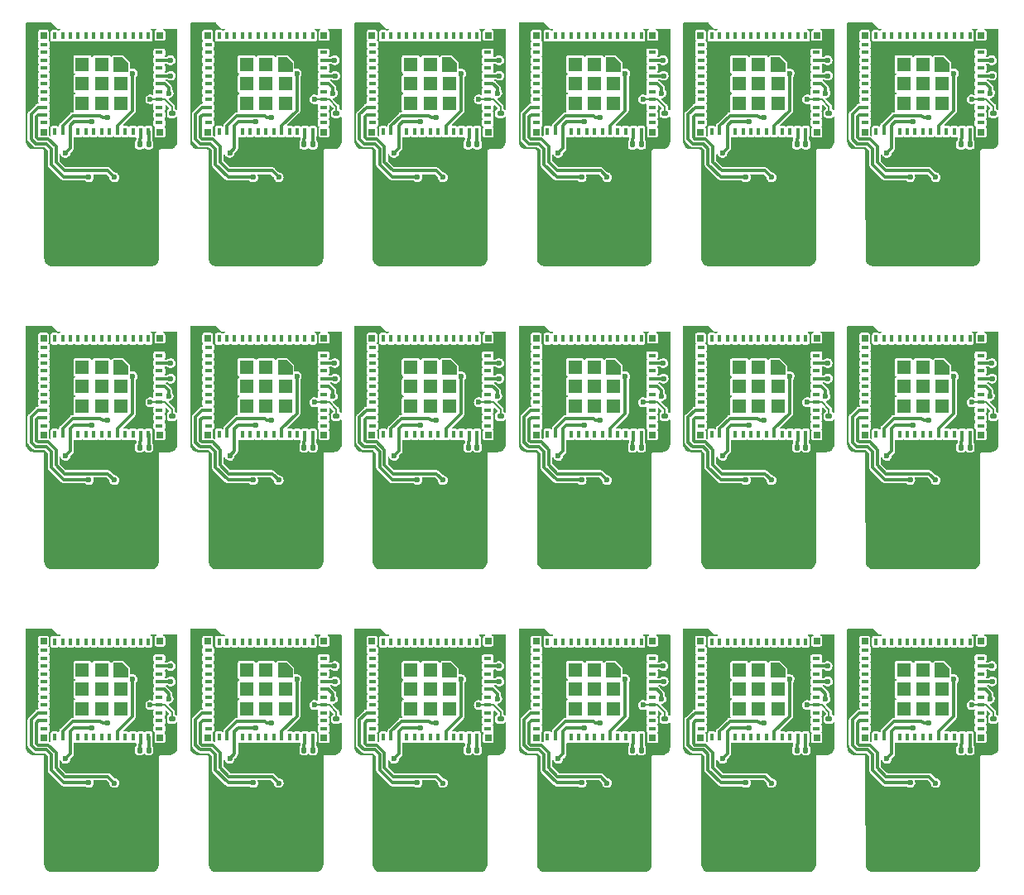
<source format=gbl>
G04 #@! TF.GenerationSoftware,KiCad,Pcbnew,6.0.11-2627ca5db0~126~ubuntu22.04.1*
G04 #@! TF.CreationDate,2023-04-06T22:24:34+02:00*
G04 #@! TF.ProjectId,panel,70616e65-6c2e-46b6-9963-61645f706362,rev?*
G04 #@! TF.SameCoordinates,Original*
G04 #@! TF.FileFunction,Copper,L2,Bot*
G04 #@! TF.FilePolarity,Positive*
%FSLAX46Y46*%
G04 Gerber Fmt 4.6, Leading zero omitted, Abs format (unit mm)*
G04 Created by KiCad (PCBNEW 6.0.11-2627ca5db0~126~ubuntu22.04.1) date 2023-04-06 22:24:34*
%MOMM*%
%LPD*%
G01*
G04 APERTURE LIST*
G04 Aperture macros list*
%AMRoundRect*
0 Rectangle with rounded corners*
0 $1 Rounding radius*
0 $2 $3 $4 $5 $6 $7 $8 $9 X,Y pos of 4 corners*
0 Add a 4 corners polygon primitive as box body*
4,1,4,$2,$3,$4,$5,$6,$7,$8,$9,$2,$3,0*
0 Add four circle primitives for the rounded corners*
1,1,$1+$1,$2,$3*
1,1,$1+$1,$4,$5*
1,1,$1+$1,$6,$7*
1,1,$1+$1,$8,$9*
0 Add four rect primitives between the rounded corners*
20,1,$1+$1,$2,$3,$4,$5,0*
20,1,$1+$1,$4,$5,$6,$7,0*
20,1,$1+$1,$6,$7,$8,$9,0*
20,1,$1+$1,$8,$9,$2,$3,0*%
%AMOutline5P*
0 Free polygon, 5 corners , with rotation*
0 The origin of the aperture is its center*
0 number of corners: always 5*
0 $1 to $10 corner X, Y*
0 $11 Rotation angle, in degrees counterclockwise*
0 create outline with 5 corners*
4,1,5,$1,$2,$3,$4,$5,$6,$7,$8,$9,$10,$1,$2,$11*%
%AMOutline6P*
0 Free polygon, 6 corners , with rotation*
0 The origin of the aperture is its center*
0 number of corners: always 6*
0 $1 to $12 corner X, Y*
0 $13 Rotation angle, in degrees counterclockwise*
0 create outline with 6 corners*
4,1,6,$1,$2,$3,$4,$5,$6,$7,$8,$9,$10,$11,$12,$1,$2,$13*%
%AMOutline7P*
0 Free polygon, 7 corners , with rotation*
0 The origin of the aperture is its center*
0 number of corners: always 7*
0 $1 to $14 corner X, Y*
0 $15 Rotation angle, in degrees counterclockwise*
0 create outline with 7 corners*
4,1,7,$1,$2,$3,$4,$5,$6,$7,$8,$9,$10,$11,$12,$13,$14,$1,$2,$15*%
%AMOutline8P*
0 Free polygon, 8 corners , with rotation*
0 The origin of the aperture is its center*
0 number of corners: always 8*
0 $1 to $16 corner X, Y*
0 $17 Rotation angle, in degrees counterclockwise*
0 create outline with 8 corners*
4,1,8,$1,$2,$3,$4,$5,$6,$7,$8,$9,$10,$11,$12,$13,$14,$15,$16,$1,$2,$17*%
G04 Aperture macros list end*
G04 #@! TA.AperFunction,SMDPad,CuDef*
%ADD10RoundRect,0.135000X-0.135000X-0.185000X0.135000X-0.185000X0.135000X0.185000X-0.135000X0.185000X0*%
G04 #@! TD*
G04 #@! TA.AperFunction,SMDPad,CuDef*
%ADD11R,0.800000X0.400000*%
G04 #@! TD*
G04 #@! TA.AperFunction,SMDPad,CuDef*
%ADD12R,0.400000X0.800000*%
G04 #@! TD*
G04 #@! TA.AperFunction,SMDPad,CuDef*
%ADD13R,1.450000X1.450000*%
G04 #@! TD*
G04 #@! TA.AperFunction,SMDPad,CuDef*
%ADD14Outline5P,-0.725000X0.725000X0.725000X0.725000X0.725000X-0.725000X-0.125004X-0.725000X-0.725000X-0.125004X180.000000*%
G04 #@! TD*
G04 #@! TA.AperFunction,SMDPad,CuDef*
%ADD15R,0.700000X0.700000*%
G04 #@! TD*
G04 #@! TA.AperFunction,SMDPad,CuDef*
%ADD16RoundRect,0.135000X0.135000X0.185000X-0.135000X0.185000X-0.135000X-0.185000X0.135000X-0.185000X0*%
G04 #@! TD*
G04 #@! TA.AperFunction,SMDPad,CuDef*
%ADD17RoundRect,0.135000X0.185000X-0.135000X0.185000X0.135000X-0.185000X0.135000X-0.185000X-0.135000X0*%
G04 #@! TD*
G04 #@! TA.AperFunction,ViaPad*
%ADD18C,0.600000*%
G04 #@! TD*
G04 #@! TA.AperFunction,Conductor*
%ADD19C,0.300000*%
G04 #@! TD*
G04 #@! TA.AperFunction,Conductor*
%ADD20C,0.200000*%
G04 #@! TD*
G04 APERTURE END LIST*
D10*
G04 #@! TO.P,R9,1*
G04 #@! TO.N,Board_10-GND*
X77980000Y-52340000D03*
G04 #@! TO.P,R9,2*
G04 #@! TO.N,Board_10-Net-(R9-Pad2)*
X79000000Y-52340000D03*
G04 #@! TD*
G04 #@! TO.P,R9,1*
G04 #@! TO.N,Board_11-GND*
X94780000Y-52340000D03*
G04 #@! TO.P,R9,2*
G04 #@! TO.N,Board_11-Net-(R9-Pad2)*
X95800000Y-52340000D03*
G04 #@! TD*
G04 #@! TO.P,R9,1*
G04 #@! TO.N,Board_4-GND*
X77980000Y-21340000D03*
G04 #@! TO.P,R9,2*
G04 #@! TO.N,Board_4-Net-(R9-Pad2)*
X79000000Y-21340000D03*
G04 #@! TD*
G04 #@! TO.P,R9,1*
G04 #@! TO.N,Board_14-GND*
X44380000Y-83340000D03*
G04 #@! TO.P,R9,2*
G04 #@! TO.N,Board_14-Net-(R9-Pad2)*
X45400000Y-83340000D03*
G04 #@! TD*
D11*
G04 #@! TO.P,U2,1,GND*
G04 #@! TO.N,Board_9-GND*
X64200000Y-42140000D03*
G04 #@! TO.P,U2,2*
G04 #@! TO.N,N/C*
X64200000Y-42940000D03*
G04 #@! TO.P,U2,3,3V3*
G04 #@! TO.N,Board_9-+3.3V*
X64200000Y-43740000D03*
G04 #@! TO.P,U2,4*
G04 #@! TO.N,N/C*
X64200000Y-44540000D03*
G04 #@! TO.P,U2,5,GPIO2/ADC1_CH2*
G04 #@! TO.N,Board_9-/GPIO2*
X64200000Y-45340000D03*
G04 #@! TO.P,U2,6,GPIO3/ADC1_CH3*
G04 #@! TO.N,Board_9-/GPIO3*
X64200000Y-46140000D03*
G04 #@! TO.P,U2,7*
G04 #@! TO.N,N/C*
X64200000Y-46940000D03*
G04 #@! TO.P,U2,8,EN/CHIP_PU*
G04 #@! TO.N,Board_9-/EN*
X64200000Y-47740000D03*
G04 #@! TO.P,U2,9*
G04 #@! TO.N,N/C*
X64200000Y-48540000D03*
G04 #@! TO.P,U2,10*
X64200000Y-49340000D03*
G04 #@! TO.P,U2,11*
X64200000Y-50140000D03*
D12*
G04 #@! TO.P,U2,12,GPIO0/ADC1_CH0*
G04 #@! TO.N,Board_9-Net-(R8-Pad2)*
X63100000Y-51040000D03*
G04 #@! TO.P,U2,13,GPIO1/ADC1_CH1*
G04 #@! TO.N,Board_9-Net-(R9-Pad2)*
X62300000Y-51040000D03*
G04 #@! TO.P,U2,14*
G04 #@! TO.N,N/C*
X61500000Y-51040000D03*
G04 #@! TO.P,U2,15*
X60700000Y-51040000D03*
G04 #@! TO.P,U2,16,GPIO10*
G04 #@! TO.N,Board_9-/GPIO10*
X59900000Y-51040000D03*
G04 #@! TO.P,U2,17*
G04 #@! TO.N,N/C*
X59100000Y-51040000D03*
G04 #@! TO.P,U2,18,GPIO4/ADC1_CH4*
G04 #@! TO.N,Board_9-unconnected-(U2-Pad18)*
X58300000Y-51040000D03*
G04 #@! TO.P,U2,19,GPIO5/ADC1_CH0*
G04 #@! TO.N,Board_9-unconnected-(U2-Pad19)*
X57500000Y-51040000D03*
G04 #@! TO.P,U2,20,GPIO6*
G04 #@! TO.N,Board_9-unconnected-(U2-Pad20)*
X56700000Y-51040000D03*
G04 #@! TO.P,U2,21,GPIO7*
G04 #@! TO.N,Board_9-unconnected-(U2-Pad21)*
X55900000Y-51040000D03*
G04 #@! TO.P,U2,22,GPIO8*
G04 #@! TO.N,Board_9-/GPIO8*
X55100000Y-51040000D03*
G04 #@! TO.P,U2,23,GPIO9*
G04 #@! TO.N,Board_9-/GPIO9*
X54300000Y-51040000D03*
G04 #@! TO.P,U2,24*
G04 #@! TO.N,N/C*
X53500000Y-51040000D03*
D11*
G04 #@! TO.P,U2,25*
X52400000Y-50140000D03*
G04 #@! TO.P,U2,26,GPIO18/USB_D-*
G04 #@! TO.N,Board_9-/USB-D-*
X52400000Y-49340000D03*
G04 #@! TO.P,U2,27,GPIO19/USB_D+*
G04 #@! TO.N,Board_9-/USB-D+*
X52400000Y-48540000D03*
G04 #@! TO.P,U2,28*
G04 #@! TO.N,N/C*
X52400000Y-47740000D03*
G04 #@! TO.P,U2,29*
X52400000Y-46940000D03*
G04 #@! TO.P,U2,30,GPIO20/RX0*
G04 #@! TO.N,Board_9-unconnected-(U2-Pad30)*
X52400000Y-46140000D03*
G04 #@! TO.P,U2,31,GPIO21/TX0*
G04 #@! TO.N,Board_9-unconnected-(U2-Pad31)*
X52400000Y-45340000D03*
G04 #@! TO.P,U2,32*
G04 #@! TO.N,N/C*
X52400000Y-44540000D03*
G04 #@! TO.P,U2,33*
X52400000Y-43740000D03*
G04 #@! TO.P,U2,34*
X52400000Y-42940000D03*
G04 #@! TO.P,U2,35*
X52400000Y-42140000D03*
D12*
G04 #@! TO.P,U2,36*
X53500000Y-41240000D03*
G04 #@! TO.P,U2,37*
X54300000Y-41240000D03*
G04 #@! TO.P,U2,38*
X55100000Y-41240000D03*
G04 #@! TO.P,U2,39*
X55900000Y-41240000D03*
G04 #@! TO.P,U2,40*
X56700000Y-41240000D03*
G04 #@! TO.P,U2,41*
X57500000Y-41240000D03*
G04 #@! TO.P,U2,42*
X58300000Y-41240000D03*
G04 #@! TO.P,U2,43*
X59100000Y-41240000D03*
G04 #@! TO.P,U2,44*
X59900000Y-41240000D03*
G04 #@! TO.P,U2,45*
X60700000Y-41240000D03*
G04 #@! TO.P,U2,46*
X61500000Y-41240000D03*
G04 #@! TO.P,U2,47*
X62300000Y-41240000D03*
G04 #@! TO.P,U2,48*
X63100000Y-41240000D03*
D13*
G04 #@! TO.P,U2,49*
X58300000Y-48115000D03*
X56325000Y-48115000D03*
X60275000Y-46140000D03*
X60275000Y-48115000D03*
X58300000Y-44165000D03*
X58300000Y-46140000D03*
D14*
X60275000Y-44165000D03*
D13*
X56325000Y-44165000D03*
X56325000Y-46140000D03*
D15*
G04 #@! TO.P,U2,50*
X52350000Y-41190000D03*
G04 #@! TO.P,U2,51*
X52350000Y-51090000D03*
G04 #@! TO.P,U2,52*
X64250000Y-51090000D03*
G04 #@! TO.P,U2,53*
X64250000Y-41190000D03*
G04 #@! TD*
D16*
G04 #@! TO.P,R8,1*
G04 #@! TO.N,Board_0-GND*
X13730000Y-21340000D03*
G04 #@! TO.P,R8,2*
G04 #@! TO.N,Board_0-Net-(R8-Pad2)*
X12710000Y-21340000D03*
G04 #@! TD*
D11*
G04 #@! TO.P,U2,1,GND*
G04 #@! TO.N,Board_5-GND*
X97800000Y-11140000D03*
G04 #@! TO.P,U2,2*
G04 #@! TO.N,N/C*
X97800000Y-11940000D03*
G04 #@! TO.P,U2,3,3V3*
G04 #@! TO.N,Board_5-+3.3V*
X97800000Y-12740000D03*
G04 #@! TO.P,U2,4*
G04 #@! TO.N,N/C*
X97800000Y-13540000D03*
G04 #@! TO.P,U2,5,GPIO2/ADC1_CH2*
G04 #@! TO.N,Board_5-/GPIO2*
X97800000Y-14340000D03*
G04 #@! TO.P,U2,6,GPIO3/ADC1_CH3*
G04 #@! TO.N,Board_5-/GPIO3*
X97800000Y-15140000D03*
G04 #@! TO.P,U2,7*
G04 #@! TO.N,N/C*
X97800000Y-15940000D03*
G04 #@! TO.P,U2,8,EN/CHIP_PU*
G04 #@! TO.N,Board_5-/EN*
X97800000Y-16740000D03*
G04 #@! TO.P,U2,9*
G04 #@! TO.N,N/C*
X97800000Y-17540000D03*
G04 #@! TO.P,U2,10*
X97800000Y-18340000D03*
G04 #@! TO.P,U2,11*
X97800000Y-19140000D03*
D12*
G04 #@! TO.P,U2,12,GPIO0/ADC1_CH0*
G04 #@! TO.N,Board_5-Net-(R8-Pad2)*
X96700000Y-20040000D03*
G04 #@! TO.P,U2,13,GPIO1/ADC1_CH1*
G04 #@! TO.N,Board_5-Net-(R9-Pad2)*
X95900000Y-20040000D03*
G04 #@! TO.P,U2,14*
G04 #@! TO.N,N/C*
X95100000Y-20040000D03*
G04 #@! TO.P,U2,15*
X94300000Y-20040000D03*
G04 #@! TO.P,U2,16,GPIO10*
G04 #@! TO.N,Board_5-/GPIO10*
X93500000Y-20040000D03*
G04 #@! TO.P,U2,17*
G04 #@! TO.N,N/C*
X92700000Y-20040000D03*
G04 #@! TO.P,U2,18,GPIO4/ADC1_CH4*
G04 #@! TO.N,Board_5-unconnected-(U2-Pad18)*
X91900000Y-20040000D03*
G04 #@! TO.P,U2,19,GPIO5/ADC1_CH0*
G04 #@! TO.N,Board_5-unconnected-(U2-Pad19)*
X91100000Y-20040000D03*
G04 #@! TO.P,U2,20,GPIO6*
G04 #@! TO.N,Board_5-unconnected-(U2-Pad20)*
X90300000Y-20040000D03*
G04 #@! TO.P,U2,21,GPIO7*
G04 #@! TO.N,Board_5-unconnected-(U2-Pad21)*
X89500000Y-20040000D03*
G04 #@! TO.P,U2,22,GPIO8*
G04 #@! TO.N,Board_5-/GPIO8*
X88700000Y-20040000D03*
G04 #@! TO.P,U2,23,GPIO9*
G04 #@! TO.N,Board_5-/GPIO9*
X87900000Y-20040000D03*
G04 #@! TO.P,U2,24*
G04 #@! TO.N,N/C*
X87100000Y-20040000D03*
D11*
G04 #@! TO.P,U2,25*
X86000000Y-19140000D03*
G04 #@! TO.P,U2,26,GPIO18/USB_D-*
G04 #@! TO.N,Board_5-/USB-D-*
X86000000Y-18340000D03*
G04 #@! TO.P,U2,27,GPIO19/USB_D+*
G04 #@! TO.N,Board_5-/USB-D+*
X86000000Y-17540000D03*
G04 #@! TO.P,U2,28*
G04 #@! TO.N,N/C*
X86000000Y-16740000D03*
G04 #@! TO.P,U2,29*
X86000000Y-15940000D03*
G04 #@! TO.P,U2,30,GPIO20/RX0*
G04 #@! TO.N,Board_5-unconnected-(U2-Pad30)*
X86000000Y-15140000D03*
G04 #@! TO.P,U2,31,GPIO21/TX0*
G04 #@! TO.N,Board_5-unconnected-(U2-Pad31)*
X86000000Y-14340000D03*
G04 #@! TO.P,U2,32*
G04 #@! TO.N,N/C*
X86000000Y-13540000D03*
G04 #@! TO.P,U2,33*
X86000000Y-12740000D03*
G04 #@! TO.P,U2,34*
X86000000Y-11940000D03*
G04 #@! TO.P,U2,35*
X86000000Y-11140000D03*
D12*
G04 #@! TO.P,U2,36*
X87100000Y-10240000D03*
G04 #@! TO.P,U2,37*
X87900000Y-10240000D03*
G04 #@! TO.P,U2,38*
X88700000Y-10240000D03*
G04 #@! TO.P,U2,39*
X89500000Y-10240000D03*
G04 #@! TO.P,U2,40*
X90300000Y-10240000D03*
G04 #@! TO.P,U2,41*
X91100000Y-10240000D03*
G04 #@! TO.P,U2,42*
X91900000Y-10240000D03*
G04 #@! TO.P,U2,43*
X92700000Y-10240000D03*
G04 #@! TO.P,U2,44*
X93500000Y-10240000D03*
G04 #@! TO.P,U2,45*
X94300000Y-10240000D03*
G04 #@! TO.P,U2,46*
X95100000Y-10240000D03*
G04 #@! TO.P,U2,47*
X95900000Y-10240000D03*
G04 #@! TO.P,U2,48*
X96700000Y-10240000D03*
D13*
G04 #@! TO.P,U2,49*
X89925000Y-15140000D03*
X91900000Y-13165000D03*
X93875000Y-15140000D03*
X89925000Y-13165000D03*
X91900000Y-15140000D03*
D14*
X93875000Y-13165000D03*
D13*
X93875000Y-17115000D03*
X91900000Y-17115000D03*
X89925000Y-17115000D03*
D15*
G04 #@! TO.P,U2,50*
X85950000Y-10190000D03*
G04 #@! TO.P,U2,51*
X85950000Y-20090000D03*
G04 #@! TO.P,U2,52*
X97850000Y-20090000D03*
G04 #@! TO.P,U2,53*
X97850000Y-10190000D03*
G04 #@! TD*
D10*
G04 #@! TO.P,R9,1*
G04 #@! TO.N,Board_0-GND*
X10780000Y-21340000D03*
G04 #@! TO.P,R9,2*
G04 #@! TO.N,Board_0-Net-(R9-Pad2)*
X11800000Y-21340000D03*
G04 #@! TD*
D11*
G04 #@! TO.P,U2,1,GND*
G04 #@! TO.N,Board_11-GND*
X97800000Y-42140000D03*
G04 #@! TO.P,U2,2*
G04 #@! TO.N,N/C*
X97800000Y-42940000D03*
G04 #@! TO.P,U2,3,3V3*
G04 #@! TO.N,Board_11-+3.3V*
X97800000Y-43740000D03*
G04 #@! TO.P,U2,4*
G04 #@! TO.N,N/C*
X97800000Y-44540000D03*
G04 #@! TO.P,U2,5,GPIO2/ADC1_CH2*
G04 #@! TO.N,Board_11-/GPIO2*
X97800000Y-45340000D03*
G04 #@! TO.P,U2,6,GPIO3/ADC1_CH3*
G04 #@! TO.N,Board_11-/GPIO3*
X97800000Y-46140000D03*
G04 #@! TO.P,U2,7*
G04 #@! TO.N,N/C*
X97800000Y-46940000D03*
G04 #@! TO.P,U2,8,EN/CHIP_PU*
G04 #@! TO.N,Board_11-/EN*
X97800000Y-47740000D03*
G04 #@! TO.P,U2,9*
G04 #@! TO.N,N/C*
X97800000Y-48540000D03*
G04 #@! TO.P,U2,10*
X97800000Y-49340000D03*
G04 #@! TO.P,U2,11*
X97800000Y-50140000D03*
D12*
G04 #@! TO.P,U2,12,GPIO0/ADC1_CH0*
G04 #@! TO.N,Board_11-Net-(R8-Pad2)*
X96700000Y-51040000D03*
G04 #@! TO.P,U2,13,GPIO1/ADC1_CH1*
G04 #@! TO.N,Board_11-Net-(R9-Pad2)*
X95900000Y-51040000D03*
G04 #@! TO.P,U2,14*
G04 #@! TO.N,N/C*
X95100000Y-51040000D03*
G04 #@! TO.P,U2,15*
X94300000Y-51040000D03*
G04 #@! TO.P,U2,16,GPIO10*
G04 #@! TO.N,Board_11-/GPIO10*
X93500000Y-51040000D03*
G04 #@! TO.P,U2,17*
G04 #@! TO.N,N/C*
X92700000Y-51040000D03*
G04 #@! TO.P,U2,18,GPIO4/ADC1_CH4*
G04 #@! TO.N,Board_11-unconnected-(U2-Pad18)*
X91900000Y-51040000D03*
G04 #@! TO.P,U2,19,GPIO5/ADC1_CH0*
G04 #@! TO.N,Board_11-unconnected-(U2-Pad19)*
X91100000Y-51040000D03*
G04 #@! TO.P,U2,20,GPIO6*
G04 #@! TO.N,Board_11-unconnected-(U2-Pad20)*
X90300000Y-51040000D03*
G04 #@! TO.P,U2,21,GPIO7*
G04 #@! TO.N,Board_11-unconnected-(U2-Pad21)*
X89500000Y-51040000D03*
G04 #@! TO.P,U2,22,GPIO8*
G04 #@! TO.N,Board_11-/GPIO8*
X88700000Y-51040000D03*
G04 #@! TO.P,U2,23,GPIO9*
G04 #@! TO.N,Board_11-/GPIO9*
X87900000Y-51040000D03*
G04 #@! TO.P,U2,24*
G04 #@! TO.N,N/C*
X87100000Y-51040000D03*
D11*
G04 #@! TO.P,U2,25*
X86000000Y-50140000D03*
G04 #@! TO.P,U2,26,GPIO18/USB_D-*
G04 #@! TO.N,Board_11-/USB-D-*
X86000000Y-49340000D03*
G04 #@! TO.P,U2,27,GPIO19/USB_D+*
G04 #@! TO.N,Board_11-/USB-D+*
X86000000Y-48540000D03*
G04 #@! TO.P,U2,28*
G04 #@! TO.N,N/C*
X86000000Y-47740000D03*
G04 #@! TO.P,U2,29*
X86000000Y-46940000D03*
G04 #@! TO.P,U2,30,GPIO20/RX0*
G04 #@! TO.N,Board_11-unconnected-(U2-Pad30)*
X86000000Y-46140000D03*
G04 #@! TO.P,U2,31,GPIO21/TX0*
G04 #@! TO.N,Board_11-unconnected-(U2-Pad31)*
X86000000Y-45340000D03*
G04 #@! TO.P,U2,32*
G04 #@! TO.N,N/C*
X86000000Y-44540000D03*
G04 #@! TO.P,U2,33*
X86000000Y-43740000D03*
G04 #@! TO.P,U2,34*
X86000000Y-42940000D03*
G04 #@! TO.P,U2,35*
X86000000Y-42140000D03*
D12*
G04 #@! TO.P,U2,36*
X87100000Y-41240000D03*
G04 #@! TO.P,U2,37*
X87900000Y-41240000D03*
G04 #@! TO.P,U2,38*
X88700000Y-41240000D03*
G04 #@! TO.P,U2,39*
X89500000Y-41240000D03*
G04 #@! TO.P,U2,40*
X90300000Y-41240000D03*
G04 #@! TO.P,U2,41*
X91100000Y-41240000D03*
G04 #@! TO.P,U2,42*
X91900000Y-41240000D03*
G04 #@! TO.P,U2,43*
X92700000Y-41240000D03*
G04 #@! TO.P,U2,44*
X93500000Y-41240000D03*
G04 #@! TO.P,U2,45*
X94300000Y-41240000D03*
G04 #@! TO.P,U2,46*
X95100000Y-41240000D03*
G04 #@! TO.P,U2,47*
X95900000Y-41240000D03*
G04 #@! TO.P,U2,48*
X96700000Y-41240000D03*
D13*
G04 #@! TO.P,U2,49*
X91900000Y-46140000D03*
X89925000Y-44165000D03*
X89925000Y-46140000D03*
X93875000Y-48115000D03*
X91900000Y-48115000D03*
X91900000Y-44165000D03*
X89925000Y-48115000D03*
D14*
X93875000Y-44165000D03*
D13*
X93875000Y-46140000D03*
D15*
G04 #@! TO.P,U2,50*
X85950000Y-41190000D03*
G04 #@! TO.P,U2,51*
X85950000Y-51090000D03*
G04 #@! TO.P,U2,52*
X97850000Y-51090000D03*
G04 #@! TO.P,U2,53*
X97850000Y-41190000D03*
G04 #@! TD*
D17*
G04 #@! TO.P,R14,1*
G04 #@! TO.N,Board_10-GND*
X82290000Y-50190000D03*
G04 #@! TO.P,R14,2*
G04 #@! TO.N,Board_10-/EN*
X82290000Y-49170000D03*
G04 #@! TD*
D11*
G04 #@! TO.P,U2,1,GND*
G04 #@! TO.N,Board_1-GND*
X30600000Y-11140000D03*
G04 #@! TO.P,U2,2*
G04 #@! TO.N,N/C*
X30600000Y-11940000D03*
G04 #@! TO.P,U2,3,3V3*
G04 #@! TO.N,Board_1-+3.3V*
X30600000Y-12740000D03*
G04 #@! TO.P,U2,4*
G04 #@! TO.N,N/C*
X30600000Y-13540000D03*
G04 #@! TO.P,U2,5,GPIO2/ADC1_CH2*
G04 #@! TO.N,Board_1-/GPIO2*
X30600000Y-14340000D03*
G04 #@! TO.P,U2,6,GPIO3/ADC1_CH3*
G04 #@! TO.N,Board_1-/GPIO3*
X30600000Y-15140000D03*
G04 #@! TO.P,U2,7*
G04 #@! TO.N,N/C*
X30600000Y-15940000D03*
G04 #@! TO.P,U2,8,EN/CHIP_PU*
G04 #@! TO.N,Board_1-/EN*
X30600000Y-16740000D03*
G04 #@! TO.P,U2,9*
G04 #@! TO.N,N/C*
X30600000Y-17540000D03*
G04 #@! TO.P,U2,10*
X30600000Y-18340000D03*
G04 #@! TO.P,U2,11*
X30600000Y-19140000D03*
D12*
G04 #@! TO.P,U2,12,GPIO0/ADC1_CH0*
G04 #@! TO.N,Board_1-Net-(R8-Pad2)*
X29500000Y-20040000D03*
G04 #@! TO.P,U2,13,GPIO1/ADC1_CH1*
G04 #@! TO.N,Board_1-Net-(R9-Pad2)*
X28700000Y-20040000D03*
G04 #@! TO.P,U2,14*
G04 #@! TO.N,N/C*
X27900000Y-20040000D03*
G04 #@! TO.P,U2,15*
X27100000Y-20040000D03*
G04 #@! TO.P,U2,16,GPIO10*
G04 #@! TO.N,Board_1-/GPIO10*
X26300000Y-20040000D03*
G04 #@! TO.P,U2,17*
G04 #@! TO.N,N/C*
X25500000Y-20040000D03*
G04 #@! TO.P,U2,18,GPIO4/ADC1_CH4*
G04 #@! TO.N,Board_1-unconnected-(U2-Pad18)*
X24700000Y-20040000D03*
G04 #@! TO.P,U2,19,GPIO5/ADC1_CH0*
G04 #@! TO.N,Board_1-unconnected-(U2-Pad19)*
X23900000Y-20040000D03*
G04 #@! TO.P,U2,20,GPIO6*
G04 #@! TO.N,Board_1-unconnected-(U2-Pad20)*
X23100000Y-20040000D03*
G04 #@! TO.P,U2,21,GPIO7*
G04 #@! TO.N,Board_1-unconnected-(U2-Pad21)*
X22300000Y-20040000D03*
G04 #@! TO.P,U2,22,GPIO8*
G04 #@! TO.N,Board_1-/GPIO8*
X21500000Y-20040000D03*
G04 #@! TO.P,U2,23,GPIO9*
G04 #@! TO.N,Board_1-/GPIO9*
X20700000Y-20040000D03*
G04 #@! TO.P,U2,24*
G04 #@! TO.N,N/C*
X19900000Y-20040000D03*
D11*
G04 #@! TO.P,U2,25*
X18800000Y-19140000D03*
G04 #@! TO.P,U2,26,GPIO18/USB_D-*
G04 #@! TO.N,Board_1-/USB-D-*
X18800000Y-18340000D03*
G04 #@! TO.P,U2,27,GPIO19/USB_D+*
G04 #@! TO.N,Board_1-/USB-D+*
X18800000Y-17540000D03*
G04 #@! TO.P,U2,28*
G04 #@! TO.N,N/C*
X18800000Y-16740000D03*
G04 #@! TO.P,U2,29*
X18800000Y-15940000D03*
G04 #@! TO.P,U2,30,GPIO20/RX0*
G04 #@! TO.N,Board_1-unconnected-(U2-Pad30)*
X18800000Y-15140000D03*
G04 #@! TO.P,U2,31,GPIO21/TX0*
G04 #@! TO.N,Board_1-unconnected-(U2-Pad31)*
X18800000Y-14340000D03*
G04 #@! TO.P,U2,32*
G04 #@! TO.N,N/C*
X18800000Y-13540000D03*
G04 #@! TO.P,U2,33*
X18800000Y-12740000D03*
G04 #@! TO.P,U2,34*
X18800000Y-11940000D03*
G04 #@! TO.P,U2,35*
X18800000Y-11140000D03*
D12*
G04 #@! TO.P,U2,36*
X19900000Y-10240000D03*
G04 #@! TO.P,U2,37*
X20700000Y-10240000D03*
G04 #@! TO.P,U2,38*
X21500000Y-10240000D03*
G04 #@! TO.P,U2,39*
X22300000Y-10240000D03*
G04 #@! TO.P,U2,40*
X23100000Y-10240000D03*
G04 #@! TO.P,U2,41*
X23900000Y-10240000D03*
G04 #@! TO.P,U2,42*
X24700000Y-10240000D03*
G04 #@! TO.P,U2,43*
X25500000Y-10240000D03*
G04 #@! TO.P,U2,44*
X26300000Y-10240000D03*
G04 #@! TO.P,U2,45*
X27100000Y-10240000D03*
G04 #@! TO.P,U2,46*
X27900000Y-10240000D03*
G04 #@! TO.P,U2,47*
X28700000Y-10240000D03*
G04 #@! TO.P,U2,48*
X29500000Y-10240000D03*
D13*
G04 #@! TO.P,U2,49*
X26675000Y-17115000D03*
X26675000Y-15140000D03*
X22725000Y-13165000D03*
X24700000Y-17115000D03*
X22725000Y-17115000D03*
X24700000Y-15140000D03*
X24700000Y-13165000D03*
D14*
X26675000Y-13165000D03*
D13*
X22725000Y-15140000D03*
D15*
G04 #@! TO.P,U2,50*
X18750000Y-10190000D03*
G04 #@! TO.P,U2,51*
X18750000Y-20090000D03*
G04 #@! TO.P,U2,52*
X30650000Y-20090000D03*
G04 #@! TO.P,U2,53*
X30650000Y-10190000D03*
G04 #@! TD*
D10*
G04 #@! TO.P,R9,1*
G04 #@! TO.N,Board_17-GND*
X94780000Y-83340000D03*
G04 #@! TO.P,R9,2*
G04 #@! TO.N,Board_17-Net-(R9-Pad2)*
X95800000Y-83340000D03*
G04 #@! TD*
D17*
G04 #@! TO.P,R14,1*
G04 #@! TO.N,Board_5-GND*
X99090000Y-19190000D03*
G04 #@! TO.P,R14,2*
G04 #@! TO.N,Board_5-/EN*
X99090000Y-18170000D03*
G04 #@! TD*
D16*
G04 #@! TO.P,R8,1*
G04 #@! TO.N,Board_1-GND*
X30530000Y-21340000D03*
G04 #@! TO.P,R8,2*
G04 #@! TO.N,Board_1-Net-(R8-Pad2)*
X29510000Y-21340000D03*
G04 #@! TD*
D17*
G04 #@! TO.P,R14,1*
G04 #@! TO.N,Board_6-GND*
X15090000Y-50190000D03*
G04 #@! TO.P,R14,2*
G04 #@! TO.N,Board_6-/EN*
X15090000Y-49170000D03*
G04 #@! TD*
D10*
G04 #@! TO.P,R9,1*
G04 #@! TO.N,Board_13-GND*
X27580000Y-83340000D03*
G04 #@! TO.P,R9,2*
G04 #@! TO.N,Board_13-Net-(R9-Pad2)*
X28600000Y-83340000D03*
G04 #@! TD*
G04 #@! TO.P,R9,1*
G04 #@! TO.N,Board_3-GND*
X61180000Y-21340000D03*
G04 #@! TO.P,R9,2*
G04 #@! TO.N,Board_3-Net-(R9-Pad2)*
X62200000Y-21340000D03*
G04 #@! TD*
D11*
G04 #@! TO.P,U2,1,GND*
G04 #@! TO.N,Board_13-GND*
X30600000Y-73140000D03*
G04 #@! TO.P,U2,2*
G04 #@! TO.N,N/C*
X30600000Y-73940000D03*
G04 #@! TO.P,U2,3,3V3*
G04 #@! TO.N,Board_13-+3.3V*
X30600000Y-74740000D03*
G04 #@! TO.P,U2,4*
G04 #@! TO.N,N/C*
X30600000Y-75540000D03*
G04 #@! TO.P,U2,5,GPIO2/ADC1_CH2*
G04 #@! TO.N,Board_13-/GPIO2*
X30600000Y-76340000D03*
G04 #@! TO.P,U2,6,GPIO3/ADC1_CH3*
G04 #@! TO.N,Board_13-/GPIO3*
X30600000Y-77140000D03*
G04 #@! TO.P,U2,7*
G04 #@! TO.N,N/C*
X30600000Y-77940000D03*
G04 #@! TO.P,U2,8,EN/CHIP_PU*
G04 #@! TO.N,Board_13-/EN*
X30600000Y-78740000D03*
G04 #@! TO.P,U2,9*
G04 #@! TO.N,N/C*
X30600000Y-79540000D03*
G04 #@! TO.P,U2,10*
X30600000Y-80340000D03*
G04 #@! TO.P,U2,11*
X30600000Y-81140000D03*
D12*
G04 #@! TO.P,U2,12,GPIO0/ADC1_CH0*
G04 #@! TO.N,Board_13-Net-(R8-Pad2)*
X29500000Y-82040000D03*
G04 #@! TO.P,U2,13,GPIO1/ADC1_CH1*
G04 #@! TO.N,Board_13-Net-(R9-Pad2)*
X28700000Y-82040000D03*
G04 #@! TO.P,U2,14*
G04 #@! TO.N,N/C*
X27900000Y-82040000D03*
G04 #@! TO.P,U2,15*
X27100000Y-82040000D03*
G04 #@! TO.P,U2,16,GPIO10*
G04 #@! TO.N,Board_13-/GPIO10*
X26300000Y-82040000D03*
G04 #@! TO.P,U2,17*
G04 #@! TO.N,N/C*
X25500000Y-82040000D03*
G04 #@! TO.P,U2,18,GPIO4/ADC1_CH4*
G04 #@! TO.N,Board_13-unconnected-(U2-Pad18)*
X24700000Y-82040000D03*
G04 #@! TO.P,U2,19,GPIO5/ADC1_CH0*
G04 #@! TO.N,Board_13-unconnected-(U2-Pad19)*
X23900000Y-82040000D03*
G04 #@! TO.P,U2,20,GPIO6*
G04 #@! TO.N,Board_13-unconnected-(U2-Pad20)*
X23100000Y-82040000D03*
G04 #@! TO.P,U2,21,GPIO7*
G04 #@! TO.N,Board_13-unconnected-(U2-Pad21)*
X22300000Y-82040000D03*
G04 #@! TO.P,U2,22,GPIO8*
G04 #@! TO.N,Board_13-/GPIO8*
X21500000Y-82040000D03*
G04 #@! TO.P,U2,23,GPIO9*
G04 #@! TO.N,Board_13-/GPIO9*
X20700000Y-82040000D03*
G04 #@! TO.P,U2,24*
G04 #@! TO.N,N/C*
X19900000Y-82040000D03*
D11*
G04 #@! TO.P,U2,25*
X18800000Y-81140000D03*
G04 #@! TO.P,U2,26,GPIO18/USB_D-*
G04 #@! TO.N,Board_13-/USB-D-*
X18800000Y-80340000D03*
G04 #@! TO.P,U2,27,GPIO19/USB_D+*
G04 #@! TO.N,Board_13-/USB-D+*
X18800000Y-79540000D03*
G04 #@! TO.P,U2,28*
G04 #@! TO.N,N/C*
X18800000Y-78740000D03*
G04 #@! TO.P,U2,29*
X18800000Y-77940000D03*
G04 #@! TO.P,U2,30,GPIO20/RX0*
G04 #@! TO.N,Board_13-unconnected-(U2-Pad30)*
X18800000Y-77140000D03*
G04 #@! TO.P,U2,31,GPIO21/TX0*
G04 #@! TO.N,Board_13-unconnected-(U2-Pad31)*
X18800000Y-76340000D03*
G04 #@! TO.P,U2,32*
G04 #@! TO.N,N/C*
X18800000Y-75540000D03*
G04 #@! TO.P,U2,33*
X18800000Y-74740000D03*
G04 #@! TO.P,U2,34*
X18800000Y-73940000D03*
G04 #@! TO.P,U2,35*
X18800000Y-73140000D03*
D12*
G04 #@! TO.P,U2,36*
X19900000Y-72240000D03*
G04 #@! TO.P,U2,37*
X20700000Y-72240000D03*
G04 #@! TO.P,U2,38*
X21500000Y-72240000D03*
G04 #@! TO.P,U2,39*
X22300000Y-72240000D03*
G04 #@! TO.P,U2,40*
X23100000Y-72240000D03*
G04 #@! TO.P,U2,41*
X23900000Y-72240000D03*
G04 #@! TO.P,U2,42*
X24700000Y-72240000D03*
G04 #@! TO.P,U2,43*
X25500000Y-72240000D03*
G04 #@! TO.P,U2,44*
X26300000Y-72240000D03*
G04 #@! TO.P,U2,45*
X27100000Y-72240000D03*
G04 #@! TO.P,U2,46*
X27900000Y-72240000D03*
G04 #@! TO.P,U2,47*
X28700000Y-72240000D03*
G04 #@! TO.P,U2,48*
X29500000Y-72240000D03*
D14*
G04 #@! TO.P,U2,49*
X26675000Y-75165000D03*
D13*
X22725000Y-79115000D03*
X24700000Y-77140000D03*
X26675000Y-77140000D03*
X26675000Y-79115000D03*
X22725000Y-75165000D03*
X24700000Y-79115000D03*
X22725000Y-77140000D03*
X24700000Y-75165000D03*
D15*
G04 #@! TO.P,U2,50*
X18750000Y-72190000D03*
G04 #@! TO.P,U2,51*
X18750000Y-82090000D03*
G04 #@! TO.P,U2,52*
X30650000Y-82090000D03*
G04 #@! TO.P,U2,53*
X30650000Y-72190000D03*
G04 #@! TD*
D17*
G04 #@! TO.P,R14,1*
G04 #@! TO.N,Board_7-GND*
X31890000Y-50190000D03*
G04 #@! TO.P,R14,2*
G04 #@! TO.N,Board_7-/EN*
X31890000Y-49170000D03*
G04 #@! TD*
G04 #@! TO.P,R14,1*
G04 #@! TO.N,Board_2-GND*
X48690000Y-19190000D03*
G04 #@! TO.P,R14,2*
G04 #@! TO.N,Board_2-/EN*
X48690000Y-18170000D03*
G04 #@! TD*
D11*
G04 #@! TO.P,U2,1,GND*
G04 #@! TO.N,Board_17-GND*
X97800000Y-73140000D03*
G04 #@! TO.P,U2,2*
G04 #@! TO.N,N/C*
X97800000Y-73940000D03*
G04 #@! TO.P,U2,3,3V3*
G04 #@! TO.N,Board_17-+3.3V*
X97800000Y-74740000D03*
G04 #@! TO.P,U2,4*
G04 #@! TO.N,N/C*
X97800000Y-75540000D03*
G04 #@! TO.P,U2,5,GPIO2/ADC1_CH2*
G04 #@! TO.N,Board_17-/GPIO2*
X97800000Y-76340000D03*
G04 #@! TO.P,U2,6,GPIO3/ADC1_CH3*
G04 #@! TO.N,Board_17-/GPIO3*
X97800000Y-77140000D03*
G04 #@! TO.P,U2,7*
G04 #@! TO.N,N/C*
X97800000Y-77940000D03*
G04 #@! TO.P,U2,8,EN/CHIP_PU*
G04 #@! TO.N,Board_17-/EN*
X97800000Y-78740000D03*
G04 #@! TO.P,U2,9*
G04 #@! TO.N,N/C*
X97800000Y-79540000D03*
G04 #@! TO.P,U2,10*
X97800000Y-80340000D03*
G04 #@! TO.P,U2,11*
X97800000Y-81140000D03*
D12*
G04 #@! TO.P,U2,12,GPIO0/ADC1_CH0*
G04 #@! TO.N,Board_17-Net-(R8-Pad2)*
X96700000Y-82040000D03*
G04 #@! TO.P,U2,13,GPIO1/ADC1_CH1*
G04 #@! TO.N,Board_17-Net-(R9-Pad2)*
X95900000Y-82040000D03*
G04 #@! TO.P,U2,14*
G04 #@! TO.N,N/C*
X95100000Y-82040000D03*
G04 #@! TO.P,U2,15*
X94300000Y-82040000D03*
G04 #@! TO.P,U2,16,GPIO10*
G04 #@! TO.N,Board_17-/GPIO10*
X93500000Y-82040000D03*
G04 #@! TO.P,U2,17*
G04 #@! TO.N,N/C*
X92700000Y-82040000D03*
G04 #@! TO.P,U2,18,GPIO4/ADC1_CH4*
G04 #@! TO.N,Board_17-unconnected-(U2-Pad18)*
X91900000Y-82040000D03*
G04 #@! TO.P,U2,19,GPIO5/ADC1_CH0*
G04 #@! TO.N,Board_17-unconnected-(U2-Pad19)*
X91100000Y-82040000D03*
G04 #@! TO.P,U2,20,GPIO6*
G04 #@! TO.N,Board_17-unconnected-(U2-Pad20)*
X90300000Y-82040000D03*
G04 #@! TO.P,U2,21,GPIO7*
G04 #@! TO.N,Board_17-unconnected-(U2-Pad21)*
X89500000Y-82040000D03*
G04 #@! TO.P,U2,22,GPIO8*
G04 #@! TO.N,Board_17-/GPIO8*
X88700000Y-82040000D03*
G04 #@! TO.P,U2,23,GPIO9*
G04 #@! TO.N,Board_17-/GPIO9*
X87900000Y-82040000D03*
G04 #@! TO.P,U2,24*
G04 #@! TO.N,N/C*
X87100000Y-82040000D03*
D11*
G04 #@! TO.P,U2,25*
X86000000Y-81140000D03*
G04 #@! TO.P,U2,26,GPIO18/USB_D-*
G04 #@! TO.N,Board_17-/USB-D-*
X86000000Y-80340000D03*
G04 #@! TO.P,U2,27,GPIO19/USB_D+*
G04 #@! TO.N,Board_17-/USB-D+*
X86000000Y-79540000D03*
G04 #@! TO.P,U2,28*
G04 #@! TO.N,N/C*
X86000000Y-78740000D03*
G04 #@! TO.P,U2,29*
X86000000Y-77940000D03*
G04 #@! TO.P,U2,30,GPIO20/RX0*
G04 #@! TO.N,Board_17-unconnected-(U2-Pad30)*
X86000000Y-77140000D03*
G04 #@! TO.P,U2,31,GPIO21/TX0*
G04 #@! TO.N,Board_17-unconnected-(U2-Pad31)*
X86000000Y-76340000D03*
G04 #@! TO.P,U2,32*
G04 #@! TO.N,N/C*
X86000000Y-75540000D03*
G04 #@! TO.P,U2,33*
X86000000Y-74740000D03*
G04 #@! TO.P,U2,34*
X86000000Y-73940000D03*
G04 #@! TO.P,U2,35*
X86000000Y-73140000D03*
D12*
G04 #@! TO.P,U2,36*
X87100000Y-72240000D03*
G04 #@! TO.P,U2,37*
X87900000Y-72240000D03*
G04 #@! TO.P,U2,38*
X88700000Y-72240000D03*
G04 #@! TO.P,U2,39*
X89500000Y-72240000D03*
G04 #@! TO.P,U2,40*
X90300000Y-72240000D03*
G04 #@! TO.P,U2,41*
X91100000Y-72240000D03*
G04 #@! TO.P,U2,42*
X91900000Y-72240000D03*
G04 #@! TO.P,U2,43*
X92700000Y-72240000D03*
G04 #@! TO.P,U2,44*
X93500000Y-72240000D03*
G04 #@! TO.P,U2,45*
X94300000Y-72240000D03*
G04 #@! TO.P,U2,46*
X95100000Y-72240000D03*
G04 #@! TO.P,U2,47*
X95900000Y-72240000D03*
G04 #@! TO.P,U2,48*
X96700000Y-72240000D03*
D13*
G04 #@! TO.P,U2,49*
X89925000Y-79115000D03*
X91900000Y-75165000D03*
X91900000Y-77140000D03*
X91900000Y-79115000D03*
X89925000Y-77140000D03*
X93875000Y-79115000D03*
X89925000Y-75165000D03*
X93875000Y-77140000D03*
D14*
X93875000Y-75165000D03*
D15*
G04 #@! TO.P,U2,50*
X85950000Y-72190000D03*
G04 #@! TO.P,U2,51*
X85950000Y-82090000D03*
G04 #@! TO.P,U2,52*
X97850000Y-82090000D03*
G04 #@! TO.P,U2,53*
X97850000Y-72190000D03*
G04 #@! TD*
D17*
G04 #@! TO.P,R14,1*
G04 #@! TO.N,Board_8-GND*
X48690000Y-50190000D03*
G04 #@! TO.P,R14,2*
G04 #@! TO.N,Board_8-/EN*
X48690000Y-49170000D03*
G04 #@! TD*
D16*
G04 #@! TO.P,R8,1*
G04 #@! TO.N,Board_7-GND*
X30530000Y-52340000D03*
G04 #@! TO.P,R8,2*
G04 #@! TO.N,Board_7-Net-(R8-Pad2)*
X29510000Y-52340000D03*
G04 #@! TD*
D17*
G04 #@! TO.P,R14,1*
G04 #@! TO.N,Board_11-GND*
X99090000Y-50190000D03*
G04 #@! TO.P,R14,2*
G04 #@! TO.N,Board_11-/EN*
X99090000Y-49170000D03*
G04 #@! TD*
D10*
G04 #@! TO.P,R9,1*
G04 #@! TO.N,Board_6-GND*
X10780000Y-52340000D03*
G04 #@! TO.P,R9,2*
G04 #@! TO.N,Board_6-Net-(R9-Pad2)*
X11800000Y-52340000D03*
G04 #@! TD*
D11*
G04 #@! TO.P,U2,1,GND*
G04 #@! TO.N,Board_8-GND*
X47400000Y-42140000D03*
G04 #@! TO.P,U2,2*
G04 #@! TO.N,N/C*
X47400000Y-42940000D03*
G04 #@! TO.P,U2,3,3V3*
G04 #@! TO.N,Board_8-+3.3V*
X47400000Y-43740000D03*
G04 #@! TO.P,U2,4*
G04 #@! TO.N,N/C*
X47400000Y-44540000D03*
G04 #@! TO.P,U2,5,GPIO2/ADC1_CH2*
G04 #@! TO.N,Board_8-/GPIO2*
X47400000Y-45340000D03*
G04 #@! TO.P,U2,6,GPIO3/ADC1_CH3*
G04 #@! TO.N,Board_8-/GPIO3*
X47400000Y-46140000D03*
G04 #@! TO.P,U2,7*
G04 #@! TO.N,N/C*
X47400000Y-46940000D03*
G04 #@! TO.P,U2,8,EN/CHIP_PU*
G04 #@! TO.N,Board_8-/EN*
X47400000Y-47740000D03*
G04 #@! TO.P,U2,9*
G04 #@! TO.N,N/C*
X47400000Y-48540000D03*
G04 #@! TO.P,U2,10*
X47400000Y-49340000D03*
G04 #@! TO.P,U2,11*
X47400000Y-50140000D03*
D12*
G04 #@! TO.P,U2,12,GPIO0/ADC1_CH0*
G04 #@! TO.N,Board_8-Net-(R8-Pad2)*
X46300000Y-51040000D03*
G04 #@! TO.P,U2,13,GPIO1/ADC1_CH1*
G04 #@! TO.N,Board_8-Net-(R9-Pad2)*
X45500000Y-51040000D03*
G04 #@! TO.P,U2,14*
G04 #@! TO.N,N/C*
X44700000Y-51040000D03*
G04 #@! TO.P,U2,15*
X43900000Y-51040000D03*
G04 #@! TO.P,U2,16,GPIO10*
G04 #@! TO.N,Board_8-/GPIO10*
X43100000Y-51040000D03*
G04 #@! TO.P,U2,17*
G04 #@! TO.N,N/C*
X42300000Y-51040000D03*
G04 #@! TO.P,U2,18,GPIO4/ADC1_CH4*
G04 #@! TO.N,Board_8-unconnected-(U2-Pad18)*
X41500000Y-51040000D03*
G04 #@! TO.P,U2,19,GPIO5/ADC1_CH0*
G04 #@! TO.N,Board_8-unconnected-(U2-Pad19)*
X40700000Y-51040000D03*
G04 #@! TO.P,U2,20,GPIO6*
G04 #@! TO.N,Board_8-unconnected-(U2-Pad20)*
X39900000Y-51040000D03*
G04 #@! TO.P,U2,21,GPIO7*
G04 #@! TO.N,Board_8-unconnected-(U2-Pad21)*
X39100000Y-51040000D03*
G04 #@! TO.P,U2,22,GPIO8*
G04 #@! TO.N,Board_8-/GPIO8*
X38300000Y-51040000D03*
G04 #@! TO.P,U2,23,GPIO9*
G04 #@! TO.N,Board_8-/GPIO9*
X37500000Y-51040000D03*
G04 #@! TO.P,U2,24*
G04 #@! TO.N,N/C*
X36700000Y-51040000D03*
D11*
G04 #@! TO.P,U2,25*
X35600000Y-50140000D03*
G04 #@! TO.P,U2,26,GPIO18/USB_D-*
G04 #@! TO.N,Board_8-/USB-D-*
X35600000Y-49340000D03*
G04 #@! TO.P,U2,27,GPIO19/USB_D+*
G04 #@! TO.N,Board_8-/USB-D+*
X35600000Y-48540000D03*
G04 #@! TO.P,U2,28*
G04 #@! TO.N,N/C*
X35600000Y-47740000D03*
G04 #@! TO.P,U2,29*
X35600000Y-46940000D03*
G04 #@! TO.P,U2,30,GPIO20/RX0*
G04 #@! TO.N,Board_8-unconnected-(U2-Pad30)*
X35600000Y-46140000D03*
G04 #@! TO.P,U2,31,GPIO21/TX0*
G04 #@! TO.N,Board_8-unconnected-(U2-Pad31)*
X35600000Y-45340000D03*
G04 #@! TO.P,U2,32*
G04 #@! TO.N,N/C*
X35600000Y-44540000D03*
G04 #@! TO.P,U2,33*
X35600000Y-43740000D03*
G04 #@! TO.P,U2,34*
X35600000Y-42940000D03*
G04 #@! TO.P,U2,35*
X35600000Y-42140000D03*
D12*
G04 #@! TO.P,U2,36*
X36700000Y-41240000D03*
G04 #@! TO.P,U2,37*
X37500000Y-41240000D03*
G04 #@! TO.P,U2,38*
X38300000Y-41240000D03*
G04 #@! TO.P,U2,39*
X39100000Y-41240000D03*
G04 #@! TO.P,U2,40*
X39900000Y-41240000D03*
G04 #@! TO.P,U2,41*
X40700000Y-41240000D03*
G04 #@! TO.P,U2,42*
X41500000Y-41240000D03*
G04 #@! TO.P,U2,43*
X42300000Y-41240000D03*
G04 #@! TO.P,U2,44*
X43100000Y-41240000D03*
G04 #@! TO.P,U2,45*
X43900000Y-41240000D03*
G04 #@! TO.P,U2,46*
X44700000Y-41240000D03*
G04 #@! TO.P,U2,47*
X45500000Y-41240000D03*
G04 #@! TO.P,U2,48*
X46300000Y-41240000D03*
D13*
G04 #@! TO.P,U2,49*
X43475000Y-46140000D03*
D14*
X43475000Y-44165000D03*
D13*
X41500000Y-44165000D03*
X41500000Y-48115000D03*
X39525000Y-46140000D03*
X43475000Y-48115000D03*
X39525000Y-44165000D03*
X39525000Y-48115000D03*
X41500000Y-46140000D03*
D15*
G04 #@! TO.P,U2,50*
X35550000Y-41190000D03*
G04 #@! TO.P,U2,51*
X35550000Y-51090000D03*
G04 #@! TO.P,U2,52*
X47450000Y-51090000D03*
G04 #@! TO.P,U2,53*
X47450000Y-41190000D03*
G04 #@! TD*
D11*
G04 #@! TO.P,U2,1,GND*
G04 #@! TO.N,Board_16-GND*
X81000000Y-73140000D03*
G04 #@! TO.P,U2,2*
G04 #@! TO.N,N/C*
X81000000Y-73940000D03*
G04 #@! TO.P,U2,3,3V3*
G04 #@! TO.N,Board_16-+3.3V*
X81000000Y-74740000D03*
G04 #@! TO.P,U2,4*
G04 #@! TO.N,N/C*
X81000000Y-75540000D03*
G04 #@! TO.P,U2,5,GPIO2/ADC1_CH2*
G04 #@! TO.N,Board_16-/GPIO2*
X81000000Y-76340000D03*
G04 #@! TO.P,U2,6,GPIO3/ADC1_CH3*
G04 #@! TO.N,Board_16-/GPIO3*
X81000000Y-77140000D03*
G04 #@! TO.P,U2,7*
G04 #@! TO.N,N/C*
X81000000Y-77940000D03*
G04 #@! TO.P,U2,8,EN/CHIP_PU*
G04 #@! TO.N,Board_16-/EN*
X81000000Y-78740000D03*
G04 #@! TO.P,U2,9*
G04 #@! TO.N,N/C*
X81000000Y-79540000D03*
G04 #@! TO.P,U2,10*
X81000000Y-80340000D03*
G04 #@! TO.P,U2,11*
X81000000Y-81140000D03*
D12*
G04 #@! TO.P,U2,12,GPIO0/ADC1_CH0*
G04 #@! TO.N,Board_16-Net-(R8-Pad2)*
X79900000Y-82040000D03*
G04 #@! TO.P,U2,13,GPIO1/ADC1_CH1*
G04 #@! TO.N,Board_16-Net-(R9-Pad2)*
X79100000Y-82040000D03*
G04 #@! TO.P,U2,14*
G04 #@! TO.N,N/C*
X78300000Y-82040000D03*
G04 #@! TO.P,U2,15*
X77500000Y-82040000D03*
G04 #@! TO.P,U2,16,GPIO10*
G04 #@! TO.N,Board_16-/GPIO10*
X76700000Y-82040000D03*
G04 #@! TO.P,U2,17*
G04 #@! TO.N,N/C*
X75900000Y-82040000D03*
G04 #@! TO.P,U2,18,GPIO4/ADC1_CH4*
G04 #@! TO.N,Board_16-unconnected-(U2-Pad18)*
X75100000Y-82040000D03*
G04 #@! TO.P,U2,19,GPIO5/ADC1_CH0*
G04 #@! TO.N,Board_16-unconnected-(U2-Pad19)*
X74300000Y-82040000D03*
G04 #@! TO.P,U2,20,GPIO6*
G04 #@! TO.N,Board_16-unconnected-(U2-Pad20)*
X73500000Y-82040000D03*
G04 #@! TO.P,U2,21,GPIO7*
G04 #@! TO.N,Board_16-unconnected-(U2-Pad21)*
X72700000Y-82040000D03*
G04 #@! TO.P,U2,22,GPIO8*
G04 #@! TO.N,Board_16-/GPIO8*
X71900000Y-82040000D03*
G04 #@! TO.P,U2,23,GPIO9*
G04 #@! TO.N,Board_16-/GPIO9*
X71100000Y-82040000D03*
G04 #@! TO.P,U2,24*
G04 #@! TO.N,N/C*
X70300000Y-82040000D03*
D11*
G04 #@! TO.P,U2,25*
X69200000Y-81140000D03*
G04 #@! TO.P,U2,26,GPIO18/USB_D-*
G04 #@! TO.N,Board_16-/USB-D-*
X69200000Y-80340000D03*
G04 #@! TO.P,U2,27,GPIO19/USB_D+*
G04 #@! TO.N,Board_16-/USB-D+*
X69200000Y-79540000D03*
G04 #@! TO.P,U2,28*
G04 #@! TO.N,N/C*
X69200000Y-78740000D03*
G04 #@! TO.P,U2,29*
X69200000Y-77940000D03*
G04 #@! TO.P,U2,30,GPIO20/RX0*
G04 #@! TO.N,Board_16-unconnected-(U2-Pad30)*
X69200000Y-77140000D03*
G04 #@! TO.P,U2,31,GPIO21/TX0*
G04 #@! TO.N,Board_16-unconnected-(U2-Pad31)*
X69200000Y-76340000D03*
G04 #@! TO.P,U2,32*
G04 #@! TO.N,N/C*
X69200000Y-75540000D03*
G04 #@! TO.P,U2,33*
X69200000Y-74740000D03*
G04 #@! TO.P,U2,34*
X69200000Y-73940000D03*
G04 #@! TO.P,U2,35*
X69200000Y-73140000D03*
D12*
G04 #@! TO.P,U2,36*
X70300000Y-72240000D03*
G04 #@! TO.P,U2,37*
X71100000Y-72240000D03*
G04 #@! TO.P,U2,38*
X71900000Y-72240000D03*
G04 #@! TO.P,U2,39*
X72700000Y-72240000D03*
G04 #@! TO.P,U2,40*
X73500000Y-72240000D03*
G04 #@! TO.P,U2,41*
X74300000Y-72240000D03*
G04 #@! TO.P,U2,42*
X75100000Y-72240000D03*
G04 #@! TO.P,U2,43*
X75900000Y-72240000D03*
G04 #@! TO.P,U2,44*
X76700000Y-72240000D03*
G04 #@! TO.P,U2,45*
X77500000Y-72240000D03*
G04 #@! TO.P,U2,46*
X78300000Y-72240000D03*
G04 #@! TO.P,U2,47*
X79100000Y-72240000D03*
G04 #@! TO.P,U2,48*
X79900000Y-72240000D03*
D13*
G04 #@! TO.P,U2,49*
X77075000Y-77140000D03*
X73125000Y-75165000D03*
X73125000Y-77140000D03*
X75100000Y-75165000D03*
X77075000Y-79115000D03*
X75100000Y-77140000D03*
X75100000Y-79115000D03*
X73125000Y-79115000D03*
D14*
X77075000Y-75165000D03*
D15*
G04 #@! TO.P,U2,50*
X69150000Y-72190000D03*
G04 #@! TO.P,U2,51*
X69150000Y-82090000D03*
G04 #@! TO.P,U2,52*
X81050000Y-82090000D03*
G04 #@! TO.P,U2,53*
X81050000Y-72190000D03*
G04 #@! TD*
D11*
G04 #@! TO.P,U2,1,GND*
G04 #@! TO.N,Board_4-GND*
X81000000Y-11140000D03*
G04 #@! TO.P,U2,2*
G04 #@! TO.N,N/C*
X81000000Y-11940000D03*
G04 #@! TO.P,U2,3,3V3*
G04 #@! TO.N,Board_4-+3.3V*
X81000000Y-12740000D03*
G04 #@! TO.P,U2,4*
G04 #@! TO.N,N/C*
X81000000Y-13540000D03*
G04 #@! TO.P,U2,5,GPIO2/ADC1_CH2*
G04 #@! TO.N,Board_4-/GPIO2*
X81000000Y-14340000D03*
G04 #@! TO.P,U2,6,GPIO3/ADC1_CH3*
G04 #@! TO.N,Board_4-/GPIO3*
X81000000Y-15140000D03*
G04 #@! TO.P,U2,7*
G04 #@! TO.N,N/C*
X81000000Y-15940000D03*
G04 #@! TO.P,U2,8,EN/CHIP_PU*
G04 #@! TO.N,Board_4-/EN*
X81000000Y-16740000D03*
G04 #@! TO.P,U2,9*
G04 #@! TO.N,N/C*
X81000000Y-17540000D03*
G04 #@! TO.P,U2,10*
X81000000Y-18340000D03*
G04 #@! TO.P,U2,11*
X81000000Y-19140000D03*
D12*
G04 #@! TO.P,U2,12,GPIO0/ADC1_CH0*
G04 #@! TO.N,Board_4-Net-(R8-Pad2)*
X79900000Y-20040000D03*
G04 #@! TO.P,U2,13,GPIO1/ADC1_CH1*
G04 #@! TO.N,Board_4-Net-(R9-Pad2)*
X79100000Y-20040000D03*
G04 #@! TO.P,U2,14*
G04 #@! TO.N,N/C*
X78300000Y-20040000D03*
G04 #@! TO.P,U2,15*
X77500000Y-20040000D03*
G04 #@! TO.P,U2,16,GPIO10*
G04 #@! TO.N,Board_4-/GPIO10*
X76700000Y-20040000D03*
G04 #@! TO.P,U2,17*
G04 #@! TO.N,N/C*
X75900000Y-20040000D03*
G04 #@! TO.P,U2,18,GPIO4/ADC1_CH4*
G04 #@! TO.N,Board_4-unconnected-(U2-Pad18)*
X75100000Y-20040000D03*
G04 #@! TO.P,U2,19,GPIO5/ADC1_CH0*
G04 #@! TO.N,Board_4-unconnected-(U2-Pad19)*
X74300000Y-20040000D03*
G04 #@! TO.P,U2,20,GPIO6*
G04 #@! TO.N,Board_4-unconnected-(U2-Pad20)*
X73500000Y-20040000D03*
G04 #@! TO.P,U2,21,GPIO7*
G04 #@! TO.N,Board_4-unconnected-(U2-Pad21)*
X72700000Y-20040000D03*
G04 #@! TO.P,U2,22,GPIO8*
G04 #@! TO.N,Board_4-/GPIO8*
X71900000Y-20040000D03*
G04 #@! TO.P,U2,23,GPIO9*
G04 #@! TO.N,Board_4-/GPIO9*
X71100000Y-20040000D03*
G04 #@! TO.P,U2,24*
G04 #@! TO.N,N/C*
X70300000Y-20040000D03*
D11*
G04 #@! TO.P,U2,25*
X69200000Y-19140000D03*
G04 #@! TO.P,U2,26,GPIO18/USB_D-*
G04 #@! TO.N,Board_4-/USB-D-*
X69200000Y-18340000D03*
G04 #@! TO.P,U2,27,GPIO19/USB_D+*
G04 #@! TO.N,Board_4-/USB-D+*
X69200000Y-17540000D03*
G04 #@! TO.P,U2,28*
G04 #@! TO.N,N/C*
X69200000Y-16740000D03*
G04 #@! TO.P,U2,29*
X69200000Y-15940000D03*
G04 #@! TO.P,U2,30,GPIO20/RX0*
G04 #@! TO.N,Board_4-unconnected-(U2-Pad30)*
X69200000Y-15140000D03*
G04 #@! TO.P,U2,31,GPIO21/TX0*
G04 #@! TO.N,Board_4-unconnected-(U2-Pad31)*
X69200000Y-14340000D03*
G04 #@! TO.P,U2,32*
G04 #@! TO.N,N/C*
X69200000Y-13540000D03*
G04 #@! TO.P,U2,33*
X69200000Y-12740000D03*
G04 #@! TO.P,U2,34*
X69200000Y-11940000D03*
G04 #@! TO.P,U2,35*
X69200000Y-11140000D03*
D12*
G04 #@! TO.P,U2,36*
X70300000Y-10240000D03*
G04 #@! TO.P,U2,37*
X71100000Y-10240000D03*
G04 #@! TO.P,U2,38*
X71900000Y-10240000D03*
G04 #@! TO.P,U2,39*
X72700000Y-10240000D03*
G04 #@! TO.P,U2,40*
X73500000Y-10240000D03*
G04 #@! TO.P,U2,41*
X74300000Y-10240000D03*
G04 #@! TO.P,U2,42*
X75100000Y-10240000D03*
G04 #@! TO.P,U2,43*
X75900000Y-10240000D03*
G04 #@! TO.P,U2,44*
X76700000Y-10240000D03*
G04 #@! TO.P,U2,45*
X77500000Y-10240000D03*
G04 #@! TO.P,U2,46*
X78300000Y-10240000D03*
G04 #@! TO.P,U2,47*
X79100000Y-10240000D03*
G04 #@! TO.P,U2,48*
X79900000Y-10240000D03*
D13*
G04 #@! TO.P,U2,49*
X73125000Y-17115000D03*
D14*
X77075000Y-13165000D03*
D13*
X77075000Y-17115000D03*
X75100000Y-15140000D03*
X75100000Y-13165000D03*
X73125000Y-13165000D03*
X77075000Y-15140000D03*
X73125000Y-15140000D03*
X75100000Y-17115000D03*
D15*
G04 #@! TO.P,U2,50*
X69150000Y-10190000D03*
G04 #@! TO.P,U2,51*
X69150000Y-20090000D03*
G04 #@! TO.P,U2,52*
X81050000Y-20090000D03*
G04 #@! TO.P,U2,53*
X81050000Y-10190000D03*
G04 #@! TD*
D17*
G04 #@! TO.P,R14,1*
G04 #@! TO.N,Board_3-GND*
X65490000Y-19190000D03*
G04 #@! TO.P,R14,2*
G04 #@! TO.N,Board_3-/EN*
X65490000Y-18170000D03*
G04 #@! TD*
D16*
G04 #@! TO.P,R8,1*
G04 #@! TO.N,Board_14-GND*
X47330000Y-83340000D03*
G04 #@! TO.P,R8,2*
G04 #@! TO.N,Board_14-Net-(R8-Pad2)*
X46310000Y-83340000D03*
G04 #@! TD*
D17*
G04 #@! TO.P,R14,1*
G04 #@! TO.N,Board_9-GND*
X65490000Y-50190000D03*
G04 #@! TO.P,R14,2*
G04 #@! TO.N,Board_9-/EN*
X65490000Y-49170000D03*
G04 #@! TD*
D16*
G04 #@! TO.P,R8,1*
G04 #@! TO.N,Board_8-GND*
X47330000Y-52340000D03*
G04 #@! TO.P,R8,2*
G04 #@! TO.N,Board_8-Net-(R8-Pad2)*
X46310000Y-52340000D03*
G04 #@! TD*
G04 #@! TO.P,R8,1*
G04 #@! TO.N,Board_11-GND*
X97730000Y-52340000D03*
G04 #@! TO.P,R8,2*
G04 #@! TO.N,Board_11-Net-(R8-Pad2)*
X96710000Y-52340000D03*
G04 #@! TD*
D17*
G04 #@! TO.P,R14,1*
G04 #@! TO.N,Board_14-GND*
X48690000Y-81190000D03*
G04 #@! TO.P,R14,2*
G04 #@! TO.N,Board_14-/EN*
X48690000Y-80170000D03*
G04 #@! TD*
D11*
G04 #@! TO.P,U2,1,GND*
G04 #@! TO.N,Board_2-GND*
X47400000Y-11140000D03*
G04 #@! TO.P,U2,2*
G04 #@! TO.N,N/C*
X47400000Y-11940000D03*
G04 #@! TO.P,U2,3,3V3*
G04 #@! TO.N,Board_2-+3.3V*
X47400000Y-12740000D03*
G04 #@! TO.P,U2,4*
G04 #@! TO.N,N/C*
X47400000Y-13540000D03*
G04 #@! TO.P,U2,5,GPIO2/ADC1_CH2*
G04 #@! TO.N,Board_2-/GPIO2*
X47400000Y-14340000D03*
G04 #@! TO.P,U2,6,GPIO3/ADC1_CH3*
G04 #@! TO.N,Board_2-/GPIO3*
X47400000Y-15140000D03*
G04 #@! TO.P,U2,7*
G04 #@! TO.N,N/C*
X47400000Y-15940000D03*
G04 #@! TO.P,U2,8,EN/CHIP_PU*
G04 #@! TO.N,Board_2-/EN*
X47400000Y-16740000D03*
G04 #@! TO.P,U2,9*
G04 #@! TO.N,N/C*
X47400000Y-17540000D03*
G04 #@! TO.P,U2,10*
X47400000Y-18340000D03*
G04 #@! TO.P,U2,11*
X47400000Y-19140000D03*
D12*
G04 #@! TO.P,U2,12,GPIO0/ADC1_CH0*
G04 #@! TO.N,Board_2-Net-(R8-Pad2)*
X46300000Y-20040000D03*
G04 #@! TO.P,U2,13,GPIO1/ADC1_CH1*
G04 #@! TO.N,Board_2-Net-(R9-Pad2)*
X45500000Y-20040000D03*
G04 #@! TO.P,U2,14*
G04 #@! TO.N,N/C*
X44700000Y-20040000D03*
G04 #@! TO.P,U2,15*
X43900000Y-20040000D03*
G04 #@! TO.P,U2,16,GPIO10*
G04 #@! TO.N,Board_2-/GPIO10*
X43100000Y-20040000D03*
G04 #@! TO.P,U2,17*
G04 #@! TO.N,N/C*
X42300000Y-20040000D03*
G04 #@! TO.P,U2,18,GPIO4/ADC1_CH4*
G04 #@! TO.N,Board_2-unconnected-(U2-Pad18)*
X41500000Y-20040000D03*
G04 #@! TO.P,U2,19,GPIO5/ADC1_CH0*
G04 #@! TO.N,Board_2-unconnected-(U2-Pad19)*
X40700000Y-20040000D03*
G04 #@! TO.P,U2,20,GPIO6*
G04 #@! TO.N,Board_2-unconnected-(U2-Pad20)*
X39900000Y-20040000D03*
G04 #@! TO.P,U2,21,GPIO7*
G04 #@! TO.N,Board_2-unconnected-(U2-Pad21)*
X39100000Y-20040000D03*
G04 #@! TO.P,U2,22,GPIO8*
G04 #@! TO.N,Board_2-/GPIO8*
X38300000Y-20040000D03*
G04 #@! TO.P,U2,23,GPIO9*
G04 #@! TO.N,Board_2-/GPIO9*
X37500000Y-20040000D03*
G04 #@! TO.P,U2,24*
G04 #@! TO.N,N/C*
X36700000Y-20040000D03*
D11*
G04 #@! TO.P,U2,25*
X35600000Y-19140000D03*
G04 #@! TO.P,U2,26,GPIO18/USB_D-*
G04 #@! TO.N,Board_2-/USB-D-*
X35600000Y-18340000D03*
G04 #@! TO.P,U2,27,GPIO19/USB_D+*
G04 #@! TO.N,Board_2-/USB-D+*
X35600000Y-17540000D03*
G04 #@! TO.P,U2,28*
G04 #@! TO.N,N/C*
X35600000Y-16740000D03*
G04 #@! TO.P,U2,29*
X35600000Y-15940000D03*
G04 #@! TO.P,U2,30,GPIO20/RX0*
G04 #@! TO.N,Board_2-unconnected-(U2-Pad30)*
X35600000Y-15140000D03*
G04 #@! TO.P,U2,31,GPIO21/TX0*
G04 #@! TO.N,Board_2-unconnected-(U2-Pad31)*
X35600000Y-14340000D03*
G04 #@! TO.P,U2,32*
G04 #@! TO.N,N/C*
X35600000Y-13540000D03*
G04 #@! TO.P,U2,33*
X35600000Y-12740000D03*
G04 #@! TO.P,U2,34*
X35600000Y-11940000D03*
G04 #@! TO.P,U2,35*
X35600000Y-11140000D03*
D12*
G04 #@! TO.P,U2,36*
X36700000Y-10240000D03*
G04 #@! TO.P,U2,37*
X37500000Y-10240000D03*
G04 #@! TO.P,U2,38*
X38300000Y-10240000D03*
G04 #@! TO.P,U2,39*
X39100000Y-10240000D03*
G04 #@! TO.P,U2,40*
X39900000Y-10240000D03*
G04 #@! TO.P,U2,41*
X40700000Y-10240000D03*
G04 #@! TO.P,U2,42*
X41500000Y-10240000D03*
G04 #@! TO.P,U2,43*
X42300000Y-10240000D03*
G04 #@! TO.P,U2,44*
X43100000Y-10240000D03*
G04 #@! TO.P,U2,45*
X43900000Y-10240000D03*
G04 #@! TO.P,U2,46*
X44700000Y-10240000D03*
G04 #@! TO.P,U2,47*
X45500000Y-10240000D03*
G04 #@! TO.P,U2,48*
X46300000Y-10240000D03*
D13*
G04 #@! TO.P,U2,49*
X41500000Y-17115000D03*
X39525000Y-15140000D03*
X43475000Y-15140000D03*
X39525000Y-17115000D03*
X41500000Y-13165000D03*
D14*
X43475000Y-13165000D03*
D13*
X43475000Y-17115000D03*
X39525000Y-13165000D03*
X41500000Y-15140000D03*
D15*
G04 #@! TO.P,U2,50*
X35550000Y-10190000D03*
G04 #@! TO.P,U2,51*
X35550000Y-20090000D03*
G04 #@! TO.P,U2,52*
X47450000Y-20090000D03*
G04 #@! TO.P,U2,53*
X47450000Y-10190000D03*
G04 #@! TD*
D16*
G04 #@! TO.P,R8,1*
G04 #@! TO.N,Board_12-GND*
X13730000Y-83340000D03*
G04 #@! TO.P,R8,2*
G04 #@! TO.N,Board_12-Net-(R8-Pad2)*
X12710000Y-83340000D03*
G04 #@! TD*
D17*
G04 #@! TO.P,R14,1*
G04 #@! TO.N,Board_17-GND*
X99090000Y-81190000D03*
G04 #@! TO.P,R14,2*
G04 #@! TO.N,Board_17-/EN*
X99090000Y-80170000D03*
G04 #@! TD*
D11*
G04 #@! TO.P,U2,1,GND*
G04 #@! TO.N,Board_6-GND*
X13800000Y-42140000D03*
G04 #@! TO.P,U2,2*
G04 #@! TO.N,N/C*
X13800000Y-42940000D03*
G04 #@! TO.P,U2,3,3V3*
G04 #@! TO.N,Board_6-+3.3V*
X13800000Y-43740000D03*
G04 #@! TO.P,U2,4*
G04 #@! TO.N,N/C*
X13800000Y-44540000D03*
G04 #@! TO.P,U2,5,GPIO2/ADC1_CH2*
G04 #@! TO.N,Board_6-/GPIO2*
X13800000Y-45340000D03*
G04 #@! TO.P,U2,6,GPIO3/ADC1_CH3*
G04 #@! TO.N,Board_6-/GPIO3*
X13800000Y-46140000D03*
G04 #@! TO.P,U2,7*
G04 #@! TO.N,N/C*
X13800000Y-46940000D03*
G04 #@! TO.P,U2,8,EN/CHIP_PU*
G04 #@! TO.N,Board_6-/EN*
X13800000Y-47740000D03*
G04 #@! TO.P,U2,9*
G04 #@! TO.N,N/C*
X13800000Y-48540000D03*
G04 #@! TO.P,U2,10*
X13800000Y-49340000D03*
G04 #@! TO.P,U2,11*
X13800000Y-50140000D03*
D12*
G04 #@! TO.P,U2,12,GPIO0/ADC1_CH0*
G04 #@! TO.N,Board_6-Net-(R8-Pad2)*
X12700000Y-51040000D03*
G04 #@! TO.P,U2,13,GPIO1/ADC1_CH1*
G04 #@! TO.N,Board_6-Net-(R9-Pad2)*
X11900000Y-51040000D03*
G04 #@! TO.P,U2,14*
G04 #@! TO.N,N/C*
X11100000Y-51040000D03*
G04 #@! TO.P,U2,15*
X10300000Y-51040000D03*
G04 #@! TO.P,U2,16,GPIO10*
G04 #@! TO.N,Board_6-/GPIO10*
X9500000Y-51040000D03*
G04 #@! TO.P,U2,17*
G04 #@! TO.N,N/C*
X8700000Y-51040000D03*
G04 #@! TO.P,U2,18,GPIO4/ADC1_CH4*
G04 #@! TO.N,Board_6-unconnected-(U2-Pad18)*
X7900000Y-51040000D03*
G04 #@! TO.P,U2,19,GPIO5/ADC1_CH0*
G04 #@! TO.N,Board_6-unconnected-(U2-Pad19)*
X7100000Y-51040000D03*
G04 #@! TO.P,U2,20,GPIO6*
G04 #@! TO.N,Board_6-unconnected-(U2-Pad20)*
X6300000Y-51040000D03*
G04 #@! TO.P,U2,21,GPIO7*
G04 #@! TO.N,Board_6-unconnected-(U2-Pad21)*
X5500000Y-51040000D03*
G04 #@! TO.P,U2,22,GPIO8*
G04 #@! TO.N,Board_6-/GPIO8*
X4700000Y-51040000D03*
G04 #@! TO.P,U2,23,GPIO9*
G04 #@! TO.N,Board_6-/GPIO9*
X3900000Y-51040000D03*
G04 #@! TO.P,U2,24*
G04 #@! TO.N,N/C*
X3100000Y-51040000D03*
D11*
G04 #@! TO.P,U2,25*
X2000000Y-50140000D03*
G04 #@! TO.P,U2,26,GPIO18/USB_D-*
G04 #@! TO.N,Board_6-/USB-D-*
X2000000Y-49340000D03*
G04 #@! TO.P,U2,27,GPIO19/USB_D+*
G04 #@! TO.N,Board_6-/USB-D+*
X2000000Y-48540000D03*
G04 #@! TO.P,U2,28*
G04 #@! TO.N,N/C*
X2000000Y-47740000D03*
G04 #@! TO.P,U2,29*
X2000000Y-46940000D03*
G04 #@! TO.P,U2,30,GPIO20/RX0*
G04 #@! TO.N,Board_6-unconnected-(U2-Pad30)*
X2000000Y-46140000D03*
G04 #@! TO.P,U2,31,GPIO21/TX0*
G04 #@! TO.N,Board_6-unconnected-(U2-Pad31)*
X2000000Y-45340000D03*
G04 #@! TO.P,U2,32*
G04 #@! TO.N,N/C*
X2000000Y-44540000D03*
G04 #@! TO.P,U2,33*
X2000000Y-43740000D03*
G04 #@! TO.P,U2,34*
X2000000Y-42940000D03*
G04 #@! TO.P,U2,35*
X2000000Y-42140000D03*
D12*
G04 #@! TO.P,U2,36*
X3100000Y-41240000D03*
G04 #@! TO.P,U2,37*
X3900000Y-41240000D03*
G04 #@! TO.P,U2,38*
X4700000Y-41240000D03*
G04 #@! TO.P,U2,39*
X5500000Y-41240000D03*
G04 #@! TO.P,U2,40*
X6300000Y-41240000D03*
G04 #@! TO.P,U2,41*
X7100000Y-41240000D03*
G04 #@! TO.P,U2,42*
X7900000Y-41240000D03*
G04 #@! TO.P,U2,43*
X8700000Y-41240000D03*
G04 #@! TO.P,U2,44*
X9500000Y-41240000D03*
G04 #@! TO.P,U2,45*
X10300000Y-41240000D03*
G04 #@! TO.P,U2,46*
X11100000Y-41240000D03*
G04 #@! TO.P,U2,47*
X11900000Y-41240000D03*
G04 #@! TO.P,U2,48*
X12700000Y-41240000D03*
D14*
G04 #@! TO.P,U2,49*
X9875000Y-44165000D03*
D13*
X7900000Y-46140000D03*
X5925000Y-46140000D03*
X5925000Y-48115000D03*
X9875000Y-46140000D03*
X9875000Y-48115000D03*
X7900000Y-48115000D03*
X7900000Y-44165000D03*
X5925000Y-44165000D03*
D15*
G04 #@! TO.P,U2,50*
X1950000Y-41190000D03*
G04 #@! TO.P,U2,51*
X1950000Y-51090000D03*
G04 #@! TO.P,U2,52*
X13850000Y-51090000D03*
G04 #@! TO.P,U2,53*
X13850000Y-41190000D03*
G04 #@! TD*
D16*
G04 #@! TO.P,R8,1*
G04 #@! TO.N,Board_4-GND*
X80930000Y-21340000D03*
G04 #@! TO.P,R8,2*
G04 #@! TO.N,Board_4-Net-(R8-Pad2)*
X79910000Y-21340000D03*
G04 #@! TD*
D11*
G04 #@! TO.P,U2,1,GND*
G04 #@! TO.N,Board_15-GND*
X64200000Y-73140000D03*
G04 #@! TO.P,U2,2*
G04 #@! TO.N,N/C*
X64200000Y-73940000D03*
G04 #@! TO.P,U2,3,3V3*
G04 #@! TO.N,Board_15-+3.3V*
X64200000Y-74740000D03*
G04 #@! TO.P,U2,4*
G04 #@! TO.N,N/C*
X64200000Y-75540000D03*
G04 #@! TO.P,U2,5,GPIO2/ADC1_CH2*
G04 #@! TO.N,Board_15-/GPIO2*
X64200000Y-76340000D03*
G04 #@! TO.P,U2,6,GPIO3/ADC1_CH3*
G04 #@! TO.N,Board_15-/GPIO3*
X64200000Y-77140000D03*
G04 #@! TO.P,U2,7*
G04 #@! TO.N,N/C*
X64200000Y-77940000D03*
G04 #@! TO.P,U2,8,EN/CHIP_PU*
G04 #@! TO.N,Board_15-/EN*
X64200000Y-78740000D03*
G04 #@! TO.P,U2,9*
G04 #@! TO.N,N/C*
X64200000Y-79540000D03*
G04 #@! TO.P,U2,10*
X64200000Y-80340000D03*
G04 #@! TO.P,U2,11*
X64200000Y-81140000D03*
D12*
G04 #@! TO.P,U2,12,GPIO0/ADC1_CH0*
G04 #@! TO.N,Board_15-Net-(R8-Pad2)*
X63100000Y-82040000D03*
G04 #@! TO.P,U2,13,GPIO1/ADC1_CH1*
G04 #@! TO.N,Board_15-Net-(R9-Pad2)*
X62300000Y-82040000D03*
G04 #@! TO.P,U2,14*
G04 #@! TO.N,N/C*
X61500000Y-82040000D03*
G04 #@! TO.P,U2,15*
X60700000Y-82040000D03*
G04 #@! TO.P,U2,16,GPIO10*
G04 #@! TO.N,Board_15-/GPIO10*
X59900000Y-82040000D03*
G04 #@! TO.P,U2,17*
G04 #@! TO.N,N/C*
X59100000Y-82040000D03*
G04 #@! TO.P,U2,18,GPIO4/ADC1_CH4*
G04 #@! TO.N,Board_15-unconnected-(U2-Pad18)*
X58300000Y-82040000D03*
G04 #@! TO.P,U2,19,GPIO5/ADC1_CH0*
G04 #@! TO.N,Board_15-unconnected-(U2-Pad19)*
X57500000Y-82040000D03*
G04 #@! TO.P,U2,20,GPIO6*
G04 #@! TO.N,Board_15-unconnected-(U2-Pad20)*
X56700000Y-82040000D03*
G04 #@! TO.P,U2,21,GPIO7*
G04 #@! TO.N,Board_15-unconnected-(U2-Pad21)*
X55900000Y-82040000D03*
G04 #@! TO.P,U2,22,GPIO8*
G04 #@! TO.N,Board_15-/GPIO8*
X55100000Y-82040000D03*
G04 #@! TO.P,U2,23,GPIO9*
G04 #@! TO.N,Board_15-/GPIO9*
X54300000Y-82040000D03*
G04 #@! TO.P,U2,24*
G04 #@! TO.N,N/C*
X53500000Y-82040000D03*
D11*
G04 #@! TO.P,U2,25*
X52400000Y-81140000D03*
G04 #@! TO.P,U2,26,GPIO18/USB_D-*
G04 #@! TO.N,Board_15-/USB-D-*
X52400000Y-80340000D03*
G04 #@! TO.P,U2,27,GPIO19/USB_D+*
G04 #@! TO.N,Board_15-/USB-D+*
X52400000Y-79540000D03*
G04 #@! TO.P,U2,28*
G04 #@! TO.N,N/C*
X52400000Y-78740000D03*
G04 #@! TO.P,U2,29*
X52400000Y-77940000D03*
G04 #@! TO.P,U2,30,GPIO20/RX0*
G04 #@! TO.N,Board_15-unconnected-(U2-Pad30)*
X52400000Y-77140000D03*
G04 #@! TO.P,U2,31,GPIO21/TX0*
G04 #@! TO.N,Board_15-unconnected-(U2-Pad31)*
X52400000Y-76340000D03*
G04 #@! TO.P,U2,32*
G04 #@! TO.N,N/C*
X52400000Y-75540000D03*
G04 #@! TO.P,U2,33*
X52400000Y-74740000D03*
G04 #@! TO.P,U2,34*
X52400000Y-73940000D03*
G04 #@! TO.P,U2,35*
X52400000Y-73140000D03*
D12*
G04 #@! TO.P,U2,36*
X53500000Y-72240000D03*
G04 #@! TO.P,U2,37*
X54300000Y-72240000D03*
G04 #@! TO.P,U2,38*
X55100000Y-72240000D03*
G04 #@! TO.P,U2,39*
X55900000Y-72240000D03*
G04 #@! TO.P,U2,40*
X56700000Y-72240000D03*
G04 #@! TO.P,U2,41*
X57500000Y-72240000D03*
G04 #@! TO.P,U2,42*
X58300000Y-72240000D03*
G04 #@! TO.P,U2,43*
X59100000Y-72240000D03*
G04 #@! TO.P,U2,44*
X59900000Y-72240000D03*
G04 #@! TO.P,U2,45*
X60700000Y-72240000D03*
G04 #@! TO.P,U2,46*
X61500000Y-72240000D03*
G04 #@! TO.P,U2,47*
X62300000Y-72240000D03*
G04 #@! TO.P,U2,48*
X63100000Y-72240000D03*
D13*
G04 #@! TO.P,U2,49*
X60275000Y-77140000D03*
X58300000Y-79115000D03*
X58300000Y-77140000D03*
D14*
X60275000Y-75165000D03*
D13*
X56325000Y-75165000D03*
X58300000Y-75165000D03*
X56325000Y-77140000D03*
X56325000Y-79115000D03*
X60275000Y-79115000D03*
D15*
G04 #@! TO.P,U2,50*
X52350000Y-72190000D03*
G04 #@! TO.P,U2,51*
X52350000Y-82090000D03*
G04 #@! TO.P,U2,52*
X64250000Y-82090000D03*
G04 #@! TO.P,U2,53*
X64250000Y-72190000D03*
G04 #@! TD*
D16*
G04 #@! TO.P,R8,1*
G04 #@! TO.N,Board_10-GND*
X80930000Y-52340000D03*
G04 #@! TO.P,R8,2*
G04 #@! TO.N,Board_10-Net-(R8-Pad2)*
X79910000Y-52340000D03*
G04 #@! TD*
G04 #@! TO.P,R8,1*
G04 #@! TO.N,Board_13-GND*
X30530000Y-83340000D03*
G04 #@! TO.P,R8,2*
G04 #@! TO.N,Board_13-Net-(R8-Pad2)*
X29510000Y-83340000D03*
G04 #@! TD*
D17*
G04 #@! TO.P,R14,1*
G04 #@! TO.N,Board_15-GND*
X65490000Y-81190000D03*
G04 #@! TO.P,R14,2*
G04 #@! TO.N,Board_15-/EN*
X65490000Y-80170000D03*
G04 #@! TD*
D16*
G04 #@! TO.P,R8,1*
G04 #@! TO.N,Board_17-GND*
X97730000Y-83340000D03*
G04 #@! TO.P,R8,2*
G04 #@! TO.N,Board_17-Net-(R8-Pad2)*
X96710000Y-83340000D03*
G04 #@! TD*
D11*
G04 #@! TO.P,U2,1,GND*
G04 #@! TO.N,Board_3-GND*
X64200000Y-11140000D03*
G04 #@! TO.P,U2,2*
G04 #@! TO.N,N/C*
X64200000Y-11940000D03*
G04 #@! TO.P,U2,3,3V3*
G04 #@! TO.N,Board_3-+3.3V*
X64200000Y-12740000D03*
G04 #@! TO.P,U2,4*
G04 #@! TO.N,N/C*
X64200000Y-13540000D03*
G04 #@! TO.P,U2,5,GPIO2/ADC1_CH2*
G04 #@! TO.N,Board_3-/GPIO2*
X64200000Y-14340000D03*
G04 #@! TO.P,U2,6,GPIO3/ADC1_CH3*
G04 #@! TO.N,Board_3-/GPIO3*
X64200000Y-15140000D03*
G04 #@! TO.P,U2,7*
G04 #@! TO.N,N/C*
X64200000Y-15940000D03*
G04 #@! TO.P,U2,8,EN/CHIP_PU*
G04 #@! TO.N,Board_3-/EN*
X64200000Y-16740000D03*
G04 #@! TO.P,U2,9*
G04 #@! TO.N,N/C*
X64200000Y-17540000D03*
G04 #@! TO.P,U2,10*
X64200000Y-18340000D03*
G04 #@! TO.P,U2,11*
X64200000Y-19140000D03*
D12*
G04 #@! TO.P,U2,12,GPIO0/ADC1_CH0*
G04 #@! TO.N,Board_3-Net-(R8-Pad2)*
X63100000Y-20040000D03*
G04 #@! TO.P,U2,13,GPIO1/ADC1_CH1*
G04 #@! TO.N,Board_3-Net-(R9-Pad2)*
X62300000Y-20040000D03*
G04 #@! TO.P,U2,14*
G04 #@! TO.N,N/C*
X61500000Y-20040000D03*
G04 #@! TO.P,U2,15*
X60700000Y-20040000D03*
G04 #@! TO.P,U2,16,GPIO10*
G04 #@! TO.N,Board_3-/GPIO10*
X59900000Y-20040000D03*
G04 #@! TO.P,U2,17*
G04 #@! TO.N,N/C*
X59100000Y-20040000D03*
G04 #@! TO.P,U2,18,GPIO4/ADC1_CH4*
G04 #@! TO.N,Board_3-unconnected-(U2-Pad18)*
X58300000Y-20040000D03*
G04 #@! TO.P,U2,19,GPIO5/ADC1_CH0*
G04 #@! TO.N,Board_3-unconnected-(U2-Pad19)*
X57500000Y-20040000D03*
G04 #@! TO.P,U2,20,GPIO6*
G04 #@! TO.N,Board_3-unconnected-(U2-Pad20)*
X56700000Y-20040000D03*
G04 #@! TO.P,U2,21,GPIO7*
G04 #@! TO.N,Board_3-unconnected-(U2-Pad21)*
X55900000Y-20040000D03*
G04 #@! TO.P,U2,22,GPIO8*
G04 #@! TO.N,Board_3-/GPIO8*
X55100000Y-20040000D03*
G04 #@! TO.P,U2,23,GPIO9*
G04 #@! TO.N,Board_3-/GPIO9*
X54300000Y-20040000D03*
G04 #@! TO.P,U2,24*
G04 #@! TO.N,N/C*
X53500000Y-20040000D03*
D11*
G04 #@! TO.P,U2,25*
X52400000Y-19140000D03*
G04 #@! TO.P,U2,26,GPIO18/USB_D-*
G04 #@! TO.N,Board_3-/USB-D-*
X52400000Y-18340000D03*
G04 #@! TO.P,U2,27,GPIO19/USB_D+*
G04 #@! TO.N,Board_3-/USB-D+*
X52400000Y-17540000D03*
G04 #@! TO.P,U2,28*
G04 #@! TO.N,N/C*
X52400000Y-16740000D03*
G04 #@! TO.P,U2,29*
X52400000Y-15940000D03*
G04 #@! TO.P,U2,30,GPIO20/RX0*
G04 #@! TO.N,Board_3-unconnected-(U2-Pad30)*
X52400000Y-15140000D03*
G04 #@! TO.P,U2,31,GPIO21/TX0*
G04 #@! TO.N,Board_3-unconnected-(U2-Pad31)*
X52400000Y-14340000D03*
G04 #@! TO.P,U2,32*
G04 #@! TO.N,N/C*
X52400000Y-13540000D03*
G04 #@! TO.P,U2,33*
X52400000Y-12740000D03*
G04 #@! TO.P,U2,34*
X52400000Y-11940000D03*
G04 #@! TO.P,U2,35*
X52400000Y-11140000D03*
D12*
G04 #@! TO.P,U2,36*
X53500000Y-10240000D03*
G04 #@! TO.P,U2,37*
X54300000Y-10240000D03*
G04 #@! TO.P,U2,38*
X55100000Y-10240000D03*
G04 #@! TO.P,U2,39*
X55900000Y-10240000D03*
G04 #@! TO.P,U2,40*
X56700000Y-10240000D03*
G04 #@! TO.P,U2,41*
X57500000Y-10240000D03*
G04 #@! TO.P,U2,42*
X58300000Y-10240000D03*
G04 #@! TO.P,U2,43*
X59100000Y-10240000D03*
G04 #@! TO.P,U2,44*
X59900000Y-10240000D03*
G04 #@! TO.P,U2,45*
X60700000Y-10240000D03*
G04 #@! TO.P,U2,46*
X61500000Y-10240000D03*
G04 #@! TO.P,U2,47*
X62300000Y-10240000D03*
G04 #@! TO.P,U2,48*
X63100000Y-10240000D03*
D13*
G04 #@! TO.P,U2,49*
X58300000Y-17115000D03*
X56325000Y-15140000D03*
X56325000Y-17115000D03*
X60275000Y-15140000D03*
X60275000Y-17115000D03*
X56325000Y-13165000D03*
X58300000Y-15140000D03*
D14*
X60275000Y-13165000D03*
D13*
X58300000Y-13165000D03*
D15*
G04 #@! TO.P,U2,50*
X52350000Y-10190000D03*
G04 #@! TO.P,U2,51*
X52350000Y-20090000D03*
G04 #@! TO.P,U2,52*
X64250000Y-20090000D03*
G04 #@! TO.P,U2,53*
X64250000Y-10190000D03*
G04 #@! TD*
D10*
G04 #@! TO.P,R9,1*
G04 #@! TO.N,Board_15-GND*
X61180000Y-83340000D03*
G04 #@! TO.P,R9,2*
G04 #@! TO.N,Board_15-Net-(R9-Pad2)*
X62200000Y-83340000D03*
G04 #@! TD*
G04 #@! TO.P,R9,1*
G04 #@! TO.N,Board_5-GND*
X94780000Y-21340000D03*
G04 #@! TO.P,R9,2*
G04 #@! TO.N,Board_5-Net-(R9-Pad2)*
X95800000Y-21340000D03*
G04 #@! TD*
G04 #@! TO.P,R9,1*
G04 #@! TO.N,Board_2-GND*
X44380000Y-21340000D03*
G04 #@! TO.P,R9,2*
G04 #@! TO.N,Board_2-Net-(R9-Pad2)*
X45400000Y-21340000D03*
G04 #@! TD*
D16*
G04 #@! TO.P,R8,1*
G04 #@! TO.N,Board_16-GND*
X80930000Y-83340000D03*
G04 #@! TO.P,R8,2*
G04 #@! TO.N,Board_16-Net-(R8-Pad2)*
X79910000Y-83340000D03*
G04 #@! TD*
D17*
G04 #@! TO.P,R14,1*
G04 #@! TO.N,Board_12-GND*
X15090000Y-81190000D03*
G04 #@! TO.P,R14,2*
G04 #@! TO.N,Board_12-/EN*
X15090000Y-80170000D03*
G04 #@! TD*
D16*
G04 #@! TO.P,R8,1*
G04 #@! TO.N,Board_6-GND*
X13730000Y-52340000D03*
G04 #@! TO.P,R8,2*
G04 #@! TO.N,Board_6-Net-(R8-Pad2)*
X12710000Y-52340000D03*
G04 #@! TD*
D17*
G04 #@! TO.P,R14,1*
G04 #@! TO.N,Board_16-GND*
X82290000Y-81190000D03*
G04 #@! TO.P,R14,2*
G04 #@! TO.N,Board_16-/EN*
X82290000Y-80170000D03*
G04 #@! TD*
D16*
G04 #@! TO.P,R8,1*
G04 #@! TO.N,Board_5-GND*
X97730000Y-21340000D03*
G04 #@! TO.P,R8,2*
G04 #@! TO.N,Board_5-Net-(R8-Pad2)*
X96710000Y-21340000D03*
G04 #@! TD*
D10*
G04 #@! TO.P,R9,1*
G04 #@! TO.N,Board_9-GND*
X61180000Y-52340000D03*
G04 #@! TO.P,R9,2*
G04 #@! TO.N,Board_9-Net-(R9-Pad2)*
X62200000Y-52340000D03*
G04 #@! TD*
G04 #@! TO.P,R9,1*
G04 #@! TO.N,Board_7-GND*
X27580000Y-52340000D03*
G04 #@! TO.P,R9,2*
G04 #@! TO.N,Board_7-Net-(R9-Pad2)*
X28600000Y-52340000D03*
G04 #@! TD*
G04 #@! TO.P,R9,1*
G04 #@! TO.N,Board_16-GND*
X77980000Y-83340000D03*
G04 #@! TO.P,R9,2*
G04 #@! TO.N,Board_16-Net-(R9-Pad2)*
X79000000Y-83340000D03*
G04 #@! TD*
D16*
G04 #@! TO.P,R8,1*
G04 #@! TO.N,Board_3-GND*
X64130000Y-21340000D03*
G04 #@! TO.P,R8,2*
G04 #@! TO.N,Board_3-Net-(R8-Pad2)*
X63110000Y-21340000D03*
G04 #@! TD*
D17*
G04 #@! TO.P,R14,1*
G04 #@! TO.N,Board_1-GND*
X31890000Y-19190000D03*
G04 #@! TO.P,R14,2*
G04 #@! TO.N,Board_1-/EN*
X31890000Y-18170000D03*
G04 #@! TD*
D11*
G04 #@! TO.P,U2,1,GND*
G04 #@! TO.N,Board_10-GND*
X81000000Y-42140000D03*
G04 #@! TO.P,U2,2*
G04 #@! TO.N,N/C*
X81000000Y-42940000D03*
G04 #@! TO.P,U2,3,3V3*
G04 #@! TO.N,Board_10-+3.3V*
X81000000Y-43740000D03*
G04 #@! TO.P,U2,4*
G04 #@! TO.N,N/C*
X81000000Y-44540000D03*
G04 #@! TO.P,U2,5,GPIO2/ADC1_CH2*
G04 #@! TO.N,Board_10-/GPIO2*
X81000000Y-45340000D03*
G04 #@! TO.P,U2,6,GPIO3/ADC1_CH3*
G04 #@! TO.N,Board_10-/GPIO3*
X81000000Y-46140000D03*
G04 #@! TO.P,U2,7*
G04 #@! TO.N,N/C*
X81000000Y-46940000D03*
G04 #@! TO.P,U2,8,EN/CHIP_PU*
G04 #@! TO.N,Board_10-/EN*
X81000000Y-47740000D03*
G04 #@! TO.P,U2,9*
G04 #@! TO.N,N/C*
X81000000Y-48540000D03*
G04 #@! TO.P,U2,10*
X81000000Y-49340000D03*
G04 #@! TO.P,U2,11*
X81000000Y-50140000D03*
D12*
G04 #@! TO.P,U2,12,GPIO0/ADC1_CH0*
G04 #@! TO.N,Board_10-Net-(R8-Pad2)*
X79900000Y-51040000D03*
G04 #@! TO.P,U2,13,GPIO1/ADC1_CH1*
G04 #@! TO.N,Board_10-Net-(R9-Pad2)*
X79100000Y-51040000D03*
G04 #@! TO.P,U2,14*
G04 #@! TO.N,N/C*
X78300000Y-51040000D03*
G04 #@! TO.P,U2,15*
X77500000Y-51040000D03*
G04 #@! TO.P,U2,16,GPIO10*
G04 #@! TO.N,Board_10-/GPIO10*
X76700000Y-51040000D03*
G04 #@! TO.P,U2,17*
G04 #@! TO.N,N/C*
X75900000Y-51040000D03*
G04 #@! TO.P,U2,18,GPIO4/ADC1_CH4*
G04 #@! TO.N,Board_10-unconnected-(U2-Pad18)*
X75100000Y-51040000D03*
G04 #@! TO.P,U2,19,GPIO5/ADC1_CH0*
G04 #@! TO.N,Board_10-unconnected-(U2-Pad19)*
X74300000Y-51040000D03*
G04 #@! TO.P,U2,20,GPIO6*
G04 #@! TO.N,Board_10-unconnected-(U2-Pad20)*
X73500000Y-51040000D03*
G04 #@! TO.P,U2,21,GPIO7*
G04 #@! TO.N,Board_10-unconnected-(U2-Pad21)*
X72700000Y-51040000D03*
G04 #@! TO.P,U2,22,GPIO8*
G04 #@! TO.N,Board_10-/GPIO8*
X71900000Y-51040000D03*
G04 #@! TO.P,U2,23,GPIO9*
G04 #@! TO.N,Board_10-/GPIO9*
X71100000Y-51040000D03*
G04 #@! TO.P,U2,24*
G04 #@! TO.N,N/C*
X70300000Y-51040000D03*
D11*
G04 #@! TO.P,U2,25*
X69200000Y-50140000D03*
G04 #@! TO.P,U2,26,GPIO18/USB_D-*
G04 #@! TO.N,Board_10-/USB-D-*
X69200000Y-49340000D03*
G04 #@! TO.P,U2,27,GPIO19/USB_D+*
G04 #@! TO.N,Board_10-/USB-D+*
X69200000Y-48540000D03*
G04 #@! TO.P,U2,28*
G04 #@! TO.N,N/C*
X69200000Y-47740000D03*
G04 #@! TO.P,U2,29*
X69200000Y-46940000D03*
G04 #@! TO.P,U2,30,GPIO20/RX0*
G04 #@! TO.N,Board_10-unconnected-(U2-Pad30)*
X69200000Y-46140000D03*
G04 #@! TO.P,U2,31,GPIO21/TX0*
G04 #@! TO.N,Board_10-unconnected-(U2-Pad31)*
X69200000Y-45340000D03*
G04 #@! TO.P,U2,32*
G04 #@! TO.N,N/C*
X69200000Y-44540000D03*
G04 #@! TO.P,U2,33*
X69200000Y-43740000D03*
G04 #@! TO.P,U2,34*
X69200000Y-42940000D03*
G04 #@! TO.P,U2,35*
X69200000Y-42140000D03*
D12*
G04 #@! TO.P,U2,36*
X70300000Y-41240000D03*
G04 #@! TO.P,U2,37*
X71100000Y-41240000D03*
G04 #@! TO.P,U2,38*
X71900000Y-41240000D03*
G04 #@! TO.P,U2,39*
X72700000Y-41240000D03*
G04 #@! TO.P,U2,40*
X73500000Y-41240000D03*
G04 #@! TO.P,U2,41*
X74300000Y-41240000D03*
G04 #@! TO.P,U2,42*
X75100000Y-41240000D03*
G04 #@! TO.P,U2,43*
X75900000Y-41240000D03*
G04 #@! TO.P,U2,44*
X76700000Y-41240000D03*
G04 #@! TO.P,U2,45*
X77500000Y-41240000D03*
G04 #@! TO.P,U2,46*
X78300000Y-41240000D03*
G04 #@! TO.P,U2,47*
X79100000Y-41240000D03*
G04 #@! TO.P,U2,48*
X79900000Y-41240000D03*
D13*
G04 #@! TO.P,U2,49*
X77075000Y-46140000D03*
X75100000Y-44165000D03*
D14*
X77075000Y-44165000D03*
D13*
X75100000Y-48115000D03*
X73125000Y-44165000D03*
X77075000Y-48115000D03*
X73125000Y-48115000D03*
X75100000Y-46140000D03*
X73125000Y-46140000D03*
D15*
G04 #@! TO.P,U2,50*
X69150000Y-41190000D03*
G04 #@! TO.P,U2,51*
X69150000Y-51090000D03*
G04 #@! TO.P,U2,52*
X81050000Y-51090000D03*
G04 #@! TO.P,U2,53*
X81050000Y-41190000D03*
G04 #@! TD*
D16*
G04 #@! TO.P,R8,1*
G04 #@! TO.N,Board_9-GND*
X64130000Y-52340000D03*
G04 #@! TO.P,R8,2*
G04 #@! TO.N,Board_9-Net-(R8-Pad2)*
X63110000Y-52340000D03*
G04 #@! TD*
D11*
G04 #@! TO.P,U2,1,GND*
G04 #@! TO.N,Board_0-GND*
X13800000Y-11140000D03*
G04 #@! TO.P,U2,2*
G04 #@! TO.N,N/C*
X13800000Y-11940000D03*
G04 #@! TO.P,U2,3,3V3*
G04 #@! TO.N,Board_0-+3.3V*
X13800000Y-12740000D03*
G04 #@! TO.P,U2,4*
G04 #@! TO.N,N/C*
X13800000Y-13540000D03*
G04 #@! TO.P,U2,5,GPIO2/ADC1_CH2*
G04 #@! TO.N,Board_0-/GPIO2*
X13800000Y-14340000D03*
G04 #@! TO.P,U2,6,GPIO3/ADC1_CH3*
G04 #@! TO.N,Board_0-/GPIO3*
X13800000Y-15140000D03*
G04 #@! TO.P,U2,7*
G04 #@! TO.N,N/C*
X13800000Y-15940000D03*
G04 #@! TO.P,U2,8,EN/CHIP_PU*
G04 #@! TO.N,Board_0-/EN*
X13800000Y-16740000D03*
G04 #@! TO.P,U2,9*
G04 #@! TO.N,N/C*
X13800000Y-17540000D03*
G04 #@! TO.P,U2,10*
X13800000Y-18340000D03*
G04 #@! TO.P,U2,11*
X13800000Y-19140000D03*
D12*
G04 #@! TO.P,U2,12,GPIO0/ADC1_CH0*
G04 #@! TO.N,Board_0-Net-(R8-Pad2)*
X12700000Y-20040000D03*
G04 #@! TO.P,U2,13,GPIO1/ADC1_CH1*
G04 #@! TO.N,Board_0-Net-(R9-Pad2)*
X11900000Y-20040000D03*
G04 #@! TO.P,U2,14*
G04 #@! TO.N,N/C*
X11100000Y-20040000D03*
G04 #@! TO.P,U2,15*
X10300000Y-20040000D03*
G04 #@! TO.P,U2,16,GPIO10*
G04 #@! TO.N,Board_0-/GPIO10*
X9500000Y-20040000D03*
G04 #@! TO.P,U2,17*
G04 #@! TO.N,N/C*
X8700000Y-20040000D03*
G04 #@! TO.P,U2,18,GPIO4/ADC1_CH4*
G04 #@! TO.N,Board_0-unconnected-(U2-Pad18)*
X7900000Y-20040000D03*
G04 #@! TO.P,U2,19,GPIO5/ADC1_CH0*
G04 #@! TO.N,Board_0-unconnected-(U2-Pad19)*
X7100000Y-20040000D03*
G04 #@! TO.P,U2,20,GPIO6*
G04 #@! TO.N,Board_0-unconnected-(U2-Pad20)*
X6300000Y-20040000D03*
G04 #@! TO.P,U2,21,GPIO7*
G04 #@! TO.N,Board_0-unconnected-(U2-Pad21)*
X5500000Y-20040000D03*
G04 #@! TO.P,U2,22,GPIO8*
G04 #@! TO.N,Board_0-/GPIO8*
X4700000Y-20040000D03*
G04 #@! TO.P,U2,23,GPIO9*
G04 #@! TO.N,Board_0-/GPIO9*
X3900000Y-20040000D03*
G04 #@! TO.P,U2,24*
G04 #@! TO.N,N/C*
X3100000Y-20040000D03*
D11*
G04 #@! TO.P,U2,25*
X2000000Y-19140000D03*
G04 #@! TO.P,U2,26,GPIO18/USB_D-*
G04 #@! TO.N,Board_0-/USB-D-*
X2000000Y-18340000D03*
G04 #@! TO.P,U2,27,GPIO19/USB_D+*
G04 #@! TO.N,Board_0-/USB-D+*
X2000000Y-17540000D03*
G04 #@! TO.P,U2,28*
G04 #@! TO.N,N/C*
X2000000Y-16740000D03*
G04 #@! TO.P,U2,29*
X2000000Y-15940000D03*
G04 #@! TO.P,U2,30,GPIO20/RX0*
G04 #@! TO.N,Board_0-unconnected-(U2-Pad30)*
X2000000Y-15140000D03*
G04 #@! TO.P,U2,31,GPIO21/TX0*
G04 #@! TO.N,Board_0-unconnected-(U2-Pad31)*
X2000000Y-14340000D03*
G04 #@! TO.P,U2,32*
G04 #@! TO.N,N/C*
X2000000Y-13540000D03*
G04 #@! TO.P,U2,33*
X2000000Y-12740000D03*
G04 #@! TO.P,U2,34*
X2000000Y-11940000D03*
G04 #@! TO.P,U2,35*
X2000000Y-11140000D03*
D12*
G04 #@! TO.P,U2,36*
X3100000Y-10240000D03*
G04 #@! TO.P,U2,37*
X3900000Y-10240000D03*
G04 #@! TO.P,U2,38*
X4700000Y-10240000D03*
G04 #@! TO.P,U2,39*
X5500000Y-10240000D03*
G04 #@! TO.P,U2,40*
X6300000Y-10240000D03*
G04 #@! TO.P,U2,41*
X7100000Y-10240000D03*
G04 #@! TO.P,U2,42*
X7900000Y-10240000D03*
G04 #@! TO.P,U2,43*
X8700000Y-10240000D03*
G04 #@! TO.P,U2,44*
X9500000Y-10240000D03*
G04 #@! TO.P,U2,45*
X10300000Y-10240000D03*
G04 #@! TO.P,U2,46*
X11100000Y-10240000D03*
G04 #@! TO.P,U2,47*
X11900000Y-10240000D03*
G04 #@! TO.P,U2,48*
X12700000Y-10240000D03*
D13*
G04 #@! TO.P,U2,49*
X9875000Y-17115000D03*
X7900000Y-15140000D03*
X7900000Y-13165000D03*
X5925000Y-15140000D03*
D14*
X9875000Y-13165000D03*
D13*
X5925000Y-17115000D03*
X5925000Y-13165000D03*
X9875000Y-15140000D03*
X7900000Y-17115000D03*
D15*
G04 #@! TO.P,U2,50*
X1950000Y-10190000D03*
G04 #@! TO.P,U2,51*
X1950000Y-20090000D03*
G04 #@! TO.P,U2,52*
X13850000Y-20090000D03*
G04 #@! TO.P,U2,53*
X13850000Y-10190000D03*
G04 #@! TD*
D11*
G04 #@! TO.P,U2,1,GND*
G04 #@! TO.N,Board_14-GND*
X47400000Y-73140000D03*
G04 #@! TO.P,U2,2*
G04 #@! TO.N,N/C*
X47400000Y-73940000D03*
G04 #@! TO.P,U2,3,3V3*
G04 #@! TO.N,Board_14-+3.3V*
X47400000Y-74740000D03*
G04 #@! TO.P,U2,4*
G04 #@! TO.N,N/C*
X47400000Y-75540000D03*
G04 #@! TO.P,U2,5,GPIO2/ADC1_CH2*
G04 #@! TO.N,Board_14-/GPIO2*
X47400000Y-76340000D03*
G04 #@! TO.P,U2,6,GPIO3/ADC1_CH3*
G04 #@! TO.N,Board_14-/GPIO3*
X47400000Y-77140000D03*
G04 #@! TO.P,U2,7*
G04 #@! TO.N,N/C*
X47400000Y-77940000D03*
G04 #@! TO.P,U2,8,EN/CHIP_PU*
G04 #@! TO.N,Board_14-/EN*
X47400000Y-78740000D03*
G04 #@! TO.P,U2,9*
G04 #@! TO.N,N/C*
X47400000Y-79540000D03*
G04 #@! TO.P,U2,10*
X47400000Y-80340000D03*
G04 #@! TO.P,U2,11*
X47400000Y-81140000D03*
D12*
G04 #@! TO.P,U2,12,GPIO0/ADC1_CH0*
G04 #@! TO.N,Board_14-Net-(R8-Pad2)*
X46300000Y-82040000D03*
G04 #@! TO.P,U2,13,GPIO1/ADC1_CH1*
G04 #@! TO.N,Board_14-Net-(R9-Pad2)*
X45500000Y-82040000D03*
G04 #@! TO.P,U2,14*
G04 #@! TO.N,N/C*
X44700000Y-82040000D03*
G04 #@! TO.P,U2,15*
X43900000Y-82040000D03*
G04 #@! TO.P,U2,16,GPIO10*
G04 #@! TO.N,Board_14-/GPIO10*
X43100000Y-82040000D03*
G04 #@! TO.P,U2,17*
G04 #@! TO.N,N/C*
X42300000Y-82040000D03*
G04 #@! TO.P,U2,18,GPIO4/ADC1_CH4*
G04 #@! TO.N,Board_14-unconnected-(U2-Pad18)*
X41500000Y-82040000D03*
G04 #@! TO.P,U2,19,GPIO5/ADC1_CH0*
G04 #@! TO.N,Board_14-unconnected-(U2-Pad19)*
X40700000Y-82040000D03*
G04 #@! TO.P,U2,20,GPIO6*
G04 #@! TO.N,Board_14-unconnected-(U2-Pad20)*
X39900000Y-82040000D03*
G04 #@! TO.P,U2,21,GPIO7*
G04 #@! TO.N,Board_14-unconnected-(U2-Pad21)*
X39100000Y-82040000D03*
G04 #@! TO.P,U2,22,GPIO8*
G04 #@! TO.N,Board_14-/GPIO8*
X38300000Y-82040000D03*
G04 #@! TO.P,U2,23,GPIO9*
G04 #@! TO.N,Board_14-/GPIO9*
X37500000Y-82040000D03*
G04 #@! TO.P,U2,24*
G04 #@! TO.N,N/C*
X36700000Y-82040000D03*
D11*
G04 #@! TO.P,U2,25*
X35600000Y-81140000D03*
G04 #@! TO.P,U2,26,GPIO18/USB_D-*
G04 #@! TO.N,Board_14-/USB-D-*
X35600000Y-80340000D03*
G04 #@! TO.P,U2,27,GPIO19/USB_D+*
G04 #@! TO.N,Board_14-/USB-D+*
X35600000Y-79540000D03*
G04 #@! TO.P,U2,28*
G04 #@! TO.N,N/C*
X35600000Y-78740000D03*
G04 #@! TO.P,U2,29*
X35600000Y-77940000D03*
G04 #@! TO.P,U2,30,GPIO20/RX0*
G04 #@! TO.N,Board_14-unconnected-(U2-Pad30)*
X35600000Y-77140000D03*
G04 #@! TO.P,U2,31,GPIO21/TX0*
G04 #@! TO.N,Board_14-unconnected-(U2-Pad31)*
X35600000Y-76340000D03*
G04 #@! TO.P,U2,32*
G04 #@! TO.N,N/C*
X35600000Y-75540000D03*
G04 #@! TO.P,U2,33*
X35600000Y-74740000D03*
G04 #@! TO.P,U2,34*
X35600000Y-73940000D03*
G04 #@! TO.P,U2,35*
X35600000Y-73140000D03*
D12*
G04 #@! TO.P,U2,36*
X36700000Y-72240000D03*
G04 #@! TO.P,U2,37*
X37500000Y-72240000D03*
G04 #@! TO.P,U2,38*
X38300000Y-72240000D03*
G04 #@! TO.P,U2,39*
X39100000Y-72240000D03*
G04 #@! TO.P,U2,40*
X39900000Y-72240000D03*
G04 #@! TO.P,U2,41*
X40700000Y-72240000D03*
G04 #@! TO.P,U2,42*
X41500000Y-72240000D03*
G04 #@! TO.P,U2,43*
X42300000Y-72240000D03*
G04 #@! TO.P,U2,44*
X43100000Y-72240000D03*
G04 #@! TO.P,U2,45*
X43900000Y-72240000D03*
G04 #@! TO.P,U2,46*
X44700000Y-72240000D03*
G04 #@! TO.P,U2,47*
X45500000Y-72240000D03*
G04 #@! TO.P,U2,48*
X46300000Y-72240000D03*
D13*
G04 #@! TO.P,U2,49*
X43475000Y-77140000D03*
X41500000Y-77140000D03*
X41500000Y-75165000D03*
X41500000Y-79115000D03*
X39525000Y-75165000D03*
X39525000Y-77140000D03*
X39525000Y-79115000D03*
X43475000Y-79115000D03*
D14*
X43475000Y-75165000D03*
D15*
G04 #@! TO.P,U2,50*
X35550000Y-72190000D03*
G04 #@! TO.P,U2,51*
X35550000Y-82090000D03*
G04 #@! TO.P,U2,52*
X47450000Y-82090000D03*
G04 #@! TO.P,U2,53*
X47450000Y-72190000D03*
G04 #@! TD*
D10*
G04 #@! TO.P,R9,1*
G04 #@! TO.N,Board_1-GND*
X27580000Y-21340000D03*
G04 #@! TO.P,R9,2*
G04 #@! TO.N,Board_1-Net-(R9-Pad2)*
X28600000Y-21340000D03*
G04 #@! TD*
D11*
G04 #@! TO.P,U2,1,GND*
G04 #@! TO.N,Board_12-GND*
X13800000Y-73140000D03*
G04 #@! TO.P,U2,2*
G04 #@! TO.N,N/C*
X13800000Y-73940000D03*
G04 #@! TO.P,U2,3,3V3*
G04 #@! TO.N,Board_12-+3.3V*
X13800000Y-74740000D03*
G04 #@! TO.P,U2,4*
G04 #@! TO.N,N/C*
X13800000Y-75540000D03*
G04 #@! TO.P,U2,5,GPIO2/ADC1_CH2*
G04 #@! TO.N,Board_12-/GPIO2*
X13800000Y-76340000D03*
G04 #@! TO.P,U2,6,GPIO3/ADC1_CH3*
G04 #@! TO.N,Board_12-/GPIO3*
X13800000Y-77140000D03*
G04 #@! TO.P,U2,7*
G04 #@! TO.N,N/C*
X13800000Y-77940000D03*
G04 #@! TO.P,U2,8,EN/CHIP_PU*
G04 #@! TO.N,Board_12-/EN*
X13800000Y-78740000D03*
G04 #@! TO.P,U2,9*
G04 #@! TO.N,N/C*
X13800000Y-79540000D03*
G04 #@! TO.P,U2,10*
X13800000Y-80340000D03*
G04 #@! TO.P,U2,11*
X13800000Y-81140000D03*
D12*
G04 #@! TO.P,U2,12,GPIO0/ADC1_CH0*
G04 #@! TO.N,Board_12-Net-(R8-Pad2)*
X12700000Y-82040000D03*
G04 #@! TO.P,U2,13,GPIO1/ADC1_CH1*
G04 #@! TO.N,Board_12-Net-(R9-Pad2)*
X11900000Y-82040000D03*
G04 #@! TO.P,U2,14*
G04 #@! TO.N,N/C*
X11100000Y-82040000D03*
G04 #@! TO.P,U2,15*
X10300000Y-82040000D03*
G04 #@! TO.P,U2,16,GPIO10*
G04 #@! TO.N,Board_12-/GPIO10*
X9500000Y-82040000D03*
G04 #@! TO.P,U2,17*
G04 #@! TO.N,N/C*
X8700000Y-82040000D03*
G04 #@! TO.P,U2,18,GPIO4/ADC1_CH4*
G04 #@! TO.N,Board_12-unconnected-(U2-Pad18)*
X7900000Y-82040000D03*
G04 #@! TO.P,U2,19,GPIO5/ADC1_CH0*
G04 #@! TO.N,Board_12-unconnected-(U2-Pad19)*
X7100000Y-82040000D03*
G04 #@! TO.P,U2,20,GPIO6*
G04 #@! TO.N,Board_12-unconnected-(U2-Pad20)*
X6300000Y-82040000D03*
G04 #@! TO.P,U2,21,GPIO7*
G04 #@! TO.N,Board_12-unconnected-(U2-Pad21)*
X5500000Y-82040000D03*
G04 #@! TO.P,U2,22,GPIO8*
G04 #@! TO.N,Board_12-/GPIO8*
X4700000Y-82040000D03*
G04 #@! TO.P,U2,23,GPIO9*
G04 #@! TO.N,Board_12-/GPIO9*
X3900000Y-82040000D03*
G04 #@! TO.P,U2,24*
G04 #@! TO.N,N/C*
X3100000Y-82040000D03*
D11*
G04 #@! TO.P,U2,25*
X2000000Y-81140000D03*
G04 #@! TO.P,U2,26,GPIO18/USB_D-*
G04 #@! TO.N,Board_12-/USB-D-*
X2000000Y-80340000D03*
G04 #@! TO.P,U2,27,GPIO19/USB_D+*
G04 #@! TO.N,Board_12-/USB-D+*
X2000000Y-79540000D03*
G04 #@! TO.P,U2,28*
G04 #@! TO.N,N/C*
X2000000Y-78740000D03*
G04 #@! TO.P,U2,29*
X2000000Y-77940000D03*
G04 #@! TO.P,U2,30,GPIO20/RX0*
G04 #@! TO.N,Board_12-unconnected-(U2-Pad30)*
X2000000Y-77140000D03*
G04 #@! TO.P,U2,31,GPIO21/TX0*
G04 #@! TO.N,Board_12-unconnected-(U2-Pad31)*
X2000000Y-76340000D03*
G04 #@! TO.P,U2,32*
G04 #@! TO.N,N/C*
X2000000Y-75540000D03*
G04 #@! TO.P,U2,33*
X2000000Y-74740000D03*
G04 #@! TO.P,U2,34*
X2000000Y-73940000D03*
G04 #@! TO.P,U2,35*
X2000000Y-73140000D03*
D12*
G04 #@! TO.P,U2,36*
X3100000Y-72240000D03*
G04 #@! TO.P,U2,37*
X3900000Y-72240000D03*
G04 #@! TO.P,U2,38*
X4700000Y-72240000D03*
G04 #@! TO.P,U2,39*
X5500000Y-72240000D03*
G04 #@! TO.P,U2,40*
X6300000Y-72240000D03*
G04 #@! TO.P,U2,41*
X7100000Y-72240000D03*
G04 #@! TO.P,U2,42*
X7900000Y-72240000D03*
G04 #@! TO.P,U2,43*
X8700000Y-72240000D03*
G04 #@! TO.P,U2,44*
X9500000Y-72240000D03*
G04 #@! TO.P,U2,45*
X10300000Y-72240000D03*
G04 #@! TO.P,U2,46*
X11100000Y-72240000D03*
G04 #@! TO.P,U2,47*
X11900000Y-72240000D03*
G04 #@! TO.P,U2,48*
X12700000Y-72240000D03*
D13*
G04 #@! TO.P,U2,49*
X5925000Y-77140000D03*
X5925000Y-79115000D03*
X7900000Y-77140000D03*
X5925000Y-75165000D03*
X9875000Y-79115000D03*
X9875000Y-77140000D03*
D14*
X9875000Y-75165000D03*
D13*
X7900000Y-75165000D03*
X7900000Y-79115000D03*
D15*
G04 #@! TO.P,U2,50*
X1950000Y-72190000D03*
G04 #@! TO.P,U2,51*
X1950000Y-82090000D03*
G04 #@! TO.P,U2,52*
X13850000Y-82090000D03*
G04 #@! TO.P,U2,53*
X13850000Y-72190000D03*
G04 #@! TD*
D10*
G04 #@! TO.P,R9,1*
G04 #@! TO.N,Board_8-GND*
X44380000Y-52340000D03*
G04 #@! TO.P,R9,2*
G04 #@! TO.N,Board_8-Net-(R9-Pad2)*
X45400000Y-52340000D03*
G04 #@! TD*
D11*
G04 #@! TO.P,U2,1,GND*
G04 #@! TO.N,Board_7-GND*
X30600000Y-42140000D03*
G04 #@! TO.P,U2,2*
G04 #@! TO.N,N/C*
X30600000Y-42940000D03*
G04 #@! TO.P,U2,3,3V3*
G04 #@! TO.N,Board_7-+3.3V*
X30600000Y-43740000D03*
G04 #@! TO.P,U2,4*
G04 #@! TO.N,N/C*
X30600000Y-44540000D03*
G04 #@! TO.P,U2,5,GPIO2/ADC1_CH2*
G04 #@! TO.N,Board_7-/GPIO2*
X30600000Y-45340000D03*
G04 #@! TO.P,U2,6,GPIO3/ADC1_CH3*
G04 #@! TO.N,Board_7-/GPIO3*
X30600000Y-46140000D03*
G04 #@! TO.P,U2,7*
G04 #@! TO.N,N/C*
X30600000Y-46940000D03*
G04 #@! TO.P,U2,8,EN/CHIP_PU*
G04 #@! TO.N,Board_7-/EN*
X30600000Y-47740000D03*
G04 #@! TO.P,U2,9*
G04 #@! TO.N,N/C*
X30600000Y-48540000D03*
G04 #@! TO.P,U2,10*
X30600000Y-49340000D03*
G04 #@! TO.P,U2,11*
X30600000Y-50140000D03*
D12*
G04 #@! TO.P,U2,12,GPIO0/ADC1_CH0*
G04 #@! TO.N,Board_7-Net-(R8-Pad2)*
X29500000Y-51040000D03*
G04 #@! TO.P,U2,13,GPIO1/ADC1_CH1*
G04 #@! TO.N,Board_7-Net-(R9-Pad2)*
X28700000Y-51040000D03*
G04 #@! TO.P,U2,14*
G04 #@! TO.N,N/C*
X27900000Y-51040000D03*
G04 #@! TO.P,U2,15*
X27100000Y-51040000D03*
G04 #@! TO.P,U2,16,GPIO10*
G04 #@! TO.N,Board_7-/GPIO10*
X26300000Y-51040000D03*
G04 #@! TO.P,U2,17*
G04 #@! TO.N,N/C*
X25500000Y-51040000D03*
G04 #@! TO.P,U2,18,GPIO4/ADC1_CH4*
G04 #@! TO.N,Board_7-unconnected-(U2-Pad18)*
X24700000Y-51040000D03*
G04 #@! TO.P,U2,19,GPIO5/ADC1_CH0*
G04 #@! TO.N,Board_7-unconnected-(U2-Pad19)*
X23900000Y-51040000D03*
G04 #@! TO.P,U2,20,GPIO6*
G04 #@! TO.N,Board_7-unconnected-(U2-Pad20)*
X23100000Y-51040000D03*
G04 #@! TO.P,U2,21,GPIO7*
G04 #@! TO.N,Board_7-unconnected-(U2-Pad21)*
X22300000Y-51040000D03*
G04 #@! TO.P,U2,22,GPIO8*
G04 #@! TO.N,Board_7-/GPIO8*
X21500000Y-51040000D03*
G04 #@! TO.P,U2,23,GPIO9*
G04 #@! TO.N,Board_7-/GPIO9*
X20700000Y-51040000D03*
G04 #@! TO.P,U2,24*
G04 #@! TO.N,N/C*
X19900000Y-51040000D03*
D11*
G04 #@! TO.P,U2,25*
X18800000Y-50140000D03*
G04 #@! TO.P,U2,26,GPIO18/USB_D-*
G04 #@! TO.N,Board_7-/USB-D-*
X18800000Y-49340000D03*
G04 #@! TO.P,U2,27,GPIO19/USB_D+*
G04 #@! TO.N,Board_7-/USB-D+*
X18800000Y-48540000D03*
G04 #@! TO.P,U2,28*
G04 #@! TO.N,N/C*
X18800000Y-47740000D03*
G04 #@! TO.P,U2,29*
X18800000Y-46940000D03*
G04 #@! TO.P,U2,30,GPIO20/RX0*
G04 #@! TO.N,Board_7-unconnected-(U2-Pad30)*
X18800000Y-46140000D03*
G04 #@! TO.P,U2,31,GPIO21/TX0*
G04 #@! TO.N,Board_7-unconnected-(U2-Pad31)*
X18800000Y-45340000D03*
G04 #@! TO.P,U2,32*
G04 #@! TO.N,N/C*
X18800000Y-44540000D03*
G04 #@! TO.P,U2,33*
X18800000Y-43740000D03*
G04 #@! TO.P,U2,34*
X18800000Y-42940000D03*
G04 #@! TO.P,U2,35*
X18800000Y-42140000D03*
D12*
G04 #@! TO.P,U2,36*
X19900000Y-41240000D03*
G04 #@! TO.P,U2,37*
X20700000Y-41240000D03*
G04 #@! TO.P,U2,38*
X21500000Y-41240000D03*
G04 #@! TO.P,U2,39*
X22300000Y-41240000D03*
G04 #@! TO.P,U2,40*
X23100000Y-41240000D03*
G04 #@! TO.P,U2,41*
X23900000Y-41240000D03*
G04 #@! TO.P,U2,42*
X24700000Y-41240000D03*
G04 #@! TO.P,U2,43*
X25500000Y-41240000D03*
G04 #@! TO.P,U2,44*
X26300000Y-41240000D03*
G04 #@! TO.P,U2,45*
X27100000Y-41240000D03*
G04 #@! TO.P,U2,46*
X27900000Y-41240000D03*
G04 #@! TO.P,U2,47*
X28700000Y-41240000D03*
G04 #@! TO.P,U2,48*
X29500000Y-41240000D03*
D13*
G04 #@! TO.P,U2,49*
X22725000Y-48115000D03*
X26675000Y-48115000D03*
D14*
X26675000Y-44165000D03*
D13*
X26675000Y-46140000D03*
X24700000Y-46140000D03*
X22725000Y-44165000D03*
X24700000Y-44165000D03*
X22725000Y-46140000D03*
X24700000Y-48115000D03*
D15*
G04 #@! TO.P,U2,50*
X18750000Y-41190000D03*
G04 #@! TO.P,U2,51*
X18750000Y-51090000D03*
G04 #@! TO.P,U2,52*
X30650000Y-51090000D03*
G04 #@! TO.P,U2,53*
X30650000Y-41190000D03*
G04 #@! TD*
D17*
G04 #@! TO.P,R14,1*
G04 #@! TO.N,Board_13-GND*
X31890000Y-81190000D03*
G04 #@! TO.P,R14,2*
G04 #@! TO.N,Board_13-/EN*
X31890000Y-80170000D03*
G04 #@! TD*
D10*
G04 #@! TO.P,R9,1*
G04 #@! TO.N,Board_12-GND*
X10780000Y-83340000D03*
G04 #@! TO.P,R9,2*
G04 #@! TO.N,Board_12-Net-(R9-Pad2)*
X11800000Y-83340000D03*
G04 #@! TD*
D17*
G04 #@! TO.P,R14,1*
G04 #@! TO.N,Board_0-GND*
X15090000Y-19190000D03*
G04 #@! TO.P,R14,2*
G04 #@! TO.N,Board_0-/EN*
X15090000Y-18170000D03*
G04 #@! TD*
D16*
G04 #@! TO.P,R8,1*
G04 #@! TO.N,Board_15-GND*
X64130000Y-83340000D03*
G04 #@! TO.P,R8,2*
G04 #@! TO.N,Board_15-Net-(R8-Pad2)*
X63110000Y-83340000D03*
G04 #@! TD*
D17*
G04 #@! TO.P,R14,1*
G04 #@! TO.N,Board_4-GND*
X82290000Y-19190000D03*
G04 #@! TO.P,R14,2*
G04 #@! TO.N,Board_4-/EN*
X82290000Y-18170000D03*
G04 #@! TD*
D16*
G04 #@! TO.P,R8,1*
G04 #@! TO.N,Board_2-GND*
X47330000Y-21340000D03*
G04 #@! TO.P,R8,2*
G04 #@! TO.N,Board_2-Net-(R8-Pad2)*
X46310000Y-21340000D03*
G04 #@! TD*
D18*
G04 #@! TO.N,Board_0-+3.3V*
X14950000Y-12740000D03*
G04 #@! TO.N,Board_0-/EN*
X12870000Y-16740000D03*
G04 #@! TO.N,Board_0-/GPIO10*
X11060300Y-14083971D03*
G04 #@! TO.N,Board_0-/GPIO2*
X14980000Y-14320000D03*
G04 #@! TO.N,Board_0-/GPIO3*
X14750000Y-16105000D03*
G04 #@! TO.N,Board_0-/GPIO8*
X4200000Y-22225000D03*
X6900000Y-19050000D03*
G04 #@! TO.N,Board_0-/GPIO9*
X8485179Y-18610000D03*
G04 #@! TO.N,Board_0-/USB-D+*
X6598964Y-24706850D03*
G04 #@! TO.N,Board_0-/USB-D-*
X9200000Y-24710000D03*
G04 #@! TO.N,Board_0-GND*
X13250000Y-30100000D03*
X2560000Y-29090000D03*
X10700000Y-11580000D03*
X4700000Y-11580000D03*
X13250000Y-27100000D03*
X13250000Y-25100000D03*
X8410000Y-23400000D03*
X2560000Y-25090000D03*
X11610000Y-19120000D03*
X7700000Y-11580000D03*
X10900000Y-19120000D03*
X11700000Y-11580000D03*
X8700000Y-11580000D03*
X6700000Y-11580000D03*
X5700000Y-11580000D03*
X2560000Y-30090000D03*
X6410000Y-23400000D03*
X13250000Y-29100000D03*
X6700000Y-20900000D03*
X4410000Y-23400000D03*
X5901955Y-20898562D03*
X9700000Y-11580000D03*
X2560000Y-28090000D03*
X13250000Y-26100000D03*
X7410000Y-23400000D03*
X2560000Y-27090000D03*
X5410000Y-23400000D03*
X11610000Y-18410000D03*
X9410000Y-23400000D03*
X2560000Y-26090000D03*
X13250000Y-28100000D03*
G04 #@! TO.N,Board_1-+3.3V*
X31750000Y-12740000D03*
G04 #@! TO.N,Board_1-/EN*
X29670000Y-16740000D03*
G04 #@! TO.N,Board_1-/GPIO10*
X27860300Y-14083971D03*
G04 #@! TO.N,Board_1-/GPIO2*
X31780000Y-14320000D03*
G04 #@! TO.N,Board_1-/GPIO3*
X31550000Y-16105000D03*
G04 #@! TO.N,Board_1-/GPIO8*
X21000000Y-22225000D03*
X23700000Y-19050000D03*
G04 #@! TO.N,Board_1-/GPIO9*
X25285179Y-18610000D03*
G04 #@! TO.N,Board_1-/USB-D+*
X23398964Y-24706850D03*
G04 #@! TO.N,Board_1-/USB-D-*
X26000000Y-24710000D03*
G04 #@! TO.N,Board_1-GND*
X30050000Y-30100000D03*
X19360000Y-29090000D03*
X27500000Y-11580000D03*
X21500000Y-11580000D03*
X30050000Y-27100000D03*
X30050000Y-25100000D03*
X25210000Y-23400000D03*
X19360000Y-25090000D03*
X28410000Y-19120000D03*
X24500000Y-11580000D03*
X27700000Y-19120000D03*
X28500000Y-11580000D03*
X25500000Y-11580000D03*
X23500000Y-11580000D03*
X22500000Y-11580000D03*
X19360000Y-30090000D03*
X23210000Y-23400000D03*
X30050000Y-29100000D03*
X23500000Y-20900000D03*
X21210000Y-23400000D03*
X22701955Y-20898562D03*
X26500000Y-11580000D03*
X19360000Y-28090000D03*
X30050000Y-26100000D03*
X24210000Y-23400000D03*
X19360000Y-27090000D03*
X22210000Y-23400000D03*
X28410000Y-18410000D03*
X26210000Y-23400000D03*
X19360000Y-26090000D03*
X30050000Y-28100000D03*
G04 #@! TO.N,Board_2-+3.3V*
X48550000Y-12740000D03*
G04 #@! TO.N,Board_2-/EN*
X46470000Y-16740000D03*
G04 #@! TO.N,Board_2-/GPIO10*
X44660300Y-14083971D03*
G04 #@! TO.N,Board_2-/GPIO2*
X48580000Y-14320000D03*
G04 #@! TO.N,Board_2-/GPIO3*
X48350000Y-16105000D03*
G04 #@! TO.N,Board_2-/GPIO8*
X37800000Y-22225000D03*
X40500000Y-19050000D03*
G04 #@! TO.N,Board_2-/GPIO9*
X42085179Y-18610000D03*
G04 #@! TO.N,Board_2-/USB-D+*
X40198964Y-24706850D03*
G04 #@! TO.N,Board_2-/USB-D-*
X42800000Y-24710000D03*
G04 #@! TO.N,Board_2-GND*
X46850000Y-30100000D03*
X36160000Y-29090000D03*
X44300000Y-11580000D03*
X38300000Y-11580000D03*
X46850000Y-27100000D03*
X46850000Y-25100000D03*
X42010000Y-23400000D03*
X36160000Y-25090000D03*
X45210000Y-19120000D03*
X41300000Y-11580000D03*
X44500000Y-19120000D03*
X45300000Y-11580000D03*
X42300000Y-11580000D03*
X40300000Y-11580000D03*
X39300000Y-11580000D03*
X36160000Y-30090000D03*
X40010000Y-23400000D03*
X46850000Y-29100000D03*
X40300000Y-20900000D03*
X38010000Y-23400000D03*
X39501955Y-20898562D03*
X43300000Y-11580000D03*
X36160000Y-28090000D03*
X46850000Y-26100000D03*
X41010000Y-23400000D03*
X36160000Y-27090000D03*
X39010000Y-23400000D03*
X45210000Y-18410000D03*
X43010000Y-23400000D03*
X36160000Y-26090000D03*
X46850000Y-28100000D03*
G04 #@! TO.N,Board_3-+3.3V*
X65350000Y-12740000D03*
G04 #@! TO.N,Board_3-/EN*
X63270000Y-16740000D03*
G04 #@! TO.N,Board_3-/GPIO10*
X61460300Y-14083971D03*
G04 #@! TO.N,Board_3-/GPIO2*
X65380000Y-14320000D03*
G04 #@! TO.N,Board_3-/GPIO3*
X65150000Y-16105000D03*
G04 #@! TO.N,Board_3-/GPIO8*
X54600000Y-22225000D03*
X57300000Y-19050000D03*
G04 #@! TO.N,Board_3-/GPIO9*
X58885179Y-18610000D03*
G04 #@! TO.N,Board_3-/USB-D+*
X56998964Y-24706850D03*
G04 #@! TO.N,Board_3-/USB-D-*
X59600000Y-24710000D03*
G04 #@! TO.N,Board_3-GND*
X63650000Y-30100000D03*
X52960000Y-29090000D03*
X61100000Y-11580000D03*
X55100000Y-11580000D03*
X63650000Y-27100000D03*
X63650000Y-25100000D03*
X58810000Y-23400000D03*
X52960000Y-25090000D03*
X62010000Y-19120000D03*
X58100000Y-11580000D03*
X61300000Y-19120000D03*
X62100000Y-11580000D03*
X59100000Y-11580000D03*
X57100000Y-11580000D03*
X56100000Y-11580000D03*
X52960000Y-30090000D03*
X56810000Y-23400000D03*
X63650000Y-29100000D03*
X57100000Y-20900000D03*
X54810000Y-23400000D03*
X56301955Y-20898562D03*
X60100000Y-11580000D03*
X52960000Y-28090000D03*
X63650000Y-26100000D03*
X57810000Y-23400000D03*
X52960000Y-27090000D03*
X55810000Y-23400000D03*
X62010000Y-18410000D03*
X59810000Y-23400000D03*
X52960000Y-26090000D03*
X63650000Y-28100000D03*
G04 #@! TO.N,Board_4-+3.3V*
X82150000Y-12740000D03*
G04 #@! TO.N,Board_4-/EN*
X80070000Y-16740000D03*
G04 #@! TO.N,Board_4-/GPIO10*
X78260300Y-14083971D03*
G04 #@! TO.N,Board_4-/GPIO2*
X82180000Y-14320000D03*
G04 #@! TO.N,Board_4-/GPIO3*
X81950000Y-16105000D03*
G04 #@! TO.N,Board_4-/GPIO8*
X71400000Y-22225000D03*
X74100000Y-19050000D03*
G04 #@! TO.N,Board_4-/GPIO9*
X75685179Y-18610000D03*
G04 #@! TO.N,Board_4-/USB-D+*
X73798964Y-24706850D03*
G04 #@! TO.N,Board_4-/USB-D-*
X76400000Y-24710000D03*
G04 #@! TO.N,Board_4-GND*
X80450000Y-30100000D03*
X69760000Y-29090000D03*
X77900000Y-11580000D03*
X71900000Y-11580000D03*
X80450000Y-27100000D03*
X80450000Y-25100000D03*
X75610000Y-23400000D03*
X69760000Y-25090000D03*
X78810000Y-19120000D03*
X74900000Y-11580000D03*
X78100000Y-19120000D03*
X78900000Y-11580000D03*
X75900000Y-11580000D03*
X73900000Y-11580000D03*
X72900000Y-11580000D03*
X69760000Y-30090000D03*
X73610000Y-23400000D03*
X80450000Y-29100000D03*
X73900000Y-20900000D03*
X71610000Y-23400000D03*
X73101955Y-20898562D03*
X76900000Y-11580000D03*
X69760000Y-28090000D03*
X80450000Y-26100000D03*
X74610000Y-23400000D03*
X69760000Y-27090000D03*
X72610000Y-23400000D03*
X78810000Y-18410000D03*
X76610000Y-23400000D03*
X69760000Y-26090000D03*
X80450000Y-28100000D03*
G04 #@! TO.N,Board_5-+3.3V*
X98950000Y-12740000D03*
G04 #@! TO.N,Board_5-/EN*
X96870000Y-16740000D03*
G04 #@! TO.N,Board_5-/GPIO10*
X95060300Y-14083971D03*
G04 #@! TO.N,Board_5-/GPIO2*
X98980000Y-14320000D03*
G04 #@! TO.N,Board_5-/GPIO3*
X98750000Y-16105000D03*
G04 #@! TO.N,Board_5-/GPIO8*
X88200000Y-22225000D03*
X90900000Y-19050000D03*
G04 #@! TO.N,Board_5-/GPIO9*
X92485179Y-18610000D03*
G04 #@! TO.N,Board_5-/USB-D+*
X90598964Y-24706850D03*
G04 #@! TO.N,Board_5-/USB-D-*
X93200000Y-24710000D03*
G04 #@! TO.N,Board_5-GND*
X97250000Y-30100000D03*
X86560000Y-29090000D03*
X94700000Y-11580000D03*
X88700000Y-11580000D03*
X97250000Y-27100000D03*
X97250000Y-25100000D03*
X92410000Y-23400000D03*
X86560000Y-25090000D03*
X95610000Y-19120000D03*
X91700000Y-11580000D03*
X94900000Y-19120000D03*
X95700000Y-11580000D03*
X92700000Y-11580000D03*
X90700000Y-11580000D03*
X89700000Y-11580000D03*
X86560000Y-30090000D03*
X90410000Y-23400000D03*
X97250000Y-29100000D03*
X90700000Y-20900000D03*
X88410000Y-23400000D03*
X89901955Y-20898562D03*
X93700000Y-11580000D03*
X86560000Y-28090000D03*
X97250000Y-26100000D03*
X91410000Y-23400000D03*
X86560000Y-27090000D03*
X89410000Y-23400000D03*
X95610000Y-18410000D03*
X93410000Y-23400000D03*
X86560000Y-26090000D03*
X97250000Y-28100000D03*
G04 #@! TO.N,Board_6-+3.3V*
X14950000Y-43740000D03*
G04 #@! TO.N,Board_6-/EN*
X12870000Y-47740000D03*
G04 #@! TO.N,Board_6-/GPIO10*
X11060300Y-45083971D03*
G04 #@! TO.N,Board_6-/GPIO2*
X14980000Y-45320000D03*
G04 #@! TO.N,Board_6-/GPIO3*
X14750000Y-47105000D03*
G04 #@! TO.N,Board_6-/GPIO8*
X4200000Y-53225000D03*
X6900000Y-50050000D03*
G04 #@! TO.N,Board_6-/GPIO9*
X8485179Y-49610000D03*
G04 #@! TO.N,Board_6-/USB-D+*
X6598964Y-55706850D03*
G04 #@! TO.N,Board_6-/USB-D-*
X9200000Y-55710000D03*
G04 #@! TO.N,Board_6-GND*
X13250000Y-61100000D03*
X2560000Y-60090000D03*
X10700000Y-42580000D03*
X4700000Y-42580000D03*
X13250000Y-58100000D03*
X13250000Y-56100000D03*
X8410000Y-54400000D03*
X2560000Y-56090000D03*
X11610000Y-50120000D03*
X7700000Y-42580000D03*
X10900000Y-50120000D03*
X11700000Y-42580000D03*
X8700000Y-42580000D03*
X6700000Y-42580000D03*
X5700000Y-42580000D03*
X2560000Y-61090000D03*
X6410000Y-54400000D03*
X13250000Y-60100000D03*
X6700000Y-51900000D03*
X4410000Y-54400000D03*
X5901955Y-51898562D03*
X9700000Y-42580000D03*
X2560000Y-59090000D03*
X13250000Y-57100000D03*
X7410000Y-54400000D03*
X2560000Y-58090000D03*
X5410000Y-54400000D03*
X11610000Y-49410000D03*
X9410000Y-54400000D03*
X2560000Y-57090000D03*
X13250000Y-59100000D03*
G04 #@! TO.N,Board_7-+3.3V*
X31750000Y-43740000D03*
G04 #@! TO.N,Board_7-/EN*
X29670000Y-47740000D03*
G04 #@! TO.N,Board_7-/GPIO10*
X27860300Y-45083971D03*
G04 #@! TO.N,Board_7-/GPIO2*
X31780000Y-45320000D03*
G04 #@! TO.N,Board_7-/GPIO3*
X31550000Y-47105000D03*
G04 #@! TO.N,Board_7-/GPIO8*
X21000000Y-53225000D03*
X23700000Y-50050000D03*
G04 #@! TO.N,Board_7-/GPIO9*
X25285179Y-49610000D03*
G04 #@! TO.N,Board_7-/USB-D+*
X23398964Y-55706850D03*
G04 #@! TO.N,Board_7-/USB-D-*
X26000000Y-55710000D03*
G04 #@! TO.N,Board_7-GND*
X30050000Y-61100000D03*
X19360000Y-60090000D03*
X27500000Y-42580000D03*
X21500000Y-42580000D03*
X30050000Y-58100000D03*
X30050000Y-56100000D03*
X25210000Y-54400000D03*
X19360000Y-56090000D03*
X28410000Y-50120000D03*
X24500000Y-42580000D03*
X27700000Y-50120000D03*
X28500000Y-42580000D03*
X25500000Y-42580000D03*
X23500000Y-42580000D03*
X22500000Y-42580000D03*
X19360000Y-61090000D03*
X23210000Y-54400000D03*
X30050000Y-60100000D03*
X23500000Y-51900000D03*
X21210000Y-54400000D03*
X22701955Y-51898562D03*
X26500000Y-42580000D03*
X19360000Y-59090000D03*
X30050000Y-57100000D03*
X24210000Y-54400000D03*
X19360000Y-58090000D03*
X22210000Y-54400000D03*
X28410000Y-49410000D03*
X26210000Y-54400000D03*
X19360000Y-57090000D03*
X30050000Y-59100000D03*
G04 #@! TO.N,Board_8-+3.3V*
X48550000Y-43740000D03*
G04 #@! TO.N,Board_8-/EN*
X46470000Y-47740000D03*
G04 #@! TO.N,Board_8-/GPIO10*
X44660300Y-45083971D03*
G04 #@! TO.N,Board_8-/GPIO2*
X48580000Y-45320000D03*
G04 #@! TO.N,Board_8-/GPIO3*
X48350000Y-47105000D03*
G04 #@! TO.N,Board_8-/GPIO8*
X37800000Y-53225000D03*
X40500000Y-50050000D03*
G04 #@! TO.N,Board_8-/GPIO9*
X42085179Y-49610000D03*
G04 #@! TO.N,Board_8-/USB-D+*
X40198964Y-55706850D03*
G04 #@! TO.N,Board_8-/USB-D-*
X42800000Y-55710000D03*
G04 #@! TO.N,Board_8-GND*
X46850000Y-61100000D03*
X36160000Y-60090000D03*
X44300000Y-42580000D03*
X38300000Y-42580000D03*
X46850000Y-58100000D03*
X46850000Y-56100000D03*
X42010000Y-54400000D03*
X36160000Y-56090000D03*
X45210000Y-50120000D03*
X41300000Y-42580000D03*
X44500000Y-50120000D03*
X45300000Y-42580000D03*
X42300000Y-42580000D03*
X40300000Y-42580000D03*
X39300000Y-42580000D03*
X36160000Y-61090000D03*
X40010000Y-54400000D03*
X46850000Y-60100000D03*
X40300000Y-51900000D03*
X38010000Y-54400000D03*
X39501955Y-51898562D03*
X43300000Y-42580000D03*
X36160000Y-59090000D03*
X46850000Y-57100000D03*
X41010000Y-54400000D03*
X36160000Y-58090000D03*
X39010000Y-54400000D03*
X45210000Y-49410000D03*
X43010000Y-54400000D03*
X36160000Y-57090000D03*
X46850000Y-59100000D03*
G04 #@! TO.N,Board_9-+3.3V*
X65350000Y-43740000D03*
G04 #@! TO.N,Board_9-/EN*
X63270000Y-47740000D03*
G04 #@! TO.N,Board_9-/GPIO10*
X61460300Y-45083971D03*
G04 #@! TO.N,Board_9-/GPIO2*
X65380000Y-45320000D03*
G04 #@! TO.N,Board_9-/GPIO3*
X65150000Y-47105000D03*
G04 #@! TO.N,Board_9-/GPIO8*
X54600000Y-53225000D03*
X57300000Y-50050000D03*
G04 #@! TO.N,Board_9-/GPIO9*
X58885179Y-49610000D03*
G04 #@! TO.N,Board_9-/USB-D+*
X56998964Y-55706850D03*
G04 #@! TO.N,Board_9-/USB-D-*
X59600000Y-55710000D03*
G04 #@! TO.N,Board_9-GND*
X63650000Y-61100000D03*
X52960000Y-60090000D03*
X61100000Y-42580000D03*
X55100000Y-42580000D03*
X63650000Y-58100000D03*
X63650000Y-56100000D03*
X58810000Y-54400000D03*
X52960000Y-56090000D03*
X62010000Y-50120000D03*
X58100000Y-42580000D03*
X61300000Y-50120000D03*
X62100000Y-42580000D03*
X59100000Y-42580000D03*
X57100000Y-42580000D03*
X56100000Y-42580000D03*
X52960000Y-61090000D03*
X56810000Y-54400000D03*
X63650000Y-60100000D03*
X57100000Y-51900000D03*
X54810000Y-54400000D03*
X56301955Y-51898562D03*
X60100000Y-42580000D03*
X52960000Y-59090000D03*
X63650000Y-57100000D03*
X57810000Y-54400000D03*
X52960000Y-58090000D03*
X55810000Y-54400000D03*
X62010000Y-49410000D03*
X59810000Y-54400000D03*
X52960000Y-57090000D03*
X63650000Y-59100000D03*
G04 #@! TO.N,Board_10-+3.3V*
X82150000Y-43740000D03*
G04 #@! TO.N,Board_10-/EN*
X80070000Y-47740000D03*
G04 #@! TO.N,Board_10-/GPIO10*
X78260300Y-45083971D03*
G04 #@! TO.N,Board_10-/GPIO2*
X82180000Y-45320000D03*
G04 #@! TO.N,Board_10-/GPIO3*
X81950000Y-47105000D03*
G04 #@! TO.N,Board_10-/GPIO8*
X71400000Y-53225000D03*
X74100000Y-50050000D03*
G04 #@! TO.N,Board_10-/GPIO9*
X75685179Y-49610000D03*
G04 #@! TO.N,Board_10-/USB-D+*
X73798964Y-55706850D03*
G04 #@! TO.N,Board_10-/USB-D-*
X76400000Y-55710000D03*
G04 #@! TO.N,Board_10-GND*
X80450000Y-61100000D03*
X69760000Y-60090000D03*
X77900000Y-42580000D03*
X71900000Y-42580000D03*
X80450000Y-58100000D03*
X80450000Y-56100000D03*
X75610000Y-54400000D03*
X69760000Y-56090000D03*
X78810000Y-50120000D03*
X74900000Y-42580000D03*
X78100000Y-50120000D03*
X78900000Y-42580000D03*
X75900000Y-42580000D03*
X73900000Y-42580000D03*
X72900000Y-42580000D03*
X69760000Y-61090000D03*
X73610000Y-54400000D03*
X80450000Y-60100000D03*
X73900000Y-51900000D03*
X71610000Y-54400000D03*
X73101955Y-51898562D03*
X76900000Y-42580000D03*
X69760000Y-59090000D03*
X80450000Y-57100000D03*
X74610000Y-54400000D03*
X69760000Y-58090000D03*
X72610000Y-54400000D03*
X78810000Y-49410000D03*
X76610000Y-54400000D03*
X69760000Y-57090000D03*
X80450000Y-59100000D03*
G04 #@! TO.N,Board_11-+3.3V*
X98950000Y-43740000D03*
G04 #@! TO.N,Board_11-/EN*
X96870000Y-47740000D03*
G04 #@! TO.N,Board_11-/GPIO10*
X95060300Y-45083971D03*
G04 #@! TO.N,Board_11-/GPIO2*
X98980000Y-45320000D03*
G04 #@! TO.N,Board_11-/GPIO3*
X98750000Y-47105000D03*
G04 #@! TO.N,Board_11-/GPIO8*
X88200000Y-53225000D03*
X90900000Y-50050000D03*
G04 #@! TO.N,Board_11-/GPIO9*
X92485179Y-49610000D03*
G04 #@! TO.N,Board_11-/USB-D+*
X90598964Y-55706850D03*
G04 #@! TO.N,Board_11-/USB-D-*
X93200000Y-55710000D03*
G04 #@! TO.N,Board_11-GND*
X97250000Y-61100000D03*
X86560000Y-60090000D03*
X94700000Y-42580000D03*
X88700000Y-42580000D03*
X97250000Y-58100000D03*
X97250000Y-56100000D03*
X92410000Y-54400000D03*
X86560000Y-56090000D03*
X95610000Y-50120000D03*
X91700000Y-42580000D03*
X94900000Y-50120000D03*
X95700000Y-42580000D03*
X92700000Y-42580000D03*
X90700000Y-42580000D03*
X89700000Y-42580000D03*
X86560000Y-61090000D03*
X90410000Y-54400000D03*
X97250000Y-60100000D03*
X90700000Y-51900000D03*
X88410000Y-54400000D03*
X89901955Y-51898562D03*
X93700000Y-42580000D03*
X86560000Y-59090000D03*
X97250000Y-57100000D03*
X91410000Y-54400000D03*
X86560000Y-58090000D03*
X89410000Y-54400000D03*
X95610000Y-49410000D03*
X93410000Y-54400000D03*
X86560000Y-57090000D03*
X97250000Y-59100000D03*
G04 #@! TO.N,Board_12-+3.3V*
X14950000Y-74740000D03*
G04 #@! TO.N,Board_12-/EN*
X12870000Y-78740000D03*
G04 #@! TO.N,Board_12-/GPIO10*
X11060300Y-76083971D03*
G04 #@! TO.N,Board_12-/GPIO2*
X14980000Y-76320000D03*
G04 #@! TO.N,Board_12-/GPIO3*
X14750000Y-78105000D03*
G04 #@! TO.N,Board_12-/GPIO8*
X4200000Y-84225000D03*
X6900000Y-81050000D03*
G04 #@! TO.N,Board_12-/GPIO9*
X8485179Y-80610000D03*
G04 #@! TO.N,Board_12-/USB-D+*
X6598964Y-86706850D03*
G04 #@! TO.N,Board_12-/USB-D-*
X9200000Y-86710000D03*
G04 #@! TO.N,Board_12-GND*
X13250000Y-92100000D03*
X2560000Y-91090000D03*
X10700000Y-73580000D03*
X4700000Y-73580000D03*
X13250000Y-89100000D03*
X13250000Y-87100000D03*
X8410000Y-85400000D03*
X2560000Y-87090000D03*
X11610000Y-81120000D03*
X7700000Y-73580000D03*
X10900000Y-81120000D03*
X11700000Y-73580000D03*
X8700000Y-73580000D03*
X6700000Y-73580000D03*
X5700000Y-73580000D03*
X2560000Y-92090000D03*
X6410000Y-85400000D03*
X13250000Y-91100000D03*
X6700000Y-82900000D03*
X4410000Y-85400000D03*
X5901955Y-82898562D03*
X9700000Y-73580000D03*
X2560000Y-90090000D03*
X13250000Y-88100000D03*
X7410000Y-85400000D03*
X2560000Y-89090000D03*
X5410000Y-85400000D03*
X11610000Y-80410000D03*
X9410000Y-85400000D03*
X2560000Y-88090000D03*
X13250000Y-90100000D03*
G04 #@! TO.N,Board_13-+3.3V*
X31750000Y-74740000D03*
G04 #@! TO.N,Board_13-/EN*
X29670000Y-78740000D03*
G04 #@! TO.N,Board_13-/GPIO10*
X27860300Y-76083971D03*
G04 #@! TO.N,Board_13-/GPIO2*
X31780000Y-76320000D03*
G04 #@! TO.N,Board_13-/GPIO3*
X31550000Y-78105000D03*
G04 #@! TO.N,Board_13-/GPIO8*
X21000000Y-84225000D03*
X23700000Y-81050000D03*
G04 #@! TO.N,Board_13-/GPIO9*
X25285179Y-80610000D03*
G04 #@! TO.N,Board_13-/USB-D+*
X23398964Y-86706850D03*
G04 #@! TO.N,Board_13-/USB-D-*
X26000000Y-86710000D03*
G04 #@! TO.N,Board_13-GND*
X30050000Y-92100000D03*
X19360000Y-91090000D03*
X27500000Y-73580000D03*
X21500000Y-73580000D03*
X30050000Y-89100000D03*
X30050000Y-87100000D03*
X25210000Y-85400000D03*
X19360000Y-87090000D03*
X28410000Y-81120000D03*
X24500000Y-73580000D03*
X27700000Y-81120000D03*
X28500000Y-73580000D03*
X25500000Y-73580000D03*
X23500000Y-73580000D03*
X22500000Y-73580000D03*
X19360000Y-92090000D03*
X23210000Y-85400000D03*
X30050000Y-91100000D03*
X23500000Y-82900000D03*
X21210000Y-85400000D03*
X22701955Y-82898562D03*
X26500000Y-73580000D03*
X19360000Y-90090000D03*
X30050000Y-88100000D03*
X24210000Y-85400000D03*
X19360000Y-89090000D03*
X22210000Y-85400000D03*
X28410000Y-80410000D03*
X26210000Y-85400000D03*
X19360000Y-88090000D03*
X30050000Y-90100000D03*
G04 #@! TO.N,Board_14-+3.3V*
X48550000Y-74740000D03*
G04 #@! TO.N,Board_14-/EN*
X46470000Y-78740000D03*
G04 #@! TO.N,Board_14-/GPIO10*
X44660300Y-76083971D03*
G04 #@! TO.N,Board_14-/GPIO2*
X48580000Y-76320000D03*
G04 #@! TO.N,Board_14-/GPIO3*
X48350000Y-78105000D03*
G04 #@! TO.N,Board_14-/GPIO8*
X37800000Y-84225000D03*
X40500000Y-81050000D03*
G04 #@! TO.N,Board_14-/GPIO9*
X42085179Y-80610000D03*
G04 #@! TO.N,Board_14-/USB-D+*
X40198964Y-86706850D03*
G04 #@! TO.N,Board_14-/USB-D-*
X42800000Y-86710000D03*
G04 #@! TO.N,Board_14-GND*
X46850000Y-92100000D03*
X36160000Y-91090000D03*
X44300000Y-73580000D03*
X38300000Y-73580000D03*
X46850000Y-89100000D03*
X46850000Y-87100000D03*
X42010000Y-85400000D03*
X36160000Y-87090000D03*
X45210000Y-81120000D03*
X41300000Y-73580000D03*
X44500000Y-81120000D03*
X45300000Y-73580000D03*
X42300000Y-73580000D03*
X40300000Y-73580000D03*
X39300000Y-73580000D03*
X36160000Y-92090000D03*
X40010000Y-85400000D03*
X46850000Y-91100000D03*
X40300000Y-82900000D03*
X38010000Y-85400000D03*
X39501955Y-82898562D03*
X43300000Y-73580000D03*
X36160000Y-90090000D03*
X46850000Y-88100000D03*
X41010000Y-85400000D03*
X36160000Y-89090000D03*
X39010000Y-85400000D03*
X45210000Y-80410000D03*
X43010000Y-85400000D03*
X36160000Y-88090000D03*
X46850000Y-90100000D03*
G04 #@! TO.N,Board_15-+3.3V*
X65350000Y-74740000D03*
G04 #@! TO.N,Board_15-/EN*
X63270000Y-78740000D03*
G04 #@! TO.N,Board_15-/GPIO10*
X61460300Y-76083971D03*
G04 #@! TO.N,Board_15-/GPIO2*
X65380000Y-76320000D03*
G04 #@! TO.N,Board_15-/GPIO3*
X65150000Y-78105000D03*
G04 #@! TO.N,Board_15-/GPIO8*
X54600000Y-84225000D03*
X57300000Y-81050000D03*
G04 #@! TO.N,Board_15-/GPIO9*
X58885179Y-80610000D03*
G04 #@! TO.N,Board_15-/USB-D+*
X56998964Y-86706850D03*
G04 #@! TO.N,Board_15-/USB-D-*
X59600000Y-86710000D03*
G04 #@! TO.N,Board_15-GND*
X63650000Y-92100000D03*
X52960000Y-91090000D03*
X61100000Y-73580000D03*
X55100000Y-73580000D03*
X63650000Y-89100000D03*
X63650000Y-87100000D03*
X58810000Y-85400000D03*
X52960000Y-87090000D03*
X62010000Y-81120000D03*
X58100000Y-73580000D03*
X61300000Y-81120000D03*
X62100000Y-73580000D03*
X59100000Y-73580000D03*
X57100000Y-73580000D03*
X56100000Y-73580000D03*
X52960000Y-92090000D03*
X56810000Y-85400000D03*
X63650000Y-91100000D03*
X57100000Y-82900000D03*
X54810000Y-85400000D03*
X56301955Y-82898562D03*
X60100000Y-73580000D03*
X52960000Y-90090000D03*
X63650000Y-88100000D03*
X57810000Y-85400000D03*
X52960000Y-89090000D03*
X55810000Y-85400000D03*
X62010000Y-80410000D03*
X59810000Y-85400000D03*
X52960000Y-88090000D03*
X63650000Y-90100000D03*
G04 #@! TO.N,Board_16-+3.3V*
X82150000Y-74740000D03*
G04 #@! TO.N,Board_16-/EN*
X80070000Y-78740000D03*
G04 #@! TO.N,Board_16-/GPIO10*
X78260300Y-76083971D03*
G04 #@! TO.N,Board_16-/GPIO2*
X82180000Y-76320000D03*
G04 #@! TO.N,Board_16-/GPIO3*
X81950000Y-78105000D03*
G04 #@! TO.N,Board_16-/GPIO8*
X71400000Y-84225000D03*
X74100000Y-81050000D03*
G04 #@! TO.N,Board_16-/GPIO9*
X75685179Y-80610000D03*
G04 #@! TO.N,Board_16-/USB-D+*
X73798964Y-86706850D03*
G04 #@! TO.N,Board_16-/USB-D-*
X76400000Y-86710000D03*
G04 #@! TO.N,Board_16-GND*
X80450000Y-92100000D03*
X69760000Y-91090000D03*
X77900000Y-73580000D03*
X71900000Y-73580000D03*
X80450000Y-89100000D03*
X80450000Y-87100000D03*
X75610000Y-85400000D03*
X69760000Y-87090000D03*
X78810000Y-81120000D03*
X74900000Y-73580000D03*
X78100000Y-81120000D03*
X78900000Y-73580000D03*
X75900000Y-73580000D03*
X73900000Y-73580000D03*
X72900000Y-73580000D03*
X69760000Y-92090000D03*
X73610000Y-85400000D03*
X80450000Y-91100000D03*
X73900000Y-82900000D03*
X71610000Y-85400000D03*
X73101955Y-82898562D03*
X76900000Y-73580000D03*
X69760000Y-90090000D03*
X80450000Y-88100000D03*
X74610000Y-85400000D03*
X69760000Y-89090000D03*
X72610000Y-85400000D03*
X78810000Y-80410000D03*
X76610000Y-85400000D03*
X69760000Y-88090000D03*
X80450000Y-90100000D03*
G04 #@! TO.N,Board_17-+3.3V*
X98950000Y-74740000D03*
G04 #@! TO.N,Board_17-/EN*
X96870000Y-78740000D03*
G04 #@! TO.N,Board_17-/GPIO10*
X95060300Y-76083971D03*
G04 #@! TO.N,Board_17-/GPIO2*
X98980000Y-76320000D03*
G04 #@! TO.N,Board_17-/GPIO3*
X98750000Y-78105000D03*
G04 #@! TO.N,Board_17-/GPIO8*
X88200000Y-84225000D03*
X90900000Y-81050000D03*
G04 #@! TO.N,Board_17-/GPIO9*
X92485179Y-80610000D03*
G04 #@! TO.N,Board_17-/USB-D+*
X90598964Y-86706850D03*
G04 #@! TO.N,Board_17-/USB-D-*
X93200000Y-86710000D03*
G04 #@! TO.N,Board_17-GND*
X97250000Y-92100000D03*
X86560000Y-91090000D03*
X94700000Y-73580000D03*
X88700000Y-73580000D03*
X97250000Y-89100000D03*
X97250000Y-87100000D03*
X92410000Y-85400000D03*
X86560000Y-87090000D03*
X95610000Y-81120000D03*
X91700000Y-73580000D03*
X94900000Y-81120000D03*
X95700000Y-73580000D03*
X92700000Y-73580000D03*
X90700000Y-73580000D03*
X89700000Y-73580000D03*
X86560000Y-92090000D03*
X90410000Y-85400000D03*
X97250000Y-91100000D03*
X90700000Y-82900000D03*
X88410000Y-85400000D03*
X89901955Y-82898562D03*
X93700000Y-73580000D03*
X86560000Y-90090000D03*
X97250000Y-88100000D03*
X91410000Y-85400000D03*
X86560000Y-89090000D03*
X89410000Y-85400000D03*
X95610000Y-80410000D03*
X93410000Y-85400000D03*
X86560000Y-88090000D03*
X97250000Y-90100000D03*
G04 #@! TD*
D19*
G04 #@! TO.N,Board_0-+3.3V*
X14950000Y-12740000D02*
X13800000Y-12740000D01*
D20*
G04 #@! TO.N,Board_0-/EN*
X15090000Y-17470000D02*
X14360000Y-16740000D01*
X15090000Y-18170000D02*
X15090000Y-17470000D01*
X12870000Y-16740000D02*
X13800000Y-16740000D01*
X14360000Y-16740000D02*
X13800000Y-16740000D01*
D19*
G04 #@! TO.N,Board_0-/GPIO10*
X11060300Y-17879700D02*
X9500000Y-19440000D01*
X9500000Y-19440000D02*
X9500000Y-20040000D01*
X11060300Y-14083971D02*
X11060300Y-17879700D01*
G04 #@! TO.N,Board_0-/GPIO2*
X14960000Y-14340000D02*
X13800000Y-14340000D01*
X14980000Y-14320000D02*
X14960000Y-14340000D01*
G04 #@! TO.N,Board_0-/GPIO3*
X13800000Y-15140000D02*
X14320000Y-15140000D01*
X14320000Y-15140000D02*
X14750000Y-15570000D01*
X14750000Y-15570000D02*
X14750000Y-16105000D01*
G04 #@! TO.N,Board_0-/GPIO8*
X4200000Y-22225000D02*
X4700000Y-21725000D01*
X5050000Y-19050000D02*
X4700000Y-19400000D01*
X4700000Y-19400000D02*
X4700000Y-20040000D01*
X6900000Y-19050000D02*
X5050000Y-19050000D01*
X4700000Y-21725000D02*
X4700000Y-20040000D01*
G04 #@! TO.N,Board_0-/GPIO9*
X7780000Y-18400000D02*
X4940000Y-18400000D01*
X7990000Y-18610000D02*
X7780000Y-18400000D01*
X3900000Y-19440000D02*
X3900000Y-20040000D01*
X4940000Y-18400000D02*
X3900000Y-19440000D01*
X8485179Y-18610000D02*
X7990000Y-18610000D01*
G04 #@! TO.N,Board_0-/USB-D+*
X1172894Y-21320000D02*
X680000Y-20827106D01*
X2730000Y-21807106D02*
X2242894Y-21320000D01*
X680000Y-18260000D02*
X1400000Y-17540000D01*
X4050505Y-24706850D02*
X2730000Y-23386345D01*
X2242894Y-21320000D02*
X1172894Y-21320000D01*
X1400000Y-17540000D02*
X2000000Y-17540000D01*
X680000Y-20827106D02*
X680000Y-18260000D01*
X2730000Y-23386345D02*
X2730000Y-21807106D01*
X6598964Y-24706850D02*
X4050505Y-24706850D01*
G04 #@! TO.N,Board_0-/USB-D-*
X3230000Y-23179239D02*
X4100761Y-24050000D01*
X4100761Y-24050000D02*
X8540000Y-24050000D01*
X2450000Y-20820000D02*
X3230000Y-21600000D01*
X1220000Y-20660000D02*
X1380000Y-20820000D01*
X1380000Y-20820000D02*
X2450000Y-20820000D01*
X3230000Y-21600000D02*
X3230000Y-23179239D01*
X1220000Y-18540000D02*
X1220000Y-20660000D01*
X1420000Y-18340000D02*
X1220000Y-18540000D01*
X2000000Y-18340000D02*
X1420000Y-18340000D01*
X8540000Y-24050000D02*
X9200000Y-24710000D01*
G04 #@! TO.N,Board_0-Net-(R8-Pad2)*
X12710000Y-21340000D02*
X12710000Y-20050000D01*
X12710000Y-20050000D02*
X12700000Y-20040000D01*
G04 #@! TO.N,Board_0-Net-(R9-Pad2)*
X11800000Y-20810000D02*
X11800000Y-21340000D01*
X11900000Y-20040000D02*
X11900000Y-20710000D01*
X11900000Y-20710000D02*
X11800000Y-20810000D01*
G04 #@! TO.N,Board_1-+3.3V*
X31750000Y-12740000D02*
X30600000Y-12740000D01*
D20*
G04 #@! TO.N,Board_1-/EN*
X31890000Y-17470000D02*
X31160000Y-16740000D01*
X31890000Y-18170000D02*
X31890000Y-17470000D01*
X29670000Y-16740000D02*
X30600000Y-16740000D01*
X31160000Y-16740000D02*
X30600000Y-16740000D01*
D19*
G04 #@! TO.N,Board_1-/GPIO10*
X27860300Y-17879700D02*
X26300000Y-19440000D01*
X26300000Y-19440000D02*
X26300000Y-20040000D01*
X27860300Y-14083971D02*
X27860300Y-17879700D01*
G04 #@! TO.N,Board_1-/GPIO2*
X31760000Y-14340000D02*
X30600000Y-14340000D01*
X31780000Y-14320000D02*
X31760000Y-14340000D01*
G04 #@! TO.N,Board_1-/GPIO3*
X30600000Y-15140000D02*
X31120000Y-15140000D01*
X31120000Y-15140000D02*
X31550000Y-15570000D01*
X31550000Y-15570000D02*
X31550000Y-16105000D01*
G04 #@! TO.N,Board_1-/GPIO8*
X21000000Y-22225000D02*
X21500000Y-21725000D01*
X21850000Y-19050000D02*
X21500000Y-19400000D01*
X21500000Y-19400000D02*
X21500000Y-20040000D01*
X23700000Y-19050000D02*
X21850000Y-19050000D01*
X21500000Y-21725000D02*
X21500000Y-20040000D01*
G04 #@! TO.N,Board_1-/GPIO9*
X24580000Y-18400000D02*
X21740000Y-18400000D01*
X24790000Y-18610000D02*
X24580000Y-18400000D01*
X20700000Y-19440000D02*
X20700000Y-20040000D01*
X21740000Y-18400000D02*
X20700000Y-19440000D01*
X25285179Y-18610000D02*
X24790000Y-18610000D01*
G04 #@! TO.N,Board_1-/USB-D+*
X17972894Y-21320000D02*
X17480000Y-20827106D01*
X19530000Y-21807106D02*
X19042894Y-21320000D01*
X17480000Y-18260000D02*
X18200000Y-17540000D01*
X20850505Y-24706850D02*
X19530000Y-23386345D01*
X19042894Y-21320000D02*
X17972894Y-21320000D01*
X18200000Y-17540000D02*
X18800000Y-17540000D01*
X17480000Y-20827106D02*
X17480000Y-18260000D01*
X19530000Y-23386345D02*
X19530000Y-21807106D01*
X23398964Y-24706850D02*
X20850505Y-24706850D01*
G04 #@! TO.N,Board_1-/USB-D-*
X20030000Y-23179239D02*
X20900761Y-24050000D01*
X20900761Y-24050000D02*
X25340000Y-24050000D01*
X19250000Y-20820000D02*
X20030000Y-21600000D01*
X18020000Y-20660000D02*
X18180000Y-20820000D01*
X18180000Y-20820000D02*
X19250000Y-20820000D01*
X20030000Y-21600000D02*
X20030000Y-23179239D01*
X18020000Y-18540000D02*
X18020000Y-20660000D01*
X18220000Y-18340000D02*
X18020000Y-18540000D01*
X18800000Y-18340000D02*
X18220000Y-18340000D01*
X25340000Y-24050000D02*
X26000000Y-24710000D01*
G04 #@! TO.N,Board_1-Net-(R8-Pad2)*
X29510000Y-21340000D02*
X29510000Y-20050000D01*
X29510000Y-20050000D02*
X29500000Y-20040000D01*
G04 #@! TO.N,Board_1-Net-(R9-Pad2)*
X28600000Y-20810000D02*
X28600000Y-21340000D01*
X28700000Y-20040000D02*
X28700000Y-20710000D01*
X28700000Y-20710000D02*
X28600000Y-20810000D01*
G04 #@! TO.N,Board_2-+3.3V*
X48550000Y-12740000D02*
X47400000Y-12740000D01*
D20*
G04 #@! TO.N,Board_2-/EN*
X48690000Y-17470000D02*
X47960000Y-16740000D01*
X48690000Y-18170000D02*
X48690000Y-17470000D01*
X46470000Y-16740000D02*
X47400000Y-16740000D01*
X47960000Y-16740000D02*
X47400000Y-16740000D01*
D19*
G04 #@! TO.N,Board_2-/GPIO10*
X44660300Y-17879700D02*
X43100000Y-19440000D01*
X43100000Y-19440000D02*
X43100000Y-20040000D01*
X44660300Y-14083971D02*
X44660300Y-17879700D01*
G04 #@! TO.N,Board_2-/GPIO2*
X48560000Y-14340000D02*
X47400000Y-14340000D01*
X48580000Y-14320000D02*
X48560000Y-14340000D01*
G04 #@! TO.N,Board_2-/GPIO3*
X47400000Y-15140000D02*
X47920000Y-15140000D01*
X47920000Y-15140000D02*
X48350000Y-15570000D01*
X48350000Y-15570000D02*
X48350000Y-16105000D01*
G04 #@! TO.N,Board_2-/GPIO8*
X37800000Y-22225000D02*
X38300000Y-21725000D01*
X38650000Y-19050000D02*
X38300000Y-19400000D01*
X38300000Y-19400000D02*
X38300000Y-20040000D01*
X40500000Y-19050000D02*
X38650000Y-19050000D01*
X38300000Y-21725000D02*
X38300000Y-20040000D01*
G04 #@! TO.N,Board_2-/GPIO9*
X41380000Y-18400000D02*
X38540000Y-18400000D01*
X41590000Y-18610000D02*
X41380000Y-18400000D01*
X37500000Y-19440000D02*
X37500000Y-20040000D01*
X38540000Y-18400000D02*
X37500000Y-19440000D01*
X42085179Y-18610000D02*
X41590000Y-18610000D01*
G04 #@! TO.N,Board_2-/USB-D+*
X34772894Y-21320000D02*
X34280000Y-20827106D01*
X36330000Y-21807106D02*
X35842894Y-21320000D01*
X34280000Y-18260000D02*
X35000000Y-17540000D01*
X37650505Y-24706850D02*
X36330000Y-23386345D01*
X35842894Y-21320000D02*
X34772894Y-21320000D01*
X35000000Y-17540000D02*
X35600000Y-17540000D01*
X34280000Y-20827106D02*
X34280000Y-18260000D01*
X36330000Y-23386345D02*
X36330000Y-21807106D01*
X40198964Y-24706850D02*
X37650505Y-24706850D01*
G04 #@! TO.N,Board_2-/USB-D-*
X36830000Y-23179239D02*
X37700761Y-24050000D01*
X37700761Y-24050000D02*
X42140000Y-24050000D01*
X36050000Y-20820000D02*
X36830000Y-21600000D01*
X34820000Y-20660000D02*
X34980000Y-20820000D01*
X34980000Y-20820000D02*
X36050000Y-20820000D01*
X36830000Y-21600000D02*
X36830000Y-23179239D01*
X34820000Y-18540000D02*
X34820000Y-20660000D01*
X35020000Y-18340000D02*
X34820000Y-18540000D01*
X35600000Y-18340000D02*
X35020000Y-18340000D01*
X42140000Y-24050000D02*
X42800000Y-24710000D01*
G04 #@! TO.N,Board_2-Net-(R8-Pad2)*
X46310000Y-21340000D02*
X46310000Y-20050000D01*
X46310000Y-20050000D02*
X46300000Y-20040000D01*
G04 #@! TO.N,Board_2-Net-(R9-Pad2)*
X45400000Y-20810000D02*
X45400000Y-21340000D01*
X45500000Y-20040000D02*
X45500000Y-20710000D01*
X45500000Y-20710000D02*
X45400000Y-20810000D01*
G04 #@! TO.N,Board_3-+3.3V*
X65350000Y-12740000D02*
X64200000Y-12740000D01*
D20*
G04 #@! TO.N,Board_3-/EN*
X65490000Y-17470000D02*
X64760000Y-16740000D01*
X65490000Y-18170000D02*
X65490000Y-17470000D01*
X63270000Y-16740000D02*
X64200000Y-16740000D01*
X64760000Y-16740000D02*
X64200000Y-16740000D01*
D19*
G04 #@! TO.N,Board_3-/GPIO10*
X61460300Y-17879700D02*
X59900000Y-19440000D01*
X59900000Y-19440000D02*
X59900000Y-20040000D01*
X61460300Y-14083971D02*
X61460300Y-17879700D01*
G04 #@! TO.N,Board_3-/GPIO2*
X65360000Y-14340000D02*
X64200000Y-14340000D01*
X65380000Y-14320000D02*
X65360000Y-14340000D01*
G04 #@! TO.N,Board_3-/GPIO3*
X64200000Y-15140000D02*
X64720000Y-15140000D01*
X64720000Y-15140000D02*
X65150000Y-15570000D01*
X65150000Y-15570000D02*
X65150000Y-16105000D01*
G04 #@! TO.N,Board_3-/GPIO8*
X54600000Y-22225000D02*
X55100000Y-21725000D01*
X55450000Y-19050000D02*
X55100000Y-19400000D01*
X55100000Y-19400000D02*
X55100000Y-20040000D01*
X57300000Y-19050000D02*
X55450000Y-19050000D01*
X55100000Y-21725000D02*
X55100000Y-20040000D01*
G04 #@! TO.N,Board_3-/GPIO9*
X58180000Y-18400000D02*
X55340000Y-18400000D01*
X58390000Y-18610000D02*
X58180000Y-18400000D01*
X54300000Y-19440000D02*
X54300000Y-20040000D01*
X55340000Y-18400000D02*
X54300000Y-19440000D01*
X58885179Y-18610000D02*
X58390000Y-18610000D01*
G04 #@! TO.N,Board_3-/USB-D+*
X51572894Y-21320000D02*
X51080000Y-20827106D01*
X53130000Y-21807106D02*
X52642894Y-21320000D01*
X51080000Y-18260000D02*
X51800000Y-17540000D01*
X54450505Y-24706850D02*
X53130000Y-23386345D01*
X52642894Y-21320000D02*
X51572894Y-21320000D01*
X51800000Y-17540000D02*
X52400000Y-17540000D01*
X51080000Y-20827106D02*
X51080000Y-18260000D01*
X53130000Y-23386345D02*
X53130000Y-21807106D01*
X56998964Y-24706850D02*
X54450505Y-24706850D01*
G04 #@! TO.N,Board_3-/USB-D-*
X53630000Y-23179239D02*
X54500761Y-24050000D01*
X54500761Y-24050000D02*
X58940000Y-24050000D01*
X52850000Y-20820000D02*
X53630000Y-21600000D01*
X51620000Y-20660000D02*
X51780000Y-20820000D01*
X51780000Y-20820000D02*
X52850000Y-20820000D01*
X53630000Y-21600000D02*
X53630000Y-23179239D01*
X51620000Y-18540000D02*
X51620000Y-20660000D01*
X51820000Y-18340000D02*
X51620000Y-18540000D01*
X52400000Y-18340000D02*
X51820000Y-18340000D01*
X58940000Y-24050000D02*
X59600000Y-24710000D01*
G04 #@! TO.N,Board_3-Net-(R8-Pad2)*
X63110000Y-21340000D02*
X63110000Y-20050000D01*
X63110000Y-20050000D02*
X63100000Y-20040000D01*
G04 #@! TO.N,Board_3-Net-(R9-Pad2)*
X62200000Y-20810000D02*
X62200000Y-21340000D01*
X62300000Y-20040000D02*
X62300000Y-20710000D01*
X62300000Y-20710000D02*
X62200000Y-20810000D01*
G04 #@! TO.N,Board_4-+3.3V*
X82150000Y-12740000D02*
X81000000Y-12740000D01*
D20*
G04 #@! TO.N,Board_4-/EN*
X82290000Y-17470000D02*
X81560000Y-16740000D01*
X82290000Y-18170000D02*
X82290000Y-17470000D01*
X80070000Y-16740000D02*
X81000000Y-16740000D01*
X81560000Y-16740000D02*
X81000000Y-16740000D01*
D19*
G04 #@! TO.N,Board_4-/GPIO10*
X78260300Y-17879700D02*
X76700000Y-19440000D01*
X76700000Y-19440000D02*
X76700000Y-20040000D01*
X78260300Y-14083971D02*
X78260300Y-17879700D01*
G04 #@! TO.N,Board_4-/GPIO2*
X82160000Y-14340000D02*
X81000000Y-14340000D01*
X82180000Y-14320000D02*
X82160000Y-14340000D01*
G04 #@! TO.N,Board_4-/GPIO3*
X81000000Y-15140000D02*
X81520000Y-15140000D01*
X81520000Y-15140000D02*
X81950000Y-15570000D01*
X81950000Y-15570000D02*
X81950000Y-16105000D01*
G04 #@! TO.N,Board_4-/GPIO8*
X71400000Y-22225000D02*
X71900000Y-21725000D01*
X72250000Y-19050000D02*
X71900000Y-19400000D01*
X71900000Y-19400000D02*
X71900000Y-20040000D01*
X74100000Y-19050000D02*
X72250000Y-19050000D01*
X71900000Y-21725000D02*
X71900000Y-20040000D01*
G04 #@! TO.N,Board_4-/GPIO9*
X74980000Y-18400000D02*
X72140000Y-18400000D01*
X75190000Y-18610000D02*
X74980000Y-18400000D01*
X71100000Y-19440000D02*
X71100000Y-20040000D01*
X72140000Y-18400000D02*
X71100000Y-19440000D01*
X75685179Y-18610000D02*
X75190000Y-18610000D01*
G04 #@! TO.N,Board_4-/USB-D+*
X68372894Y-21320000D02*
X67880000Y-20827106D01*
X69930000Y-21807106D02*
X69442894Y-21320000D01*
X67880000Y-18260000D02*
X68600000Y-17540000D01*
X71250505Y-24706850D02*
X69930000Y-23386345D01*
X69442894Y-21320000D02*
X68372894Y-21320000D01*
X68600000Y-17540000D02*
X69200000Y-17540000D01*
X67880000Y-20827106D02*
X67880000Y-18260000D01*
X69930000Y-23386345D02*
X69930000Y-21807106D01*
X73798964Y-24706850D02*
X71250505Y-24706850D01*
G04 #@! TO.N,Board_4-/USB-D-*
X70430000Y-23179239D02*
X71300761Y-24050000D01*
X71300761Y-24050000D02*
X75740000Y-24050000D01*
X69650000Y-20820000D02*
X70430000Y-21600000D01*
X68420000Y-20660000D02*
X68580000Y-20820000D01*
X68580000Y-20820000D02*
X69650000Y-20820000D01*
X70430000Y-21600000D02*
X70430000Y-23179239D01*
X68420000Y-18540000D02*
X68420000Y-20660000D01*
X68620000Y-18340000D02*
X68420000Y-18540000D01*
X69200000Y-18340000D02*
X68620000Y-18340000D01*
X75740000Y-24050000D02*
X76400000Y-24710000D01*
G04 #@! TO.N,Board_4-Net-(R8-Pad2)*
X79910000Y-21340000D02*
X79910000Y-20050000D01*
X79910000Y-20050000D02*
X79900000Y-20040000D01*
G04 #@! TO.N,Board_4-Net-(R9-Pad2)*
X79000000Y-20810000D02*
X79000000Y-21340000D01*
X79100000Y-20040000D02*
X79100000Y-20710000D01*
X79100000Y-20710000D02*
X79000000Y-20810000D01*
G04 #@! TO.N,Board_5-+3.3V*
X98950000Y-12740000D02*
X97800000Y-12740000D01*
D20*
G04 #@! TO.N,Board_5-/EN*
X99090000Y-17470000D02*
X98360000Y-16740000D01*
X99090000Y-18170000D02*
X99090000Y-17470000D01*
X96870000Y-16740000D02*
X97800000Y-16740000D01*
X98360000Y-16740000D02*
X97800000Y-16740000D01*
D19*
G04 #@! TO.N,Board_5-/GPIO10*
X95060300Y-17879700D02*
X93500000Y-19440000D01*
X93500000Y-19440000D02*
X93500000Y-20040000D01*
X95060300Y-14083971D02*
X95060300Y-17879700D01*
G04 #@! TO.N,Board_5-/GPIO2*
X98960000Y-14340000D02*
X97800000Y-14340000D01*
X98980000Y-14320000D02*
X98960000Y-14340000D01*
G04 #@! TO.N,Board_5-/GPIO3*
X97800000Y-15140000D02*
X98320000Y-15140000D01*
X98320000Y-15140000D02*
X98750000Y-15570000D01*
X98750000Y-15570000D02*
X98750000Y-16105000D01*
G04 #@! TO.N,Board_5-/GPIO8*
X88200000Y-22225000D02*
X88700000Y-21725000D01*
X89050000Y-19050000D02*
X88700000Y-19400000D01*
X88700000Y-19400000D02*
X88700000Y-20040000D01*
X90900000Y-19050000D02*
X89050000Y-19050000D01*
X88700000Y-21725000D02*
X88700000Y-20040000D01*
G04 #@! TO.N,Board_5-/GPIO9*
X91780000Y-18400000D02*
X88940000Y-18400000D01*
X91990000Y-18610000D02*
X91780000Y-18400000D01*
X87900000Y-19440000D02*
X87900000Y-20040000D01*
X88940000Y-18400000D02*
X87900000Y-19440000D01*
X92485179Y-18610000D02*
X91990000Y-18610000D01*
G04 #@! TO.N,Board_5-/USB-D+*
X85172894Y-21320000D02*
X84680000Y-20827106D01*
X86730000Y-21807106D02*
X86242894Y-21320000D01*
X84680000Y-18260000D02*
X85400000Y-17540000D01*
X88050505Y-24706850D02*
X86730000Y-23386345D01*
X86242894Y-21320000D02*
X85172894Y-21320000D01*
X85400000Y-17540000D02*
X86000000Y-17540000D01*
X84680000Y-20827106D02*
X84680000Y-18260000D01*
X86730000Y-23386345D02*
X86730000Y-21807106D01*
X90598964Y-24706850D02*
X88050505Y-24706850D01*
G04 #@! TO.N,Board_5-/USB-D-*
X87230000Y-23179239D02*
X88100761Y-24050000D01*
X88100761Y-24050000D02*
X92540000Y-24050000D01*
X86450000Y-20820000D02*
X87230000Y-21600000D01*
X85220000Y-20660000D02*
X85380000Y-20820000D01*
X85380000Y-20820000D02*
X86450000Y-20820000D01*
X87230000Y-21600000D02*
X87230000Y-23179239D01*
X85220000Y-18540000D02*
X85220000Y-20660000D01*
X85420000Y-18340000D02*
X85220000Y-18540000D01*
X86000000Y-18340000D02*
X85420000Y-18340000D01*
X92540000Y-24050000D02*
X93200000Y-24710000D01*
G04 #@! TO.N,Board_5-Net-(R8-Pad2)*
X96710000Y-21340000D02*
X96710000Y-20050000D01*
X96710000Y-20050000D02*
X96700000Y-20040000D01*
G04 #@! TO.N,Board_5-Net-(R9-Pad2)*
X95800000Y-20810000D02*
X95800000Y-21340000D01*
X95900000Y-20040000D02*
X95900000Y-20710000D01*
X95900000Y-20710000D02*
X95800000Y-20810000D01*
G04 #@! TO.N,Board_6-+3.3V*
X14950000Y-43740000D02*
X13800000Y-43740000D01*
D20*
G04 #@! TO.N,Board_6-/EN*
X15090000Y-48470000D02*
X14360000Y-47740000D01*
X15090000Y-49170000D02*
X15090000Y-48470000D01*
X12870000Y-47740000D02*
X13800000Y-47740000D01*
X14360000Y-47740000D02*
X13800000Y-47740000D01*
D19*
G04 #@! TO.N,Board_6-/GPIO10*
X11060300Y-48879700D02*
X9500000Y-50440000D01*
X9500000Y-50440000D02*
X9500000Y-51040000D01*
X11060300Y-45083971D02*
X11060300Y-48879700D01*
G04 #@! TO.N,Board_6-/GPIO2*
X14960000Y-45340000D02*
X13800000Y-45340000D01*
X14980000Y-45320000D02*
X14960000Y-45340000D01*
G04 #@! TO.N,Board_6-/GPIO3*
X13800000Y-46140000D02*
X14320000Y-46140000D01*
X14320000Y-46140000D02*
X14750000Y-46570000D01*
X14750000Y-46570000D02*
X14750000Y-47105000D01*
G04 #@! TO.N,Board_6-/GPIO8*
X4200000Y-53225000D02*
X4700000Y-52725000D01*
X5050000Y-50050000D02*
X4700000Y-50400000D01*
X4700000Y-50400000D02*
X4700000Y-51040000D01*
X6900000Y-50050000D02*
X5050000Y-50050000D01*
X4700000Y-52725000D02*
X4700000Y-51040000D01*
G04 #@! TO.N,Board_6-/GPIO9*
X7780000Y-49400000D02*
X4940000Y-49400000D01*
X7990000Y-49610000D02*
X7780000Y-49400000D01*
X3900000Y-50440000D02*
X3900000Y-51040000D01*
X4940000Y-49400000D02*
X3900000Y-50440000D01*
X8485179Y-49610000D02*
X7990000Y-49610000D01*
G04 #@! TO.N,Board_6-/USB-D+*
X1172894Y-52320000D02*
X680000Y-51827106D01*
X2730000Y-52807106D02*
X2242894Y-52320000D01*
X680000Y-49260000D02*
X1400000Y-48540000D01*
X4050505Y-55706850D02*
X2730000Y-54386345D01*
X2242894Y-52320000D02*
X1172894Y-52320000D01*
X1400000Y-48540000D02*
X2000000Y-48540000D01*
X680000Y-51827106D02*
X680000Y-49260000D01*
X2730000Y-54386345D02*
X2730000Y-52807106D01*
X6598964Y-55706850D02*
X4050505Y-55706850D01*
G04 #@! TO.N,Board_6-/USB-D-*
X3230000Y-54179239D02*
X4100761Y-55050000D01*
X4100761Y-55050000D02*
X8540000Y-55050000D01*
X2450000Y-51820000D02*
X3230000Y-52600000D01*
X1220000Y-51660000D02*
X1380000Y-51820000D01*
X1380000Y-51820000D02*
X2450000Y-51820000D01*
X3230000Y-52600000D02*
X3230000Y-54179239D01*
X1220000Y-49540000D02*
X1220000Y-51660000D01*
X1420000Y-49340000D02*
X1220000Y-49540000D01*
X2000000Y-49340000D02*
X1420000Y-49340000D01*
X8540000Y-55050000D02*
X9200000Y-55710000D01*
G04 #@! TO.N,Board_6-Net-(R8-Pad2)*
X12710000Y-52340000D02*
X12710000Y-51050000D01*
X12710000Y-51050000D02*
X12700000Y-51040000D01*
G04 #@! TO.N,Board_6-Net-(R9-Pad2)*
X11800000Y-51810000D02*
X11800000Y-52340000D01*
X11900000Y-51040000D02*
X11900000Y-51710000D01*
X11900000Y-51710000D02*
X11800000Y-51810000D01*
G04 #@! TO.N,Board_7-+3.3V*
X31750000Y-43740000D02*
X30600000Y-43740000D01*
D20*
G04 #@! TO.N,Board_7-/EN*
X31890000Y-48470000D02*
X31160000Y-47740000D01*
X31890000Y-49170000D02*
X31890000Y-48470000D01*
X29670000Y-47740000D02*
X30600000Y-47740000D01*
X31160000Y-47740000D02*
X30600000Y-47740000D01*
D19*
G04 #@! TO.N,Board_7-/GPIO10*
X27860300Y-48879700D02*
X26300000Y-50440000D01*
X26300000Y-50440000D02*
X26300000Y-51040000D01*
X27860300Y-45083971D02*
X27860300Y-48879700D01*
G04 #@! TO.N,Board_7-/GPIO2*
X31760000Y-45340000D02*
X30600000Y-45340000D01*
X31780000Y-45320000D02*
X31760000Y-45340000D01*
G04 #@! TO.N,Board_7-/GPIO3*
X30600000Y-46140000D02*
X31120000Y-46140000D01*
X31120000Y-46140000D02*
X31550000Y-46570000D01*
X31550000Y-46570000D02*
X31550000Y-47105000D01*
G04 #@! TO.N,Board_7-/GPIO8*
X21000000Y-53225000D02*
X21500000Y-52725000D01*
X21850000Y-50050000D02*
X21500000Y-50400000D01*
X21500000Y-50400000D02*
X21500000Y-51040000D01*
X23700000Y-50050000D02*
X21850000Y-50050000D01*
X21500000Y-52725000D02*
X21500000Y-51040000D01*
G04 #@! TO.N,Board_7-/GPIO9*
X24580000Y-49400000D02*
X21740000Y-49400000D01*
X24790000Y-49610000D02*
X24580000Y-49400000D01*
X20700000Y-50440000D02*
X20700000Y-51040000D01*
X21740000Y-49400000D02*
X20700000Y-50440000D01*
X25285179Y-49610000D02*
X24790000Y-49610000D01*
G04 #@! TO.N,Board_7-/USB-D+*
X17972894Y-52320000D02*
X17480000Y-51827106D01*
X19530000Y-52807106D02*
X19042894Y-52320000D01*
X17480000Y-49260000D02*
X18200000Y-48540000D01*
X20850505Y-55706850D02*
X19530000Y-54386345D01*
X19042894Y-52320000D02*
X17972894Y-52320000D01*
X18200000Y-48540000D02*
X18800000Y-48540000D01*
X17480000Y-51827106D02*
X17480000Y-49260000D01*
X19530000Y-54386345D02*
X19530000Y-52807106D01*
X23398964Y-55706850D02*
X20850505Y-55706850D01*
G04 #@! TO.N,Board_7-/USB-D-*
X20030000Y-54179239D02*
X20900761Y-55050000D01*
X20900761Y-55050000D02*
X25340000Y-55050000D01*
X19250000Y-51820000D02*
X20030000Y-52600000D01*
X18020000Y-51660000D02*
X18180000Y-51820000D01*
X18180000Y-51820000D02*
X19250000Y-51820000D01*
X20030000Y-52600000D02*
X20030000Y-54179239D01*
X18020000Y-49540000D02*
X18020000Y-51660000D01*
X18220000Y-49340000D02*
X18020000Y-49540000D01*
X18800000Y-49340000D02*
X18220000Y-49340000D01*
X25340000Y-55050000D02*
X26000000Y-55710000D01*
G04 #@! TO.N,Board_7-Net-(R8-Pad2)*
X29510000Y-52340000D02*
X29510000Y-51050000D01*
X29510000Y-51050000D02*
X29500000Y-51040000D01*
G04 #@! TO.N,Board_7-Net-(R9-Pad2)*
X28600000Y-51810000D02*
X28600000Y-52340000D01*
X28700000Y-51040000D02*
X28700000Y-51710000D01*
X28700000Y-51710000D02*
X28600000Y-51810000D01*
G04 #@! TO.N,Board_8-+3.3V*
X48550000Y-43740000D02*
X47400000Y-43740000D01*
D20*
G04 #@! TO.N,Board_8-/EN*
X48690000Y-48470000D02*
X47960000Y-47740000D01*
X48690000Y-49170000D02*
X48690000Y-48470000D01*
X46470000Y-47740000D02*
X47400000Y-47740000D01*
X47960000Y-47740000D02*
X47400000Y-47740000D01*
D19*
G04 #@! TO.N,Board_8-/GPIO10*
X44660300Y-48879700D02*
X43100000Y-50440000D01*
X43100000Y-50440000D02*
X43100000Y-51040000D01*
X44660300Y-45083971D02*
X44660300Y-48879700D01*
G04 #@! TO.N,Board_8-/GPIO2*
X48560000Y-45340000D02*
X47400000Y-45340000D01*
X48580000Y-45320000D02*
X48560000Y-45340000D01*
G04 #@! TO.N,Board_8-/GPIO3*
X47400000Y-46140000D02*
X47920000Y-46140000D01*
X47920000Y-46140000D02*
X48350000Y-46570000D01*
X48350000Y-46570000D02*
X48350000Y-47105000D01*
G04 #@! TO.N,Board_8-/GPIO8*
X37800000Y-53225000D02*
X38300000Y-52725000D01*
X38650000Y-50050000D02*
X38300000Y-50400000D01*
X38300000Y-50400000D02*
X38300000Y-51040000D01*
X40500000Y-50050000D02*
X38650000Y-50050000D01*
X38300000Y-52725000D02*
X38300000Y-51040000D01*
G04 #@! TO.N,Board_8-/GPIO9*
X41380000Y-49400000D02*
X38540000Y-49400000D01*
X41590000Y-49610000D02*
X41380000Y-49400000D01*
X37500000Y-50440000D02*
X37500000Y-51040000D01*
X38540000Y-49400000D02*
X37500000Y-50440000D01*
X42085179Y-49610000D02*
X41590000Y-49610000D01*
G04 #@! TO.N,Board_8-/USB-D+*
X34772894Y-52320000D02*
X34280000Y-51827106D01*
X36330000Y-52807106D02*
X35842894Y-52320000D01*
X34280000Y-49260000D02*
X35000000Y-48540000D01*
X37650505Y-55706850D02*
X36330000Y-54386345D01*
X35842894Y-52320000D02*
X34772894Y-52320000D01*
X35000000Y-48540000D02*
X35600000Y-48540000D01*
X34280000Y-51827106D02*
X34280000Y-49260000D01*
X36330000Y-54386345D02*
X36330000Y-52807106D01*
X40198964Y-55706850D02*
X37650505Y-55706850D01*
G04 #@! TO.N,Board_8-/USB-D-*
X36830000Y-54179239D02*
X37700761Y-55050000D01*
X37700761Y-55050000D02*
X42140000Y-55050000D01*
X36050000Y-51820000D02*
X36830000Y-52600000D01*
X34820000Y-51660000D02*
X34980000Y-51820000D01*
X34980000Y-51820000D02*
X36050000Y-51820000D01*
X36830000Y-52600000D02*
X36830000Y-54179239D01*
X34820000Y-49540000D02*
X34820000Y-51660000D01*
X35020000Y-49340000D02*
X34820000Y-49540000D01*
X35600000Y-49340000D02*
X35020000Y-49340000D01*
X42140000Y-55050000D02*
X42800000Y-55710000D01*
G04 #@! TO.N,Board_8-Net-(R8-Pad2)*
X46310000Y-52340000D02*
X46310000Y-51050000D01*
X46310000Y-51050000D02*
X46300000Y-51040000D01*
G04 #@! TO.N,Board_8-Net-(R9-Pad2)*
X45400000Y-51810000D02*
X45400000Y-52340000D01*
X45500000Y-51040000D02*
X45500000Y-51710000D01*
X45500000Y-51710000D02*
X45400000Y-51810000D01*
G04 #@! TO.N,Board_9-+3.3V*
X65350000Y-43740000D02*
X64200000Y-43740000D01*
D20*
G04 #@! TO.N,Board_9-/EN*
X65490000Y-48470000D02*
X64760000Y-47740000D01*
X65490000Y-49170000D02*
X65490000Y-48470000D01*
X63270000Y-47740000D02*
X64200000Y-47740000D01*
X64760000Y-47740000D02*
X64200000Y-47740000D01*
D19*
G04 #@! TO.N,Board_9-/GPIO10*
X61460300Y-48879700D02*
X59900000Y-50440000D01*
X59900000Y-50440000D02*
X59900000Y-51040000D01*
X61460300Y-45083971D02*
X61460300Y-48879700D01*
G04 #@! TO.N,Board_9-/GPIO2*
X65360000Y-45340000D02*
X64200000Y-45340000D01*
X65380000Y-45320000D02*
X65360000Y-45340000D01*
G04 #@! TO.N,Board_9-/GPIO3*
X64200000Y-46140000D02*
X64720000Y-46140000D01*
X64720000Y-46140000D02*
X65150000Y-46570000D01*
X65150000Y-46570000D02*
X65150000Y-47105000D01*
G04 #@! TO.N,Board_9-/GPIO8*
X54600000Y-53225000D02*
X55100000Y-52725000D01*
X55450000Y-50050000D02*
X55100000Y-50400000D01*
X55100000Y-50400000D02*
X55100000Y-51040000D01*
X57300000Y-50050000D02*
X55450000Y-50050000D01*
X55100000Y-52725000D02*
X55100000Y-51040000D01*
G04 #@! TO.N,Board_9-/GPIO9*
X58180000Y-49400000D02*
X55340000Y-49400000D01*
X58390000Y-49610000D02*
X58180000Y-49400000D01*
X54300000Y-50440000D02*
X54300000Y-51040000D01*
X55340000Y-49400000D02*
X54300000Y-50440000D01*
X58885179Y-49610000D02*
X58390000Y-49610000D01*
G04 #@! TO.N,Board_9-/USB-D+*
X51572894Y-52320000D02*
X51080000Y-51827106D01*
X53130000Y-52807106D02*
X52642894Y-52320000D01*
X51080000Y-49260000D02*
X51800000Y-48540000D01*
X54450505Y-55706850D02*
X53130000Y-54386345D01*
X52642894Y-52320000D02*
X51572894Y-52320000D01*
X51800000Y-48540000D02*
X52400000Y-48540000D01*
X51080000Y-51827106D02*
X51080000Y-49260000D01*
X53130000Y-54386345D02*
X53130000Y-52807106D01*
X56998964Y-55706850D02*
X54450505Y-55706850D01*
G04 #@! TO.N,Board_9-/USB-D-*
X53630000Y-54179239D02*
X54500761Y-55050000D01*
X54500761Y-55050000D02*
X58940000Y-55050000D01*
X52850000Y-51820000D02*
X53630000Y-52600000D01*
X51620000Y-51660000D02*
X51780000Y-51820000D01*
X51780000Y-51820000D02*
X52850000Y-51820000D01*
X53630000Y-52600000D02*
X53630000Y-54179239D01*
X51620000Y-49540000D02*
X51620000Y-51660000D01*
X51820000Y-49340000D02*
X51620000Y-49540000D01*
X52400000Y-49340000D02*
X51820000Y-49340000D01*
X58940000Y-55050000D02*
X59600000Y-55710000D01*
G04 #@! TO.N,Board_9-Net-(R8-Pad2)*
X63110000Y-52340000D02*
X63110000Y-51050000D01*
X63110000Y-51050000D02*
X63100000Y-51040000D01*
G04 #@! TO.N,Board_9-Net-(R9-Pad2)*
X62200000Y-51810000D02*
X62200000Y-52340000D01*
X62300000Y-51040000D02*
X62300000Y-51710000D01*
X62300000Y-51710000D02*
X62200000Y-51810000D01*
G04 #@! TO.N,Board_10-+3.3V*
X82150000Y-43740000D02*
X81000000Y-43740000D01*
D20*
G04 #@! TO.N,Board_10-/EN*
X82290000Y-48470000D02*
X81560000Y-47740000D01*
X82290000Y-49170000D02*
X82290000Y-48470000D01*
X80070000Y-47740000D02*
X81000000Y-47740000D01*
X81560000Y-47740000D02*
X81000000Y-47740000D01*
D19*
G04 #@! TO.N,Board_10-/GPIO10*
X78260300Y-48879700D02*
X76700000Y-50440000D01*
X76700000Y-50440000D02*
X76700000Y-51040000D01*
X78260300Y-45083971D02*
X78260300Y-48879700D01*
G04 #@! TO.N,Board_10-/GPIO2*
X82160000Y-45340000D02*
X81000000Y-45340000D01*
X82180000Y-45320000D02*
X82160000Y-45340000D01*
G04 #@! TO.N,Board_10-/GPIO3*
X81000000Y-46140000D02*
X81520000Y-46140000D01*
X81520000Y-46140000D02*
X81950000Y-46570000D01*
X81950000Y-46570000D02*
X81950000Y-47105000D01*
G04 #@! TO.N,Board_10-/GPIO8*
X71400000Y-53225000D02*
X71900000Y-52725000D01*
X72250000Y-50050000D02*
X71900000Y-50400000D01*
X71900000Y-50400000D02*
X71900000Y-51040000D01*
X74100000Y-50050000D02*
X72250000Y-50050000D01*
X71900000Y-52725000D02*
X71900000Y-51040000D01*
G04 #@! TO.N,Board_10-/GPIO9*
X74980000Y-49400000D02*
X72140000Y-49400000D01*
X75190000Y-49610000D02*
X74980000Y-49400000D01*
X71100000Y-50440000D02*
X71100000Y-51040000D01*
X72140000Y-49400000D02*
X71100000Y-50440000D01*
X75685179Y-49610000D02*
X75190000Y-49610000D01*
G04 #@! TO.N,Board_10-/USB-D+*
X68372894Y-52320000D02*
X67880000Y-51827106D01*
X69930000Y-52807106D02*
X69442894Y-52320000D01*
X67880000Y-49260000D02*
X68600000Y-48540000D01*
X71250505Y-55706850D02*
X69930000Y-54386345D01*
X69442894Y-52320000D02*
X68372894Y-52320000D01*
X68600000Y-48540000D02*
X69200000Y-48540000D01*
X67880000Y-51827106D02*
X67880000Y-49260000D01*
X69930000Y-54386345D02*
X69930000Y-52807106D01*
X73798964Y-55706850D02*
X71250505Y-55706850D01*
G04 #@! TO.N,Board_10-/USB-D-*
X70430000Y-54179239D02*
X71300761Y-55050000D01*
X71300761Y-55050000D02*
X75740000Y-55050000D01*
X69650000Y-51820000D02*
X70430000Y-52600000D01*
X68420000Y-51660000D02*
X68580000Y-51820000D01*
X68580000Y-51820000D02*
X69650000Y-51820000D01*
X70430000Y-52600000D02*
X70430000Y-54179239D01*
X68420000Y-49540000D02*
X68420000Y-51660000D01*
X68620000Y-49340000D02*
X68420000Y-49540000D01*
X69200000Y-49340000D02*
X68620000Y-49340000D01*
X75740000Y-55050000D02*
X76400000Y-55710000D01*
G04 #@! TO.N,Board_10-Net-(R8-Pad2)*
X79910000Y-52340000D02*
X79910000Y-51050000D01*
X79910000Y-51050000D02*
X79900000Y-51040000D01*
G04 #@! TO.N,Board_10-Net-(R9-Pad2)*
X79000000Y-51810000D02*
X79000000Y-52340000D01*
X79100000Y-51040000D02*
X79100000Y-51710000D01*
X79100000Y-51710000D02*
X79000000Y-51810000D01*
G04 #@! TO.N,Board_11-+3.3V*
X98950000Y-43740000D02*
X97800000Y-43740000D01*
D20*
G04 #@! TO.N,Board_11-/EN*
X99090000Y-48470000D02*
X98360000Y-47740000D01*
X99090000Y-49170000D02*
X99090000Y-48470000D01*
X96870000Y-47740000D02*
X97800000Y-47740000D01*
X98360000Y-47740000D02*
X97800000Y-47740000D01*
D19*
G04 #@! TO.N,Board_11-/GPIO10*
X95060300Y-48879700D02*
X93500000Y-50440000D01*
X93500000Y-50440000D02*
X93500000Y-51040000D01*
X95060300Y-45083971D02*
X95060300Y-48879700D01*
G04 #@! TO.N,Board_11-/GPIO2*
X98960000Y-45340000D02*
X97800000Y-45340000D01*
X98980000Y-45320000D02*
X98960000Y-45340000D01*
G04 #@! TO.N,Board_11-/GPIO3*
X97800000Y-46140000D02*
X98320000Y-46140000D01*
X98320000Y-46140000D02*
X98750000Y-46570000D01*
X98750000Y-46570000D02*
X98750000Y-47105000D01*
G04 #@! TO.N,Board_11-/GPIO8*
X88200000Y-53225000D02*
X88700000Y-52725000D01*
X89050000Y-50050000D02*
X88700000Y-50400000D01*
X88700000Y-50400000D02*
X88700000Y-51040000D01*
X90900000Y-50050000D02*
X89050000Y-50050000D01*
X88700000Y-52725000D02*
X88700000Y-51040000D01*
G04 #@! TO.N,Board_11-/GPIO9*
X91780000Y-49400000D02*
X88940000Y-49400000D01*
X91990000Y-49610000D02*
X91780000Y-49400000D01*
X87900000Y-50440000D02*
X87900000Y-51040000D01*
X88940000Y-49400000D02*
X87900000Y-50440000D01*
X92485179Y-49610000D02*
X91990000Y-49610000D01*
G04 #@! TO.N,Board_11-/USB-D+*
X85172894Y-52320000D02*
X84680000Y-51827106D01*
X86730000Y-52807106D02*
X86242894Y-52320000D01*
X84680000Y-49260000D02*
X85400000Y-48540000D01*
X88050505Y-55706850D02*
X86730000Y-54386345D01*
X86242894Y-52320000D02*
X85172894Y-52320000D01*
X85400000Y-48540000D02*
X86000000Y-48540000D01*
X84680000Y-51827106D02*
X84680000Y-49260000D01*
X86730000Y-54386345D02*
X86730000Y-52807106D01*
X90598964Y-55706850D02*
X88050505Y-55706850D01*
G04 #@! TO.N,Board_11-/USB-D-*
X87230000Y-54179239D02*
X88100761Y-55050000D01*
X88100761Y-55050000D02*
X92540000Y-55050000D01*
X86450000Y-51820000D02*
X87230000Y-52600000D01*
X85220000Y-51660000D02*
X85380000Y-51820000D01*
X85380000Y-51820000D02*
X86450000Y-51820000D01*
X87230000Y-52600000D02*
X87230000Y-54179239D01*
X85220000Y-49540000D02*
X85220000Y-51660000D01*
X85420000Y-49340000D02*
X85220000Y-49540000D01*
X86000000Y-49340000D02*
X85420000Y-49340000D01*
X92540000Y-55050000D02*
X93200000Y-55710000D01*
G04 #@! TO.N,Board_11-Net-(R8-Pad2)*
X96710000Y-52340000D02*
X96710000Y-51050000D01*
X96710000Y-51050000D02*
X96700000Y-51040000D01*
G04 #@! TO.N,Board_11-Net-(R9-Pad2)*
X95800000Y-51810000D02*
X95800000Y-52340000D01*
X95900000Y-51040000D02*
X95900000Y-51710000D01*
X95900000Y-51710000D02*
X95800000Y-51810000D01*
G04 #@! TO.N,Board_12-+3.3V*
X14950000Y-74740000D02*
X13800000Y-74740000D01*
D20*
G04 #@! TO.N,Board_12-/EN*
X15090000Y-79470000D02*
X14360000Y-78740000D01*
X15090000Y-80170000D02*
X15090000Y-79470000D01*
X12870000Y-78740000D02*
X13800000Y-78740000D01*
X14360000Y-78740000D02*
X13800000Y-78740000D01*
D19*
G04 #@! TO.N,Board_12-/GPIO10*
X11060300Y-79879700D02*
X9500000Y-81440000D01*
X9500000Y-81440000D02*
X9500000Y-82040000D01*
X11060300Y-76083971D02*
X11060300Y-79879700D01*
G04 #@! TO.N,Board_12-/GPIO2*
X14960000Y-76340000D02*
X13800000Y-76340000D01*
X14980000Y-76320000D02*
X14960000Y-76340000D01*
G04 #@! TO.N,Board_12-/GPIO3*
X13800000Y-77140000D02*
X14320000Y-77140000D01*
X14320000Y-77140000D02*
X14750000Y-77570000D01*
X14750000Y-77570000D02*
X14750000Y-78105000D01*
G04 #@! TO.N,Board_12-/GPIO8*
X4200000Y-84225000D02*
X4700000Y-83725000D01*
X5050000Y-81050000D02*
X4700000Y-81400000D01*
X4700000Y-81400000D02*
X4700000Y-82040000D01*
X6900000Y-81050000D02*
X5050000Y-81050000D01*
X4700000Y-83725000D02*
X4700000Y-82040000D01*
G04 #@! TO.N,Board_12-/GPIO9*
X7780000Y-80400000D02*
X4940000Y-80400000D01*
X7990000Y-80610000D02*
X7780000Y-80400000D01*
X3900000Y-81440000D02*
X3900000Y-82040000D01*
X4940000Y-80400000D02*
X3900000Y-81440000D01*
X8485179Y-80610000D02*
X7990000Y-80610000D01*
G04 #@! TO.N,Board_12-/USB-D+*
X1172894Y-83320000D02*
X680000Y-82827106D01*
X2730000Y-83807106D02*
X2242894Y-83320000D01*
X680000Y-80260000D02*
X1400000Y-79540000D01*
X4050505Y-86706850D02*
X2730000Y-85386345D01*
X2242894Y-83320000D02*
X1172894Y-83320000D01*
X1400000Y-79540000D02*
X2000000Y-79540000D01*
X680000Y-82827106D02*
X680000Y-80260000D01*
X2730000Y-85386345D02*
X2730000Y-83807106D01*
X6598964Y-86706850D02*
X4050505Y-86706850D01*
G04 #@! TO.N,Board_12-/USB-D-*
X3230000Y-85179239D02*
X4100761Y-86050000D01*
X4100761Y-86050000D02*
X8540000Y-86050000D01*
X2450000Y-82820000D02*
X3230000Y-83600000D01*
X1220000Y-82660000D02*
X1380000Y-82820000D01*
X1380000Y-82820000D02*
X2450000Y-82820000D01*
X3230000Y-83600000D02*
X3230000Y-85179239D01*
X1220000Y-80540000D02*
X1220000Y-82660000D01*
X1420000Y-80340000D02*
X1220000Y-80540000D01*
X2000000Y-80340000D02*
X1420000Y-80340000D01*
X8540000Y-86050000D02*
X9200000Y-86710000D01*
G04 #@! TO.N,Board_12-Net-(R8-Pad2)*
X12710000Y-83340000D02*
X12710000Y-82050000D01*
X12710000Y-82050000D02*
X12700000Y-82040000D01*
G04 #@! TO.N,Board_12-Net-(R9-Pad2)*
X11800000Y-82810000D02*
X11800000Y-83340000D01*
X11900000Y-82040000D02*
X11900000Y-82710000D01*
X11900000Y-82710000D02*
X11800000Y-82810000D01*
G04 #@! TO.N,Board_13-+3.3V*
X31750000Y-74740000D02*
X30600000Y-74740000D01*
D20*
G04 #@! TO.N,Board_13-/EN*
X31890000Y-79470000D02*
X31160000Y-78740000D01*
X31890000Y-80170000D02*
X31890000Y-79470000D01*
X29670000Y-78740000D02*
X30600000Y-78740000D01*
X31160000Y-78740000D02*
X30600000Y-78740000D01*
D19*
G04 #@! TO.N,Board_13-/GPIO10*
X27860300Y-79879700D02*
X26300000Y-81440000D01*
X26300000Y-81440000D02*
X26300000Y-82040000D01*
X27860300Y-76083971D02*
X27860300Y-79879700D01*
G04 #@! TO.N,Board_13-/GPIO2*
X31760000Y-76340000D02*
X30600000Y-76340000D01*
X31780000Y-76320000D02*
X31760000Y-76340000D01*
G04 #@! TO.N,Board_13-/GPIO3*
X30600000Y-77140000D02*
X31120000Y-77140000D01*
X31120000Y-77140000D02*
X31550000Y-77570000D01*
X31550000Y-77570000D02*
X31550000Y-78105000D01*
G04 #@! TO.N,Board_13-/GPIO8*
X21000000Y-84225000D02*
X21500000Y-83725000D01*
X21850000Y-81050000D02*
X21500000Y-81400000D01*
X21500000Y-81400000D02*
X21500000Y-82040000D01*
X23700000Y-81050000D02*
X21850000Y-81050000D01*
X21500000Y-83725000D02*
X21500000Y-82040000D01*
G04 #@! TO.N,Board_13-/GPIO9*
X24580000Y-80400000D02*
X21740000Y-80400000D01*
X24790000Y-80610000D02*
X24580000Y-80400000D01*
X20700000Y-81440000D02*
X20700000Y-82040000D01*
X21740000Y-80400000D02*
X20700000Y-81440000D01*
X25285179Y-80610000D02*
X24790000Y-80610000D01*
G04 #@! TO.N,Board_13-/USB-D+*
X17972894Y-83320000D02*
X17480000Y-82827106D01*
X19530000Y-83807106D02*
X19042894Y-83320000D01*
X17480000Y-80260000D02*
X18200000Y-79540000D01*
X20850505Y-86706850D02*
X19530000Y-85386345D01*
X19042894Y-83320000D02*
X17972894Y-83320000D01*
X18200000Y-79540000D02*
X18800000Y-79540000D01*
X17480000Y-82827106D02*
X17480000Y-80260000D01*
X19530000Y-85386345D02*
X19530000Y-83807106D01*
X23398964Y-86706850D02*
X20850505Y-86706850D01*
G04 #@! TO.N,Board_13-/USB-D-*
X20030000Y-85179239D02*
X20900761Y-86050000D01*
X20900761Y-86050000D02*
X25340000Y-86050000D01*
X19250000Y-82820000D02*
X20030000Y-83600000D01*
X18020000Y-82660000D02*
X18180000Y-82820000D01*
X18180000Y-82820000D02*
X19250000Y-82820000D01*
X20030000Y-83600000D02*
X20030000Y-85179239D01*
X18020000Y-80540000D02*
X18020000Y-82660000D01*
X18220000Y-80340000D02*
X18020000Y-80540000D01*
X18800000Y-80340000D02*
X18220000Y-80340000D01*
X25340000Y-86050000D02*
X26000000Y-86710000D01*
G04 #@! TO.N,Board_13-Net-(R8-Pad2)*
X29510000Y-83340000D02*
X29510000Y-82050000D01*
X29510000Y-82050000D02*
X29500000Y-82040000D01*
G04 #@! TO.N,Board_13-Net-(R9-Pad2)*
X28600000Y-82810000D02*
X28600000Y-83340000D01*
X28700000Y-82040000D02*
X28700000Y-82710000D01*
X28700000Y-82710000D02*
X28600000Y-82810000D01*
G04 #@! TO.N,Board_14-+3.3V*
X48550000Y-74740000D02*
X47400000Y-74740000D01*
D20*
G04 #@! TO.N,Board_14-/EN*
X48690000Y-79470000D02*
X47960000Y-78740000D01*
X48690000Y-80170000D02*
X48690000Y-79470000D01*
X46470000Y-78740000D02*
X47400000Y-78740000D01*
X47960000Y-78740000D02*
X47400000Y-78740000D01*
D19*
G04 #@! TO.N,Board_14-/GPIO10*
X44660300Y-79879700D02*
X43100000Y-81440000D01*
X43100000Y-81440000D02*
X43100000Y-82040000D01*
X44660300Y-76083971D02*
X44660300Y-79879700D01*
G04 #@! TO.N,Board_14-/GPIO2*
X48560000Y-76340000D02*
X47400000Y-76340000D01*
X48580000Y-76320000D02*
X48560000Y-76340000D01*
G04 #@! TO.N,Board_14-/GPIO3*
X47400000Y-77140000D02*
X47920000Y-77140000D01*
X47920000Y-77140000D02*
X48350000Y-77570000D01*
X48350000Y-77570000D02*
X48350000Y-78105000D01*
G04 #@! TO.N,Board_14-/GPIO8*
X37800000Y-84225000D02*
X38300000Y-83725000D01*
X38650000Y-81050000D02*
X38300000Y-81400000D01*
X38300000Y-81400000D02*
X38300000Y-82040000D01*
X40500000Y-81050000D02*
X38650000Y-81050000D01*
X38300000Y-83725000D02*
X38300000Y-82040000D01*
G04 #@! TO.N,Board_14-/GPIO9*
X41380000Y-80400000D02*
X38540000Y-80400000D01*
X41590000Y-80610000D02*
X41380000Y-80400000D01*
X37500000Y-81440000D02*
X37500000Y-82040000D01*
X38540000Y-80400000D02*
X37500000Y-81440000D01*
X42085179Y-80610000D02*
X41590000Y-80610000D01*
G04 #@! TO.N,Board_14-/USB-D+*
X34772894Y-83320000D02*
X34280000Y-82827106D01*
X36330000Y-83807106D02*
X35842894Y-83320000D01*
X34280000Y-80260000D02*
X35000000Y-79540000D01*
X37650505Y-86706850D02*
X36330000Y-85386345D01*
X35842894Y-83320000D02*
X34772894Y-83320000D01*
X35000000Y-79540000D02*
X35600000Y-79540000D01*
X34280000Y-82827106D02*
X34280000Y-80260000D01*
X36330000Y-85386345D02*
X36330000Y-83807106D01*
X40198964Y-86706850D02*
X37650505Y-86706850D01*
G04 #@! TO.N,Board_14-/USB-D-*
X36830000Y-85179239D02*
X37700761Y-86050000D01*
X37700761Y-86050000D02*
X42140000Y-86050000D01*
X36050000Y-82820000D02*
X36830000Y-83600000D01*
X34820000Y-82660000D02*
X34980000Y-82820000D01*
X34980000Y-82820000D02*
X36050000Y-82820000D01*
X36830000Y-83600000D02*
X36830000Y-85179239D01*
X34820000Y-80540000D02*
X34820000Y-82660000D01*
X35020000Y-80340000D02*
X34820000Y-80540000D01*
X35600000Y-80340000D02*
X35020000Y-80340000D01*
X42140000Y-86050000D02*
X42800000Y-86710000D01*
G04 #@! TO.N,Board_14-Net-(R8-Pad2)*
X46310000Y-83340000D02*
X46310000Y-82050000D01*
X46310000Y-82050000D02*
X46300000Y-82040000D01*
G04 #@! TO.N,Board_14-Net-(R9-Pad2)*
X45400000Y-82810000D02*
X45400000Y-83340000D01*
X45500000Y-82040000D02*
X45500000Y-82710000D01*
X45500000Y-82710000D02*
X45400000Y-82810000D01*
G04 #@! TO.N,Board_15-+3.3V*
X65350000Y-74740000D02*
X64200000Y-74740000D01*
D20*
G04 #@! TO.N,Board_15-/EN*
X65490000Y-79470000D02*
X64760000Y-78740000D01*
X65490000Y-80170000D02*
X65490000Y-79470000D01*
X63270000Y-78740000D02*
X64200000Y-78740000D01*
X64760000Y-78740000D02*
X64200000Y-78740000D01*
D19*
G04 #@! TO.N,Board_15-/GPIO10*
X61460300Y-79879700D02*
X59900000Y-81440000D01*
X59900000Y-81440000D02*
X59900000Y-82040000D01*
X61460300Y-76083971D02*
X61460300Y-79879700D01*
G04 #@! TO.N,Board_15-/GPIO2*
X65360000Y-76340000D02*
X64200000Y-76340000D01*
X65380000Y-76320000D02*
X65360000Y-76340000D01*
G04 #@! TO.N,Board_15-/GPIO3*
X64200000Y-77140000D02*
X64720000Y-77140000D01*
X64720000Y-77140000D02*
X65150000Y-77570000D01*
X65150000Y-77570000D02*
X65150000Y-78105000D01*
G04 #@! TO.N,Board_15-/GPIO8*
X54600000Y-84225000D02*
X55100000Y-83725000D01*
X55450000Y-81050000D02*
X55100000Y-81400000D01*
X55100000Y-81400000D02*
X55100000Y-82040000D01*
X57300000Y-81050000D02*
X55450000Y-81050000D01*
X55100000Y-83725000D02*
X55100000Y-82040000D01*
G04 #@! TO.N,Board_15-/GPIO9*
X58180000Y-80400000D02*
X55340000Y-80400000D01*
X58390000Y-80610000D02*
X58180000Y-80400000D01*
X54300000Y-81440000D02*
X54300000Y-82040000D01*
X55340000Y-80400000D02*
X54300000Y-81440000D01*
X58885179Y-80610000D02*
X58390000Y-80610000D01*
G04 #@! TO.N,Board_15-/USB-D+*
X51572894Y-83320000D02*
X51080000Y-82827106D01*
X53130000Y-83807106D02*
X52642894Y-83320000D01*
X51080000Y-80260000D02*
X51800000Y-79540000D01*
X54450505Y-86706850D02*
X53130000Y-85386345D01*
X52642894Y-83320000D02*
X51572894Y-83320000D01*
X51800000Y-79540000D02*
X52400000Y-79540000D01*
X51080000Y-82827106D02*
X51080000Y-80260000D01*
X53130000Y-85386345D02*
X53130000Y-83807106D01*
X56998964Y-86706850D02*
X54450505Y-86706850D01*
G04 #@! TO.N,Board_15-/USB-D-*
X53630000Y-85179239D02*
X54500761Y-86050000D01*
X54500761Y-86050000D02*
X58940000Y-86050000D01*
X52850000Y-82820000D02*
X53630000Y-83600000D01*
X51620000Y-82660000D02*
X51780000Y-82820000D01*
X51780000Y-82820000D02*
X52850000Y-82820000D01*
X53630000Y-83600000D02*
X53630000Y-85179239D01*
X51620000Y-80540000D02*
X51620000Y-82660000D01*
X51820000Y-80340000D02*
X51620000Y-80540000D01*
X52400000Y-80340000D02*
X51820000Y-80340000D01*
X58940000Y-86050000D02*
X59600000Y-86710000D01*
G04 #@! TO.N,Board_15-Net-(R8-Pad2)*
X63110000Y-83340000D02*
X63110000Y-82050000D01*
X63110000Y-82050000D02*
X63100000Y-82040000D01*
G04 #@! TO.N,Board_15-Net-(R9-Pad2)*
X62200000Y-82810000D02*
X62200000Y-83340000D01*
X62300000Y-82040000D02*
X62300000Y-82710000D01*
X62300000Y-82710000D02*
X62200000Y-82810000D01*
G04 #@! TO.N,Board_16-+3.3V*
X82150000Y-74740000D02*
X81000000Y-74740000D01*
D20*
G04 #@! TO.N,Board_16-/EN*
X82290000Y-79470000D02*
X81560000Y-78740000D01*
X82290000Y-80170000D02*
X82290000Y-79470000D01*
X80070000Y-78740000D02*
X81000000Y-78740000D01*
X81560000Y-78740000D02*
X81000000Y-78740000D01*
D19*
G04 #@! TO.N,Board_16-/GPIO10*
X78260300Y-79879700D02*
X76700000Y-81440000D01*
X76700000Y-81440000D02*
X76700000Y-82040000D01*
X78260300Y-76083971D02*
X78260300Y-79879700D01*
G04 #@! TO.N,Board_16-/GPIO2*
X82160000Y-76340000D02*
X81000000Y-76340000D01*
X82180000Y-76320000D02*
X82160000Y-76340000D01*
G04 #@! TO.N,Board_16-/GPIO3*
X81000000Y-77140000D02*
X81520000Y-77140000D01*
X81520000Y-77140000D02*
X81950000Y-77570000D01*
X81950000Y-77570000D02*
X81950000Y-78105000D01*
G04 #@! TO.N,Board_16-/GPIO8*
X71400000Y-84225000D02*
X71900000Y-83725000D01*
X72250000Y-81050000D02*
X71900000Y-81400000D01*
X71900000Y-81400000D02*
X71900000Y-82040000D01*
X74100000Y-81050000D02*
X72250000Y-81050000D01*
X71900000Y-83725000D02*
X71900000Y-82040000D01*
G04 #@! TO.N,Board_16-/GPIO9*
X74980000Y-80400000D02*
X72140000Y-80400000D01*
X75190000Y-80610000D02*
X74980000Y-80400000D01*
X71100000Y-81440000D02*
X71100000Y-82040000D01*
X72140000Y-80400000D02*
X71100000Y-81440000D01*
X75685179Y-80610000D02*
X75190000Y-80610000D01*
G04 #@! TO.N,Board_16-/USB-D+*
X68372894Y-83320000D02*
X67880000Y-82827106D01*
X69930000Y-83807106D02*
X69442894Y-83320000D01*
X67880000Y-80260000D02*
X68600000Y-79540000D01*
X71250505Y-86706850D02*
X69930000Y-85386345D01*
X69442894Y-83320000D02*
X68372894Y-83320000D01*
X68600000Y-79540000D02*
X69200000Y-79540000D01*
X67880000Y-82827106D02*
X67880000Y-80260000D01*
X69930000Y-85386345D02*
X69930000Y-83807106D01*
X73798964Y-86706850D02*
X71250505Y-86706850D01*
G04 #@! TO.N,Board_16-/USB-D-*
X70430000Y-85179239D02*
X71300761Y-86050000D01*
X71300761Y-86050000D02*
X75740000Y-86050000D01*
X69650000Y-82820000D02*
X70430000Y-83600000D01*
X68420000Y-82660000D02*
X68580000Y-82820000D01*
X68580000Y-82820000D02*
X69650000Y-82820000D01*
X70430000Y-83600000D02*
X70430000Y-85179239D01*
X68420000Y-80540000D02*
X68420000Y-82660000D01*
X68620000Y-80340000D02*
X68420000Y-80540000D01*
X69200000Y-80340000D02*
X68620000Y-80340000D01*
X75740000Y-86050000D02*
X76400000Y-86710000D01*
G04 #@! TO.N,Board_16-Net-(R8-Pad2)*
X79910000Y-83340000D02*
X79910000Y-82050000D01*
X79910000Y-82050000D02*
X79900000Y-82040000D01*
G04 #@! TO.N,Board_16-Net-(R9-Pad2)*
X79000000Y-82810000D02*
X79000000Y-83340000D01*
X79100000Y-82040000D02*
X79100000Y-82710000D01*
X79100000Y-82710000D02*
X79000000Y-82810000D01*
G04 #@! TO.N,Board_17-+3.3V*
X98950000Y-74740000D02*
X97800000Y-74740000D01*
D20*
G04 #@! TO.N,Board_17-/EN*
X99090000Y-79470000D02*
X98360000Y-78740000D01*
X99090000Y-80170000D02*
X99090000Y-79470000D01*
X96870000Y-78740000D02*
X97800000Y-78740000D01*
X98360000Y-78740000D02*
X97800000Y-78740000D01*
D19*
G04 #@! TO.N,Board_17-/GPIO10*
X95060300Y-79879700D02*
X93500000Y-81440000D01*
X93500000Y-81440000D02*
X93500000Y-82040000D01*
X95060300Y-76083971D02*
X95060300Y-79879700D01*
G04 #@! TO.N,Board_17-/GPIO2*
X98960000Y-76340000D02*
X97800000Y-76340000D01*
X98980000Y-76320000D02*
X98960000Y-76340000D01*
G04 #@! TO.N,Board_17-/GPIO3*
X97800000Y-77140000D02*
X98320000Y-77140000D01*
X98320000Y-77140000D02*
X98750000Y-77570000D01*
X98750000Y-77570000D02*
X98750000Y-78105000D01*
G04 #@! TO.N,Board_17-/GPIO8*
X88200000Y-84225000D02*
X88700000Y-83725000D01*
X89050000Y-81050000D02*
X88700000Y-81400000D01*
X88700000Y-81400000D02*
X88700000Y-82040000D01*
X90900000Y-81050000D02*
X89050000Y-81050000D01*
X88700000Y-83725000D02*
X88700000Y-82040000D01*
G04 #@! TO.N,Board_17-/GPIO9*
X91780000Y-80400000D02*
X88940000Y-80400000D01*
X91990000Y-80610000D02*
X91780000Y-80400000D01*
X87900000Y-81440000D02*
X87900000Y-82040000D01*
X88940000Y-80400000D02*
X87900000Y-81440000D01*
X92485179Y-80610000D02*
X91990000Y-80610000D01*
G04 #@! TO.N,Board_17-/USB-D+*
X85172894Y-83320000D02*
X84680000Y-82827106D01*
X86730000Y-83807106D02*
X86242894Y-83320000D01*
X84680000Y-80260000D02*
X85400000Y-79540000D01*
X88050505Y-86706850D02*
X86730000Y-85386345D01*
X86242894Y-83320000D02*
X85172894Y-83320000D01*
X85400000Y-79540000D02*
X86000000Y-79540000D01*
X84680000Y-82827106D02*
X84680000Y-80260000D01*
X86730000Y-85386345D02*
X86730000Y-83807106D01*
X90598964Y-86706850D02*
X88050505Y-86706850D01*
G04 #@! TO.N,Board_17-/USB-D-*
X87230000Y-85179239D02*
X88100761Y-86050000D01*
X88100761Y-86050000D02*
X92540000Y-86050000D01*
X86450000Y-82820000D02*
X87230000Y-83600000D01*
X85220000Y-82660000D02*
X85380000Y-82820000D01*
X85380000Y-82820000D02*
X86450000Y-82820000D01*
X87230000Y-83600000D02*
X87230000Y-85179239D01*
X85220000Y-80540000D02*
X85220000Y-82660000D01*
X85420000Y-80340000D02*
X85220000Y-80540000D01*
X86000000Y-80340000D02*
X85420000Y-80340000D01*
X92540000Y-86050000D02*
X93200000Y-86710000D01*
G04 #@! TO.N,Board_17-Net-(R8-Pad2)*
X96710000Y-83340000D02*
X96710000Y-82050000D01*
X96710000Y-82050000D02*
X96700000Y-82040000D01*
G04 #@! TO.N,Board_17-Net-(R9-Pad2)*
X95800000Y-82810000D02*
X95800000Y-83340000D01*
X95900000Y-82040000D02*
X95900000Y-82710000D01*
X95900000Y-82710000D02*
X95800000Y-82810000D01*
G04 #@! TD*
G04 #@! TA.AperFunction,Conductor*
G04 #@! TO.N,Board_0-GND*
G36*
X2816914Y-8917313D02*
G01*
X2821674Y-8921674D01*
X3400000Y-9500000D01*
X3630232Y-9500000D01*
X3677798Y-9517313D01*
X3703108Y-9561150D01*
X3694318Y-9611000D01*
X3655541Y-9643537D01*
X3644668Y-9646578D01*
X3628921Y-9649710D01*
X3628919Y-9649711D01*
X3621769Y-9651133D01*
X3555448Y-9695448D01*
X3551879Y-9700789D01*
X3506450Y-9721973D01*
X3457555Y-9708872D01*
X3448375Y-9701169D01*
X3444552Y-9695448D01*
X3378231Y-9651133D01*
X3333705Y-9642276D01*
X3323318Y-9640210D01*
X3323317Y-9640210D01*
X3319748Y-9639500D01*
X2880252Y-9639500D01*
X2876683Y-9640210D01*
X2876682Y-9640210D01*
X2866295Y-9642276D01*
X2821769Y-9651133D01*
X2755448Y-9695448D01*
X2711133Y-9761769D01*
X2699500Y-9820252D01*
X2699500Y-10659748D01*
X2711133Y-10718231D01*
X2755448Y-10784552D01*
X2761509Y-10788602D01*
X2780826Y-10801509D01*
X2821769Y-10828867D01*
X2866295Y-10837724D01*
X2876682Y-10839790D01*
X2876683Y-10839790D01*
X2880252Y-10840500D01*
X3319748Y-10840500D01*
X3323317Y-10839790D01*
X3323318Y-10839790D01*
X3333705Y-10837724D01*
X3378231Y-10828867D01*
X3419175Y-10801509D01*
X3438491Y-10788602D01*
X3444552Y-10784552D01*
X3448121Y-10779211D01*
X3493550Y-10758027D01*
X3542445Y-10771128D01*
X3551625Y-10778831D01*
X3555448Y-10784552D01*
X3561509Y-10788602D01*
X3580826Y-10801509D01*
X3621769Y-10828867D01*
X3666295Y-10837724D01*
X3676682Y-10839790D01*
X3676683Y-10839790D01*
X3680252Y-10840500D01*
X4119748Y-10840500D01*
X4123317Y-10839790D01*
X4123318Y-10839790D01*
X4133705Y-10837724D01*
X4178231Y-10828867D01*
X4219175Y-10801509D01*
X4238491Y-10788602D01*
X4244552Y-10784552D01*
X4248121Y-10779211D01*
X4293550Y-10758027D01*
X4342445Y-10771128D01*
X4351625Y-10778831D01*
X4355448Y-10784552D01*
X4361509Y-10788602D01*
X4380826Y-10801509D01*
X4421769Y-10828867D01*
X4466295Y-10837724D01*
X4476682Y-10839790D01*
X4476683Y-10839790D01*
X4480252Y-10840500D01*
X4919748Y-10840500D01*
X4923317Y-10839790D01*
X4923318Y-10839790D01*
X4933705Y-10837724D01*
X4978231Y-10828867D01*
X5019175Y-10801509D01*
X5038491Y-10788602D01*
X5044552Y-10784552D01*
X5048121Y-10779211D01*
X5093550Y-10758027D01*
X5142445Y-10771128D01*
X5151625Y-10778831D01*
X5155448Y-10784552D01*
X5161509Y-10788602D01*
X5180826Y-10801509D01*
X5221769Y-10828867D01*
X5266295Y-10837724D01*
X5276682Y-10839790D01*
X5276683Y-10839790D01*
X5280252Y-10840500D01*
X5719748Y-10840500D01*
X5723317Y-10839790D01*
X5723318Y-10839790D01*
X5733705Y-10837724D01*
X5778231Y-10828867D01*
X5819175Y-10801509D01*
X5838491Y-10788602D01*
X5844552Y-10784552D01*
X5848121Y-10779211D01*
X5893550Y-10758027D01*
X5942445Y-10771128D01*
X5951625Y-10778831D01*
X5955448Y-10784552D01*
X5961509Y-10788602D01*
X5980826Y-10801509D01*
X6021769Y-10828867D01*
X6066295Y-10837724D01*
X6076682Y-10839790D01*
X6076683Y-10839790D01*
X6080252Y-10840500D01*
X6519748Y-10840500D01*
X6523317Y-10839790D01*
X6523318Y-10839790D01*
X6533705Y-10837724D01*
X6578231Y-10828867D01*
X6619175Y-10801509D01*
X6638491Y-10788602D01*
X6644552Y-10784552D01*
X6648121Y-10779211D01*
X6693550Y-10758027D01*
X6742445Y-10771128D01*
X6751625Y-10778831D01*
X6755448Y-10784552D01*
X6761509Y-10788602D01*
X6780826Y-10801509D01*
X6821769Y-10828867D01*
X6866295Y-10837724D01*
X6876682Y-10839790D01*
X6876683Y-10839790D01*
X6880252Y-10840500D01*
X7319748Y-10840500D01*
X7323317Y-10839790D01*
X7323318Y-10839790D01*
X7333705Y-10837724D01*
X7378231Y-10828867D01*
X7419175Y-10801509D01*
X7438491Y-10788602D01*
X7444552Y-10784552D01*
X7448121Y-10779211D01*
X7493550Y-10758027D01*
X7542445Y-10771128D01*
X7551625Y-10778831D01*
X7555448Y-10784552D01*
X7561509Y-10788602D01*
X7580826Y-10801509D01*
X7621769Y-10828867D01*
X7666295Y-10837724D01*
X7676682Y-10839790D01*
X7676683Y-10839790D01*
X7680252Y-10840500D01*
X8119748Y-10840500D01*
X8123317Y-10839790D01*
X8123318Y-10839790D01*
X8133705Y-10837724D01*
X8178231Y-10828867D01*
X8219175Y-10801509D01*
X8238491Y-10788602D01*
X8244552Y-10784552D01*
X8248121Y-10779211D01*
X8293550Y-10758027D01*
X8342445Y-10771128D01*
X8351625Y-10778831D01*
X8355448Y-10784552D01*
X8361509Y-10788602D01*
X8380826Y-10801509D01*
X8421769Y-10828867D01*
X8466295Y-10837724D01*
X8476682Y-10839790D01*
X8476683Y-10839790D01*
X8480252Y-10840500D01*
X8919748Y-10840500D01*
X8923317Y-10839790D01*
X8923318Y-10839790D01*
X8933705Y-10837724D01*
X8978231Y-10828867D01*
X9019175Y-10801509D01*
X9038491Y-10788602D01*
X9044552Y-10784552D01*
X9048121Y-10779211D01*
X9093550Y-10758027D01*
X9142445Y-10771128D01*
X9151625Y-10778831D01*
X9155448Y-10784552D01*
X9161509Y-10788602D01*
X9180826Y-10801509D01*
X9221769Y-10828867D01*
X9266295Y-10837724D01*
X9276682Y-10839790D01*
X9276683Y-10839790D01*
X9280252Y-10840500D01*
X9719748Y-10840500D01*
X9723317Y-10839790D01*
X9723318Y-10839790D01*
X9733705Y-10837724D01*
X9778231Y-10828867D01*
X9819175Y-10801509D01*
X9838491Y-10788602D01*
X9844552Y-10784552D01*
X9848121Y-10779211D01*
X9893550Y-10758027D01*
X9942445Y-10771128D01*
X9951625Y-10778831D01*
X9955448Y-10784552D01*
X9961509Y-10788602D01*
X9980826Y-10801509D01*
X10021769Y-10828867D01*
X10066295Y-10837724D01*
X10076682Y-10839790D01*
X10076683Y-10839790D01*
X10080252Y-10840500D01*
X10519748Y-10840500D01*
X10523317Y-10839790D01*
X10523318Y-10839790D01*
X10533705Y-10837724D01*
X10578231Y-10828867D01*
X10619175Y-10801509D01*
X10638491Y-10788602D01*
X10644552Y-10784552D01*
X10648121Y-10779211D01*
X10693550Y-10758027D01*
X10742445Y-10771128D01*
X10751625Y-10778831D01*
X10755448Y-10784552D01*
X10761509Y-10788602D01*
X10780826Y-10801509D01*
X10821769Y-10828867D01*
X10866295Y-10837724D01*
X10876682Y-10839790D01*
X10876683Y-10839790D01*
X10880252Y-10840500D01*
X11319748Y-10840500D01*
X11323317Y-10839790D01*
X11323318Y-10839790D01*
X11333705Y-10837724D01*
X11378231Y-10828867D01*
X11419175Y-10801509D01*
X11438491Y-10788602D01*
X11444552Y-10784552D01*
X11448121Y-10779211D01*
X11493550Y-10758027D01*
X11542445Y-10771128D01*
X11551625Y-10778831D01*
X11555448Y-10784552D01*
X11561509Y-10788602D01*
X11580826Y-10801509D01*
X11621769Y-10828867D01*
X11666295Y-10837724D01*
X11676682Y-10839790D01*
X11676683Y-10839790D01*
X11680252Y-10840500D01*
X12119748Y-10840500D01*
X12123317Y-10839790D01*
X12123318Y-10839790D01*
X12133705Y-10837724D01*
X12178231Y-10828867D01*
X12219175Y-10801509D01*
X12238491Y-10788602D01*
X12244552Y-10784552D01*
X12248121Y-10779211D01*
X12293550Y-10758027D01*
X12342445Y-10771128D01*
X12351625Y-10778831D01*
X12355448Y-10784552D01*
X12361509Y-10788602D01*
X12380826Y-10801509D01*
X12421769Y-10828867D01*
X12466295Y-10837724D01*
X12476682Y-10839790D01*
X12476683Y-10839790D01*
X12480252Y-10840500D01*
X12919748Y-10840500D01*
X12923317Y-10839790D01*
X12923318Y-10839790D01*
X12933705Y-10837724D01*
X12978231Y-10828867D01*
X13019175Y-10801509D01*
X13038491Y-10788602D01*
X13044552Y-10784552D01*
X13088867Y-10718231D01*
X13100500Y-10659748D01*
X13100500Y-9820252D01*
X13088867Y-9761769D01*
X13044552Y-9695448D01*
X12978231Y-9651133D01*
X12971081Y-9649711D01*
X12971079Y-9649710D01*
X12955332Y-9646578D01*
X12912057Y-9620319D01*
X12895786Y-9572386D01*
X12914132Y-9525209D01*
X12958511Y-9500861D01*
X12969768Y-9500000D01*
X13430232Y-9500000D01*
X13477798Y-9517313D01*
X13503108Y-9561150D01*
X13494318Y-9611000D01*
X13455541Y-9643537D01*
X13444668Y-9646578D01*
X13428921Y-9649710D01*
X13428919Y-9649711D01*
X13421769Y-9651133D01*
X13355448Y-9695448D01*
X13311133Y-9761769D01*
X13299500Y-9820252D01*
X13299500Y-10559748D01*
X13311133Y-10618231D01*
X13315184Y-10624293D01*
X13315184Y-10624294D01*
X13351398Y-10678491D01*
X13355448Y-10684552D01*
X13421769Y-10728867D01*
X13466295Y-10737724D01*
X13476682Y-10739790D01*
X13476683Y-10739790D01*
X13480252Y-10740500D01*
X14219748Y-10740500D01*
X14223317Y-10739790D01*
X14223318Y-10739790D01*
X14233705Y-10737724D01*
X14278231Y-10728867D01*
X14344552Y-10684552D01*
X14348602Y-10678491D01*
X14384816Y-10624294D01*
X14384816Y-10624293D01*
X14388867Y-10618231D01*
X14400500Y-10559748D01*
X14400500Y-9820252D01*
X14388867Y-9761769D01*
X14344552Y-9695448D01*
X14278231Y-9651133D01*
X14271081Y-9649711D01*
X14271079Y-9649710D01*
X14255332Y-9646578D01*
X14212057Y-9620319D01*
X14195786Y-9572386D01*
X14214132Y-9525209D01*
X14258511Y-9500861D01*
X14269768Y-9500000D01*
X15575500Y-9500000D01*
X15623066Y-9517313D01*
X15648376Y-9561150D01*
X15649500Y-9574000D01*
X15649500Y-17756379D01*
X15632187Y-17803945D01*
X15588350Y-17829255D01*
X15538500Y-17820465D01*
X15523174Y-17808705D01*
X15470404Y-17755935D01*
X15464539Y-17753200D01*
X15464536Y-17753198D01*
X15433227Y-17738599D01*
X15397433Y-17702806D01*
X15390500Y-17671532D01*
X15390500Y-17524567D01*
X15390902Y-17519094D01*
X15392425Y-17514658D01*
X15390552Y-17464759D01*
X15390500Y-17461983D01*
X15390500Y-17442052D01*
X15389876Y-17438700D01*
X15389563Y-17435309D01*
X15389753Y-17435291D01*
X15389294Y-17431242D01*
X15388482Y-17409620D01*
X15388226Y-17402792D01*
X15385529Y-17396515D01*
X15385528Y-17396510D01*
X15382584Y-17389657D01*
X15377826Y-17373998D01*
X15376460Y-17366664D01*
X15375209Y-17359947D01*
X15371624Y-17354132D01*
X15371623Y-17354128D01*
X15360270Y-17335710D01*
X15355274Y-17326093D01*
X15346099Y-17304738D01*
X15346098Y-17304736D01*
X15344036Y-17299937D01*
X15340022Y-17295051D01*
X15333591Y-17288620D01*
X15322923Y-17275124D01*
X15320053Y-17270468D01*
X15316468Y-17264652D01*
X15291888Y-17245961D01*
X15284354Y-17239383D01*
X14775924Y-16730953D01*
X14754532Y-16685077D01*
X14767633Y-16636182D01*
X14809097Y-16607148D01*
X14811159Y-16606745D01*
X14812499Y-16606770D01*
X14816197Y-16605762D01*
X14816201Y-16605761D01*
X14945727Y-16570448D01*
X14945729Y-16570447D01*
X14950817Y-16569060D01*
X15072991Y-16494045D01*
X15169200Y-16387754D01*
X15231710Y-16258733D01*
X15255496Y-16117354D01*
X15255647Y-16105000D01*
X15235323Y-15963082D01*
X15175984Y-15832572D01*
X15118440Y-15765789D01*
X15100500Y-15717485D01*
X15100500Y-15615287D01*
X15102158Y-15599712D01*
X15103663Y-15592722D01*
X15103663Y-15592721D01*
X15104951Y-15586739D01*
X15101013Y-15553467D01*
X15100500Y-15544769D01*
X15100500Y-15540885D01*
X15099998Y-15537867D01*
X15097407Y-15522299D01*
X15096916Y-15518849D01*
X15091955Y-15476935D01*
X15091955Y-15476934D01*
X15091236Y-15470862D01*
X15088589Y-15465350D01*
X15088259Y-15464213D01*
X15088075Y-15463405D01*
X15087890Y-15462820D01*
X15087582Y-15462068D01*
X15087192Y-15460929D01*
X15086188Y-15454897D01*
X15073659Y-15431676D01*
X15063234Y-15412355D01*
X15061652Y-15409249D01*
X15042745Y-15369875D01*
X15042738Y-15369865D01*
X15040726Y-15365674D01*
X15037408Y-15361726D01*
X15036455Y-15360773D01*
X15033532Y-15357310D01*
X15030778Y-15352206D01*
X14993623Y-15317860D01*
X14991528Y-15315846D01*
X14599866Y-14924184D01*
X14590025Y-14911998D01*
X14586145Y-14905989D01*
X14586143Y-14905987D01*
X14582825Y-14900848D01*
X14556514Y-14880106D01*
X14550001Y-14874319D01*
X14547254Y-14871572D01*
X14544776Y-14869801D01*
X14544771Y-14869797D01*
X14531920Y-14860614D01*
X14529157Y-14858540D01*
X14491189Y-14828608D01*
X14489183Y-14827904D01*
X14457105Y-14791258D01*
X14456047Y-14740650D01*
X14487766Y-14701202D01*
X14526098Y-14690500D01*
X14610906Y-14690500D01*
X14651911Y-14702900D01*
X14757924Y-14773469D01*
X14757927Y-14773470D01*
X14762313Y-14776390D01*
X14899157Y-14819142D01*
X14904425Y-14819239D01*
X14904428Y-14819239D01*
X14964733Y-14820344D01*
X15042499Y-14821770D01*
X15047582Y-14820384D01*
X15047584Y-14820384D01*
X15175727Y-14785448D01*
X15175729Y-14785447D01*
X15180817Y-14784060D01*
X15302991Y-14709045D01*
X15399200Y-14602754D01*
X15461710Y-14473733D01*
X15485496Y-14332354D01*
X15485647Y-14320000D01*
X15474541Y-14242451D01*
X15466070Y-14183297D01*
X15466070Y-14183296D01*
X15465323Y-14178082D01*
X15454426Y-14154114D01*
X15408166Y-14052371D01*
X15405984Y-14047572D01*
X15326242Y-13955027D01*
X15315840Y-13942955D01*
X15315839Y-13942954D01*
X15312400Y-13938963D01*
X15307981Y-13936099D01*
X15307979Y-13936097D01*
X15248515Y-13897555D01*
X15192095Y-13860985D01*
X15088168Y-13829904D01*
X15059792Y-13821418D01*
X15059791Y-13821418D01*
X15054739Y-13819907D01*
X14981103Y-13819457D01*
X14916646Y-13819063D01*
X14916645Y-13819063D01*
X14911376Y-13819031D01*
X14773529Y-13858428D01*
X14652280Y-13934930D01*
X14645193Y-13942955D01*
X14626178Y-13964485D01*
X14581714Y-13988678D01*
X14570712Y-13989500D01*
X14412872Y-13989500D01*
X14365306Y-13972187D01*
X14339996Y-13928350D01*
X14351344Y-13874387D01*
X14358384Y-13863852D01*
X14388867Y-13818231D01*
X14400500Y-13759748D01*
X14400500Y-13320252D01*
X14388867Y-13261769D01*
X14351344Y-13205613D01*
X14339312Y-13156445D01*
X14361700Y-13111046D01*
X14412872Y-13090500D01*
X14556270Y-13090500D01*
X14603836Y-13107813D01*
X14605542Y-13109514D01*
X14605646Y-13109398D01*
X14609580Y-13112915D01*
X14612970Y-13116948D01*
X14617357Y-13119868D01*
X14727924Y-13193469D01*
X14727927Y-13193470D01*
X14732313Y-13196390D01*
X14869157Y-13239142D01*
X14874425Y-13239239D01*
X14874428Y-13239239D01*
X14934733Y-13240344D01*
X15012499Y-13241770D01*
X15017582Y-13240384D01*
X15017584Y-13240384D01*
X15145727Y-13205448D01*
X15145729Y-13205447D01*
X15150817Y-13204060D01*
X15272991Y-13129045D01*
X15369200Y-13022754D01*
X15431710Y-12893733D01*
X15455496Y-12752354D01*
X15455647Y-12740000D01*
X15435323Y-12598082D01*
X15375984Y-12467572D01*
X15308004Y-12388678D01*
X15285840Y-12362955D01*
X15285839Y-12362954D01*
X15282400Y-12358963D01*
X15277981Y-12356099D01*
X15277979Y-12356097D01*
X15235170Y-12328350D01*
X15162095Y-12280985D01*
X15057097Y-12249584D01*
X15029792Y-12241418D01*
X15029791Y-12241418D01*
X15024739Y-12239907D01*
X14951103Y-12239457D01*
X14886646Y-12239063D01*
X14886645Y-12239063D01*
X14881376Y-12239031D01*
X14743529Y-12278428D01*
X14622280Y-12354930D01*
X14618793Y-12358878D01*
X14618791Y-12358880D01*
X14613840Y-12364486D01*
X14569375Y-12388678D01*
X14558375Y-12389500D01*
X14412872Y-12389500D01*
X14365306Y-12372187D01*
X14339996Y-12328350D01*
X14351344Y-12274387D01*
X14384816Y-12224294D01*
X14384816Y-12224293D01*
X14388867Y-12218231D01*
X14400500Y-12159748D01*
X14400500Y-11720252D01*
X14388867Y-11661769D01*
X14344552Y-11595448D01*
X14278231Y-11551133D01*
X14233705Y-11542276D01*
X14223318Y-11540210D01*
X14223317Y-11540210D01*
X14219748Y-11539500D01*
X13380252Y-11539500D01*
X13376683Y-11540210D01*
X13376682Y-11540210D01*
X13366295Y-11542276D01*
X13321769Y-11551133D01*
X13255448Y-11595448D01*
X13211133Y-11661769D01*
X13199500Y-11720252D01*
X13199500Y-12159748D01*
X13211133Y-12218231D01*
X13215184Y-12224293D01*
X13215184Y-12224294D01*
X13248656Y-12274387D01*
X13255448Y-12284552D01*
X13260789Y-12288121D01*
X13281973Y-12333550D01*
X13268872Y-12382445D01*
X13261169Y-12391625D01*
X13255448Y-12395448D01*
X13251398Y-12401509D01*
X13234621Y-12426618D01*
X13211133Y-12461769D01*
X13199500Y-12520252D01*
X13199500Y-12959748D01*
X13211133Y-13018231D01*
X13255448Y-13084552D01*
X13260789Y-13088121D01*
X13281973Y-13133550D01*
X13268872Y-13182445D01*
X13261169Y-13191625D01*
X13255448Y-13195448D01*
X13251398Y-13201509D01*
X13249694Y-13204060D01*
X13211133Y-13261769D01*
X13199500Y-13320252D01*
X13199500Y-13759748D01*
X13211133Y-13818231D01*
X13215184Y-13824293D01*
X13215184Y-13824294D01*
X13241616Y-13863852D01*
X13255448Y-13884552D01*
X13260789Y-13888121D01*
X13281973Y-13933550D01*
X13268872Y-13982445D01*
X13261169Y-13991625D01*
X13255448Y-13995448D01*
X13251398Y-14001509D01*
X13217413Y-14052371D01*
X13211133Y-14061769D01*
X13199500Y-14120252D01*
X13199500Y-14559748D01*
X13211133Y-14618231D01*
X13255448Y-14684552D01*
X13260789Y-14688121D01*
X13281973Y-14733550D01*
X13268872Y-14782445D01*
X13261169Y-14791625D01*
X13255448Y-14795448D01*
X13251398Y-14801509D01*
X13238449Y-14820889D01*
X13211133Y-14861769D01*
X13199500Y-14920252D01*
X13199500Y-15359748D01*
X13211133Y-15418231D01*
X13255448Y-15484552D01*
X13260789Y-15488121D01*
X13281973Y-15533550D01*
X13268872Y-15582445D01*
X13261169Y-15591625D01*
X13255448Y-15595448D01*
X13211133Y-15661769D01*
X13199500Y-15720252D01*
X13199500Y-16159748D01*
X13206895Y-16196922D01*
X13210386Y-16214474D01*
X13202686Y-16264504D01*
X13164629Y-16297879D01*
X13114022Y-16298984D01*
X13097560Y-16291008D01*
X13086521Y-16283853D01*
X13086517Y-16283851D01*
X13082095Y-16280985D01*
X12963267Y-16245448D01*
X12949792Y-16241418D01*
X12949791Y-16241418D01*
X12944739Y-16239907D01*
X12871103Y-16239457D01*
X12806646Y-16239063D01*
X12806645Y-16239063D01*
X12801376Y-16239031D01*
X12663529Y-16278428D01*
X12542280Y-16354930D01*
X12447377Y-16462388D01*
X12386447Y-16592163D01*
X12385637Y-16597368D01*
X12385636Y-16597370D01*
X12384114Y-16607148D01*
X12364391Y-16733823D01*
X12382980Y-16875979D01*
X12440720Y-17007203D01*
X12464569Y-17035574D01*
X12529580Y-17112916D01*
X12529583Y-17112919D01*
X12532970Y-17116948D01*
X12550876Y-17128867D01*
X12647924Y-17193469D01*
X12647927Y-17193470D01*
X12652313Y-17196390D01*
X12789157Y-17239142D01*
X12794425Y-17239239D01*
X12794428Y-17239239D01*
X12854733Y-17240344D01*
X12932499Y-17241770D01*
X12937582Y-17240384D01*
X12937584Y-17240384D01*
X13065727Y-17205448D01*
X13065729Y-17205447D01*
X13070817Y-17204060D01*
X13099387Y-17186518D01*
X13148981Y-17176382D01*
X13193487Y-17200496D01*
X13212081Y-17247577D01*
X13210686Y-17264016D01*
X13208477Y-17275124D01*
X13199500Y-17320252D01*
X13199500Y-17759748D01*
X13211133Y-17818231D01*
X13215184Y-17824293D01*
X13215184Y-17824294D01*
X13248182Y-17873678D01*
X13255448Y-17884552D01*
X13260789Y-17888121D01*
X13281973Y-17933550D01*
X13268872Y-17982445D01*
X13261169Y-17991625D01*
X13255448Y-17995448D01*
X13251398Y-18001509D01*
X13216936Y-18053085D01*
X13211133Y-18061769D01*
X13204153Y-18096860D01*
X13200379Y-18115835D01*
X13199500Y-18120252D01*
X13199500Y-18559748D01*
X13211133Y-18618231D01*
X13255448Y-18684552D01*
X13260789Y-18688121D01*
X13281973Y-18733550D01*
X13268872Y-18782445D01*
X13261169Y-18791625D01*
X13255448Y-18795448D01*
X13251398Y-18801509D01*
X13219564Y-18849152D01*
X13211133Y-18861769D01*
X13199500Y-18920252D01*
X13199500Y-19359748D01*
X13211133Y-19418231D01*
X13215184Y-19424293D01*
X13215184Y-19424294D01*
X13246957Y-19471844D01*
X13255448Y-19484552D01*
X13261509Y-19488602D01*
X13314281Y-19523864D01*
X13344212Y-19564686D01*
X13340901Y-19615196D01*
X13334696Y-19626505D01*
X13311133Y-19661769D01*
X13299500Y-19720252D01*
X13299500Y-20459748D01*
X13311133Y-20518231D01*
X13315184Y-20524293D01*
X13315184Y-20524294D01*
X13346478Y-20571128D01*
X13355448Y-20584552D01*
X13421769Y-20628867D01*
X13465301Y-20637526D01*
X13476682Y-20639790D01*
X13476683Y-20639790D01*
X13480252Y-20640500D01*
X14219748Y-20640500D01*
X14223317Y-20639790D01*
X14223318Y-20639790D01*
X14234699Y-20637526D01*
X14278231Y-20628867D01*
X14344552Y-20584552D01*
X14353522Y-20571128D01*
X14384816Y-20524294D01*
X14384816Y-20524293D01*
X14388867Y-20518231D01*
X14400500Y-20459748D01*
X14400500Y-19720252D01*
X14388867Y-19661769D01*
X14357748Y-19615196D01*
X14348602Y-19601509D01*
X14344552Y-19595448D01*
X14339211Y-19591879D01*
X14318027Y-19546450D01*
X14331128Y-19497555D01*
X14338831Y-19488375D01*
X14344552Y-19484552D01*
X14353043Y-19471844D01*
X14384816Y-19424294D01*
X14384816Y-19424293D01*
X14388867Y-19418231D01*
X14400500Y-19359748D01*
X14400500Y-18920252D01*
X14388867Y-18861769D01*
X14380437Y-18849152D01*
X14348602Y-18801509D01*
X14344552Y-18795448D01*
X14339211Y-18791879D01*
X14318027Y-18746450D01*
X14331128Y-18697555D01*
X14338831Y-18688375D01*
X14344552Y-18684552D01*
X14388867Y-18618231D01*
X14400500Y-18559748D01*
X14400500Y-18120252D01*
X14399622Y-18115835D01*
X14395847Y-18096860D01*
X14388867Y-18061769D01*
X14383065Y-18053085D01*
X14348602Y-18001509D01*
X14344552Y-17995448D01*
X14339211Y-17991879D01*
X14318027Y-17946450D01*
X14331128Y-17897555D01*
X14338831Y-17888375D01*
X14344552Y-17884552D01*
X14351818Y-17873678D01*
X14384816Y-17824294D01*
X14384816Y-17824293D01*
X14388867Y-17818231D01*
X14400500Y-17759748D01*
X14400500Y-17384123D01*
X14417813Y-17336557D01*
X14461650Y-17311247D01*
X14511500Y-17320037D01*
X14526826Y-17331797D01*
X14767826Y-17572797D01*
X14789218Y-17618673D01*
X14789500Y-17625123D01*
X14789500Y-17671532D01*
X14772187Y-17719098D01*
X14746773Y-17738599D01*
X14715464Y-17753198D01*
X14715461Y-17753200D01*
X14709596Y-17755935D01*
X14625935Y-17839596D01*
X14575932Y-17946827D01*
X14569500Y-17995684D01*
X14569500Y-18344316D01*
X14575932Y-18393173D01*
X14625935Y-18500404D01*
X14709596Y-18584065D01*
X14816827Y-18634068D01*
X14865684Y-18640500D01*
X15314316Y-18640500D01*
X15363173Y-18634068D01*
X15470404Y-18584065D01*
X15523174Y-18531295D01*
X15569050Y-18509903D01*
X15617945Y-18523004D01*
X15646979Y-18564468D01*
X15649500Y-18583621D01*
X15649500Y-20970443D01*
X15646979Y-20989594D01*
X15644191Y-21000000D01*
X15646712Y-21009409D01*
X15646712Y-21019152D01*
X15646038Y-21019152D01*
X15646753Y-21027888D01*
X15633891Y-21158475D01*
X15631061Y-21172703D01*
X15586951Y-21318116D01*
X15581399Y-21331519D01*
X15509768Y-21465530D01*
X15501709Y-21477591D01*
X15488074Y-21494206D01*
X15412517Y-21586273D01*
X15405311Y-21595053D01*
X15395055Y-21605309D01*
X15355930Y-21637418D01*
X15277591Y-21701709D01*
X15265530Y-21709768D01*
X15131519Y-21781399D01*
X15118116Y-21786951D01*
X14972703Y-21831061D01*
X14958475Y-21833891D01*
X14827888Y-21846753D01*
X14819152Y-21846038D01*
X14819152Y-21846712D01*
X14809409Y-21846712D01*
X14800000Y-21844191D01*
X14789594Y-21846979D01*
X14770443Y-21849500D01*
X13959609Y-21849500D01*
X13940423Y-21846970D01*
X13930071Y-21844191D01*
X13910221Y-21849500D01*
X13910186Y-21849500D01*
X13910091Y-21849525D01*
X13910088Y-21849526D01*
X13890673Y-21854728D01*
X13890643Y-21854736D01*
X13860706Y-21862743D01*
X13860705Y-21862744D01*
X13852157Y-21865030D01*
X13852131Y-21865055D01*
X13852096Y-21865065D01*
X13823070Y-21894090D01*
X13795100Y-21922035D01*
X13795091Y-21922069D01*
X13795065Y-21922095D01*
X13784616Y-21961093D01*
X13779509Y-21980118D01*
X13779509Y-21980152D01*
X13774191Y-22000000D01*
X13776712Y-22009408D01*
X13776965Y-22010352D01*
X13779487Y-22029538D01*
X13778043Y-25205992D01*
X13774513Y-32970426D01*
X13771992Y-32989542D01*
X13771712Y-32990587D01*
X13771712Y-32990592D01*
X13769191Y-33000000D01*
X13771712Y-33009409D01*
X13771712Y-33019152D01*
X13771038Y-33019152D01*
X13771753Y-33027888D01*
X13758891Y-33158475D01*
X13756061Y-33172703D01*
X13711951Y-33318116D01*
X13706399Y-33331519D01*
X13634768Y-33465530D01*
X13626709Y-33477591D01*
X13530311Y-33595053D01*
X13520053Y-33605311D01*
X13402591Y-33701709D01*
X13390530Y-33709768D01*
X13256519Y-33781399D01*
X13243116Y-33786951D01*
X13097703Y-33831061D01*
X13083475Y-33833891D01*
X12952888Y-33846753D01*
X12944152Y-33846038D01*
X12944152Y-33846712D01*
X12934409Y-33846712D01*
X12925000Y-33844191D01*
X12914594Y-33846979D01*
X12895443Y-33849500D01*
X2904557Y-33849500D01*
X2885406Y-33846979D01*
X2875000Y-33844191D01*
X2865591Y-33846712D01*
X2855848Y-33846712D01*
X2855848Y-33846038D01*
X2847112Y-33846753D01*
X2716525Y-33833891D01*
X2702297Y-33831061D01*
X2556884Y-33786951D01*
X2543481Y-33781399D01*
X2409470Y-33709768D01*
X2397409Y-33701709D01*
X2279947Y-33605311D01*
X2269689Y-33595053D01*
X2173291Y-33477591D01*
X2165232Y-33465530D01*
X2093601Y-33331519D01*
X2088049Y-33318116D01*
X2043939Y-33172703D01*
X2041109Y-33158475D01*
X2028247Y-33027888D01*
X2028962Y-33019152D01*
X2028288Y-33019152D01*
X2028288Y-33009409D01*
X2030809Y-33000000D01*
X2028288Y-32990592D01*
X2028288Y-32990587D01*
X2028008Y-32989542D01*
X2025487Y-32970426D01*
X2021957Y-25205992D01*
X2020513Y-22029538D01*
X2023035Y-22010352D01*
X2023288Y-22009408D01*
X2025809Y-22000000D01*
X2020491Y-21980153D01*
X2020491Y-21980118D01*
X2015310Y-21960815D01*
X2004935Y-21922096D01*
X2004910Y-21922071D01*
X2004900Y-21922035D01*
X1998021Y-21915162D01*
X1975836Y-21892996D01*
X1975813Y-21892974D01*
X1947904Y-21865065D01*
X1947870Y-21865056D01*
X1947844Y-21865030D01*
X1938424Y-21862510D01*
X1938423Y-21862510D01*
X1928805Y-21859938D01*
X1909111Y-21854670D01*
X1909083Y-21854651D01*
X1909080Y-21854662D01*
X1889814Y-21849500D01*
X1889780Y-21849500D01*
X1889775Y-21849499D01*
X1884444Y-21848073D01*
X1880353Y-21846979D01*
X1879340Y-21846708D01*
X1869929Y-21844191D01*
X1860519Y-21846717D01*
X1859575Y-21846970D01*
X1840391Y-21849500D01*
X1029557Y-21849500D01*
X1010406Y-21846979D01*
X1000000Y-21844191D01*
X990591Y-21846712D01*
X980848Y-21846712D01*
X980848Y-21846038D01*
X972112Y-21846753D01*
X841525Y-21833891D01*
X827297Y-21831061D01*
X681884Y-21786951D01*
X668481Y-21781399D01*
X534470Y-21709768D01*
X522409Y-21701709D01*
X444070Y-21637418D01*
X404945Y-21605309D01*
X394689Y-21595053D01*
X387484Y-21586273D01*
X311926Y-21494206D01*
X298291Y-21477591D01*
X290232Y-21465530D01*
X218601Y-21331519D01*
X213049Y-21318116D01*
X168939Y-21172703D01*
X166109Y-21158475D01*
X153247Y-21027888D01*
X153962Y-21019152D01*
X153288Y-21019152D01*
X153288Y-21009409D01*
X155809Y-21000000D01*
X153021Y-20989594D01*
X150500Y-20970443D01*
X150500Y-20810367D01*
X325049Y-20810367D01*
X325768Y-20816442D01*
X325768Y-20816443D01*
X328987Y-20843639D01*
X329500Y-20852337D01*
X329500Y-20856221D01*
X330002Y-20859235D01*
X330002Y-20859239D01*
X332593Y-20874807D01*
X333084Y-20878257D01*
X338764Y-20926244D01*
X341411Y-20931756D01*
X341741Y-20932893D01*
X341925Y-20933701D01*
X342110Y-20934286D01*
X342418Y-20935038D01*
X342808Y-20936177D01*
X343812Y-20942209D01*
X346717Y-20947592D01*
X366766Y-20984751D01*
X368348Y-20987857D01*
X387255Y-21027231D01*
X387262Y-21027241D01*
X389274Y-21031432D01*
X392592Y-21035380D01*
X393545Y-21036333D01*
X396468Y-21039796D01*
X399222Y-21044900D01*
X403717Y-21049055D01*
X436377Y-21079246D01*
X438472Y-21081260D01*
X893028Y-21535816D01*
X902869Y-21548002D01*
X906749Y-21554011D01*
X906751Y-21554013D01*
X910069Y-21559152D01*
X914874Y-21562940D01*
X936380Y-21579894D01*
X942893Y-21585681D01*
X945640Y-21588428D01*
X948118Y-21590199D01*
X948123Y-21590203D01*
X960974Y-21599386D01*
X963737Y-21601460D01*
X1001705Y-21631392D01*
X1007474Y-21633418D01*
X1008511Y-21633988D01*
X1009212Y-21634429D01*
X1009759Y-21634713D01*
X1010510Y-21635028D01*
X1011589Y-21635557D01*
X1016563Y-21639111D01*
X1022423Y-21640863D01*
X1022426Y-21640865D01*
X1062879Y-21652963D01*
X1066195Y-21654040D01*
X1077079Y-21657862D01*
X1111800Y-21670055D01*
X1116938Y-21670500D01*
X1118278Y-21670500D01*
X1122805Y-21670883D01*
X1128357Y-21672543D01*
X1134470Y-21672303D01*
X1134471Y-21672303D01*
X1178916Y-21670557D01*
X1181821Y-21670500D01*
X2067060Y-21670500D01*
X2114626Y-21687813D01*
X2119386Y-21692174D01*
X2357826Y-21930613D01*
X2379218Y-21976489D01*
X2379500Y-21982939D01*
X2379500Y-23341058D01*
X2377842Y-23356633D01*
X2375049Y-23369606D01*
X2375768Y-23375681D01*
X2375768Y-23375682D01*
X2378987Y-23402878D01*
X2379500Y-23411576D01*
X2379500Y-23415460D01*
X2380002Y-23418474D01*
X2380002Y-23418478D01*
X2382593Y-23434046D01*
X2383084Y-23437496D01*
X2388764Y-23485483D01*
X2391411Y-23490995D01*
X2391741Y-23492132D01*
X2391925Y-23492940D01*
X2392110Y-23493525D01*
X2392418Y-23494277D01*
X2392808Y-23495416D01*
X2393812Y-23501448D01*
X2396717Y-23506831D01*
X2416766Y-23543990D01*
X2418348Y-23547096D01*
X2437255Y-23586470D01*
X2437262Y-23586480D01*
X2439274Y-23590671D01*
X2442592Y-23594619D01*
X2443545Y-23595572D01*
X2446468Y-23599035D01*
X2449222Y-23604139D01*
X2453717Y-23608294D01*
X2486377Y-23638485D01*
X2488472Y-23640499D01*
X3770639Y-24922666D01*
X3780480Y-24934852D01*
X3784360Y-24940861D01*
X3784362Y-24940863D01*
X3787680Y-24946002D01*
X3792485Y-24949790D01*
X3813991Y-24966744D01*
X3820504Y-24972531D01*
X3823251Y-24975278D01*
X3825729Y-24977049D01*
X3825734Y-24977053D01*
X3838585Y-24986236D01*
X3841348Y-24988310D01*
X3879316Y-25018242D01*
X3885085Y-25020268D01*
X3886122Y-25020838D01*
X3886825Y-25021280D01*
X3887365Y-25021561D01*
X3888122Y-25021878D01*
X3889198Y-25022405D01*
X3894174Y-25025961D01*
X3900036Y-25027714D01*
X3940482Y-25039810D01*
X3943798Y-25040887D01*
X3989411Y-25056905D01*
X3994549Y-25057350D01*
X3995886Y-25057350D01*
X4000417Y-25057734D01*
X4005969Y-25059394D01*
X4012079Y-25059154D01*
X4012080Y-25059154D01*
X4056542Y-25057407D01*
X4059447Y-25057350D01*
X6205234Y-25057350D01*
X6252800Y-25074663D01*
X6254506Y-25076364D01*
X6254610Y-25076248D01*
X6258544Y-25079765D01*
X6261934Y-25083798D01*
X6271053Y-25089868D01*
X6376888Y-25160319D01*
X6376891Y-25160320D01*
X6381277Y-25163240D01*
X6518121Y-25205992D01*
X6523389Y-25206089D01*
X6523392Y-25206089D01*
X6583697Y-25207194D01*
X6661463Y-25208620D01*
X6666546Y-25207234D01*
X6666548Y-25207234D01*
X6794691Y-25172298D01*
X6794693Y-25172297D01*
X6799781Y-25170910D01*
X6860868Y-25133403D01*
X6917462Y-25098654D01*
X6917463Y-25098653D01*
X6921955Y-25095895D01*
X7018164Y-24989604D01*
X7080674Y-24860583D01*
X7104460Y-24719204D01*
X7104611Y-24706850D01*
X7084287Y-24564932D01*
X7057096Y-24505128D01*
X7053169Y-24454662D01*
X7082599Y-24413478D01*
X7124460Y-24400500D01*
X8364166Y-24400500D01*
X8411732Y-24417813D01*
X8416492Y-24422174D01*
X8676040Y-24681722D01*
X8697089Y-24724452D01*
X8712980Y-24845979D01*
X8770720Y-24977203D01*
X8778313Y-24986236D01*
X8859580Y-25082916D01*
X8859583Y-25082919D01*
X8862970Y-25086948D01*
X8867357Y-25089868D01*
X8977924Y-25163469D01*
X8977927Y-25163470D01*
X8982313Y-25166390D01*
X9119157Y-25209142D01*
X9124425Y-25209239D01*
X9124428Y-25209239D01*
X9184733Y-25210344D01*
X9262499Y-25211770D01*
X9267582Y-25210384D01*
X9267584Y-25210384D01*
X9395727Y-25175448D01*
X9395729Y-25175447D01*
X9400817Y-25174060D01*
X9522991Y-25099045D01*
X9619200Y-24992754D01*
X9681710Y-24863733D01*
X9705496Y-24722354D01*
X9705647Y-24710000D01*
X9685323Y-24568082D01*
X9625984Y-24437572D01*
X9532400Y-24328963D01*
X9527981Y-24326099D01*
X9527979Y-24326097D01*
X9488068Y-24300228D01*
X9412095Y-24250985D01*
X9337033Y-24228537D01*
X9279793Y-24211418D01*
X9279790Y-24211418D01*
X9274739Y-24209907D01*
X9225489Y-24209606D01*
X9178029Y-24192003D01*
X9173615Y-24187933D01*
X8819866Y-23834184D01*
X8810025Y-23821998D01*
X8806145Y-23815989D01*
X8806143Y-23815987D01*
X8802825Y-23810848D01*
X8776514Y-23790106D01*
X8770001Y-23784319D01*
X8767254Y-23781572D01*
X8764776Y-23779801D01*
X8764771Y-23779797D01*
X8751920Y-23770614D01*
X8749157Y-23768540D01*
X8711189Y-23738608D01*
X8705420Y-23736582D01*
X8704383Y-23736012D01*
X8703680Y-23735570D01*
X8703140Y-23735289D01*
X8702383Y-23734972D01*
X8701307Y-23734445D01*
X8696331Y-23730889D01*
X8650023Y-23717040D01*
X8646707Y-23715963D01*
X8639374Y-23713388D01*
X8601094Y-23699945D01*
X8595956Y-23699500D01*
X8594619Y-23699500D01*
X8590088Y-23699116D01*
X8584536Y-23697456D01*
X8578426Y-23697696D01*
X8578425Y-23697696D01*
X8533963Y-23699443D01*
X8531058Y-23699500D01*
X4276595Y-23699500D01*
X4229029Y-23682187D01*
X4224269Y-23677826D01*
X3602174Y-23055731D01*
X3580782Y-23009855D01*
X3580500Y-23003405D01*
X3580500Y-22411811D01*
X3597813Y-22364245D01*
X3641650Y-22338935D01*
X3691500Y-22347725D01*
X3722233Y-22382008D01*
X3770720Y-22492203D01*
X3774112Y-22496238D01*
X3859580Y-22597916D01*
X3859583Y-22597919D01*
X3862970Y-22601948D01*
X3867357Y-22604868D01*
X3977924Y-22678469D01*
X3977927Y-22678470D01*
X3982313Y-22681390D01*
X4119157Y-22724142D01*
X4124425Y-22724239D01*
X4124428Y-22724239D01*
X4184733Y-22725344D01*
X4262499Y-22726770D01*
X4267582Y-22725384D01*
X4267584Y-22725384D01*
X4395727Y-22690448D01*
X4395729Y-22690447D01*
X4400817Y-22689060D01*
X4522991Y-22614045D01*
X4619200Y-22507754D01*
X4681710Y-22378733D01*
X4705496Y-22237354D01*
X4706208Y-22237474D01*
X4726417Y-22194265D01*
X4915815Y-22004867D01*
X4927998Y-21995028D01*
X4934015Y-21991143D01*
X4934018Y-21991140D01*
X4939152Y-21987825D01*
X4942937Y-21983024D01*
X4942939Y-21983022D01*
X4959902Y-21961505D01*
X4965689Y-21954992D01*
X4968428Y-21952253D01*
X4979377Y-21936932D01*
X4981450Y-21934170D01*
X5011392Y-21896189D01*
X5013418Y-21890419D01*
X5013988Y-21889383D01*
X5014430Y-21888680D01*
X5014711Y-21888140D01*
X5015028Y-21887383D01*
X5015555Y-21886307D01*
X5019111Y-21881331D01*
X5032960Y-21835023D01*
X5034037Y-21831707D01*
X5036612Y-21824374D01*
X5050055Y-21786094D01*
X5050500Y-21780956D01*
X5050500Y-21779619D01*
X5050884Y-21775088D01*
X5052544Y-21769536D01*
X5050557Y-21718963D01*
X5050500Y-21716058D01*
X5050500Y-20652872D01*
X5067813Y-20605306D01*
X5111650Y-20579996D01*
X5165613Y-20591344D01*
X5221769Y-20628867D01*
X5265301Y-20637526D01*
X5276682Y-20639790D01*
X5276683Y-20639790D01*
X5280252Y-20640500D01*
X5719748Y-20640500D01*
X5723317Y-20639790D01*
X5723318Y-20639790D01*
X5734699Y-20637526D01*
X5778231Y-20628867D01*
X5844552Y-20584552D01*
X5848121Y-20579211D01*
X5893550Y-20558027D01*
X5942445Y-20571128D01*
X5951625Y-20578831D01*
X5955448Y-20584552D01*
X6021769Y-20628867D01*
X6065301Y-20637526D01*
X6076682Y-20639790D01*
X6076683Y-20639790D01*
X6080252Y-20640500D01*
X6519748Y-20640500D01*
X6523317Y-20639790D01*
X6523318Y-20639790D01*
X6534699Y-20637526D01*
X6578231Y-20628867D01*
X6644552Y-20584552D01*
X6648121Y-20579211D01*
X6693550Y-20558027D01*
X6742445Y-20571128D01*
X6751625Y-20578831D01*
X6755448Y-20584552D01*
X6821769Y-20628867D01*
X6865301Y-20637526D01*
X6876682Y-20639790D01*
X6876683Y-20639790D01*
X6880252Y-20640500D01*
X7319748Y-20640500D01*
X7323317Y-20639790D01*
X7323318Y-20639790D01*
X7334699Y-20637526D01*
X7378231Y-20628867D01*
X7444552Y-20584552D01*
X7448121Y-20579211D01*
X7493550Y-20558027D01*
X7542445Y-20571128D01*
X7551625Y-20578831D01*
X7555448Y-20584552D01*
X7621769Y-20628867D01*
X7665301Y-20637526D01*
X7676682Y-20639790D01*
X7676683Y-20639790D01*
X7680252Y-20640500D01*
X8119748Y-20640500D01*
X8123317Y-20639790D01*
X8123318Y-20639790D01*
X8134699Y-20637526D01*
X8178231Y-20628867D01*
X8244552Y-20584552D01*
X8248121Y-20579211D01*
X8293550Y-20558027D01*
X8342445Y-20571128D01*
X8351625Y-20578831D01*
X8355448Y-20584552D01*
X8421769Y-20628867D01*
X8465301Y-20637526D01*
X8476682Y-20639790D01*
X8476683Y-20639790D01*
X8480252Y-20640500D01*
X8919748Y-20640500D01*
X8923317Y-20639790D01*
X8923318Y-20639790D01*
X8934699Y-20637526D01*
X8978231Y-20628867D01*
X9044552Y-20584552D01*
X9048121Y-20579211D01*
X9093550Y-20558027D01*
X9142445Y-20571128D01*
X9151625Y-20578831D01*
X9155448Y-20584552D01*
X9221769Y-20628867D01*
X9265301Y-20637526D01*
X9276682Y-20639790D01*
X9276683Y-20639790D01*
X9280252Y-20640500D01*
X9719748Y-20640500D01*
X9723317Y-20639790D01*
X9723318Y-20639790D01*
X9734699Y-20637526D01*
X9778231Y-20628867D01*
X9844552Y-20584552D01*
X9848121Y-20579211D01*
X9893550Y-20558027D01*
X9942445Y-20571128D01*
X9951625Y-20578831D01*
X9955448Y-20584552D01*
X10021769Y-20628867D01*
X10065301Y-20637526D01*
X10076682Y-20639790D01*
X10076683Y-20639790D01*
X10080252Y-20640500D01*
X10519748Y-20640500D01*
X10523317Y-20639790D01*
X10523318Y-20639790D01*
X10534699Y-20637526D01*
X10578231Y-20628867D01*
X10644552Y-20584552D01*
X10648121Y-20579211D01*
X10693550Y-20558027D01*
X10742445Y-20571128D01*
X10751625Y-20578831D01*
X10755448Y-20584552D01*
X10821769Y-20628867D01*
X10865301Y-20637526D01*
X10876682Y-20639790D01*
X10876683Y-20639790D01*
X10880252Y-20640500D01*
X11319748Y-20640500D01*
X11323317Y-20639790D01*
X11323318Y-20639790D01*
X11335785Y-20637310D01*
X11373409Y-20629826D01*
X11423438Y-20637526D01*
X11456813Y-20675583D01*
X11457665Y-20726923D01*
X11449945Y-20748906D01*
X11449500Y-20754044D01*
X11449500Y-20755381D01*
X11449116Y-20759912D01*
X11447456Y-20765464D01*
X11447696Y-20771574D01*
X11447696Y-20771575D01*
X11449443Y-20816037D01*
X11449500Y-20818942D01*
X11449500Y-20865379D01*
X11432187Y-20912945D01*
X11427826Y-20917705D01*
X11385935Y-20959596D01*
X11335932Y-21066827D01*
X11329500Y-21115684D01*
X11329500Y-21564316D01*
X11335932Y-21613173D01*
X11385935Y-21720404D01*
X11469596Y-21804065D01*
X11576827Y-21854068D01*
X11625684Y-21860500D01*
X11974316Y-21860500D01*
X12023173Y-21854068D01*
X12130404Y-21804065D01*
X12202674Y-21731795D01*
X12248550Y-21710403D01*
X12297445Y-21723504D01*
X12307326Y-21731795D01*
X12379596Y-21804065D01*
X12486827Y-21854068D01*
X12535684Y-21860500D01*
X12884316Y-21860500D01*
X12933173Y-21854068D01*
X13040404Y-21804065D01*
X13124065Y-21720404D01*
X13174068Y-21613173D01*
X13180500Y-21564316D01*
X13180500Y-21115684D01*
X13174068Y-21066827D01*
X13124065Y-20959596D01*
X13082174Y-20917705D01*
X13060782Y-20871829D01*
X13060500Y-20865379D01*
X13060500Y-20583133D01*
X13072971Y-20542021D01*
X13084819Y-20524289D01*
X13088867Y-20518231D01*
X13090290Y-20511080D01*
X13099790Y-20463318D01*
X13099790Y-20463317D01*
X13100500Y-20459748D01*
X13100500Y-19620252D01*
X13088867Y-19561769D01*
X13082878Y-19552805D01*
X13048602Y-19501509D01*
X13044552Y-19495448D01*
X13038491Y-19491398D01*
X12984294Y-19455184D01*
X12984293Y-19455184D01*
X12978231Y-19451133D01*
X12933705Y-19442276D01*
X12923318Y-19440210D01*
X12923317Y-19440210D01*
X12919748Y-19439500D01*
X12480252Y-19439500D01*
X12476683Y-19440210D01*
X12476682Y-19440210D01*
X12466295Y-19442276D01*
X12421769Y-19451133D01*
X12415707Y-19455184D01*
X12415706Y-19455184D01*
X12361509Y-19491398D01*
X12355448Y-19495448D01*
X12351879Y-19500789D01*
X12306450Y-19521973D01*
X12257555Y-19508872D01*
X12248375Y-19501169D01*
X12244552Y-19495448D01*
X12238491Y-19491398D01*
X12184294Y-19455184D01*
X12184293Y-19455184D01*
X12178231Y-19451133D01*
X12133705Y-19442276D01*
X12123318Y-19440210D01*
X12123317Y-19440210D01*
X12119748Y-19439500D01*
X11680252Y-19439500D01*
X11676683Y-19440210D01*
X11676682Y-19440210D01*
X11666295Y-19442276D01*
X11621769Y-19451133D01*
X11615707Y-19455184D01*
X11615706Y-19455184D01*
X11561509Y-19491398D01*
X11555448Y-19495448D01*
X11551879Y-19500789D01*
X11506450Y-19521973D01*
X11457555Y-19508872D01*
X11448375Y-19501169D01*
X11444552Y-19495448D01*
X11438491Y-19491398D01*
X11384294Y-19455184D01*
X11384293Y-19455184D01*
X11378231Y-19451133D01*
X11333705Y-19442276D01*
X11323318Y-19440210D01*
X11323317Y-19440210D01*
X11319748Y-19439500D01*
X10880252Y-19439500D01*
X10876683Y-19440210D01*
X10876682Y-19440210D01*
X10866295Y-19442276D01*
X10821769Y-19451133D01*
X10815707Y-19455184D01*
X10815706Y-19455184D01*
X10761509Y-19491398D01*
X10755448Y-19495448D01*
X10751879Y-19500789D01*
X10706450Y-19521973D01*
X10657555Y-19508872D01*
X10648375Y-19501169D01*
X10644552Y-19495448D01*
X10638491Y-19491398D01*
X10584294Y-19455184D01*
X10584293Y-19455184D01*
X10578231Y-19451133D01*
X10533705Y-19442276D01*
X10523318Y-19440210D01*
X10523317Y-19440210D01*
X10519748Y-19439500D01*
X10174834Y-19439500D01*
X10127268Y-19422187D01*
X10101958Y-19378350D01*
X10110748Y-19328500D01*
X10122508Y-19313174D01*
X11276116Y-18159566D01*
X11288302Y-18149725D01*
X11294311Y-18145845D01*
X11294313Y-18145843D01*
X11299452Y-18142525D01*
X11320194Y-18116214D01*
X11325981Y-18109701D01*
X11328728Y-18106954D01*
X11330499Y-18104476D01*
X11330503Y-18104471D01*
X11339686Y-18091620D01*
X11341760Y-18088857D01*
X11371692Y-18050889D01*
X11373718Y-18045120D01*
X11374288Y-18044083D01*
X11374729Y-18043382D01*
X11375013Y-18042835D01*
X11375328Y-18042084D01*
X11375857Y-18041005D01*
X11379411Y-18036031D01*
X11381163Y-18030171D01*
X11381165Y-18030168D01*
X11393263Y-17989715D01*
X11394340Y-17986399D01*
X11408236Y-17946827D01*
X11410355Y-17940794D01*
X11410800Y-17935656D01*
X11410800Y-17934316D01*
X11411183Y-17929789D01*
X11412843Y-17924237D01*
X11412089Y-17905027D01*
X11410857Y-17873678D01*
X11410800Y-17870773D01*
X11410800Y-14471141D01*
X11429937Y-14421482D01*
X11464522Y-14383272D01*
X11479500Y-14366725D01*
X11542010Y-14237704D01*
X11565796Y-14096325D01*
X11565947Y-14083971D01*
X11560734Y-14047572D01*
X11546370Y-13947268D01*
X11546370Y-13947267D01*
X11545623Y-13942053D01*
X11520899Y-13887674D01*
X11488466Y-13816342D01*
X11486284Y-13811543D01*
X11392700Y-13702934D01*
X11388281Y-13700070D01*
X11388279Y-13700068D01*
X11320362Y-13656047D01*
X11272395Y-13624956D01*
X11168468Y-13593875D01*
X11140092Y-13585389D01*
X11140091Y-13585389D01*
X11135039Y-13583878D01*
X11061403Y-13583428D01*
X10996946Y-13583034D01*
X10996945Y-13583034D01*
X10991676Y-13583002D01*
X10949124Y-13595164D01*
X10894835Y-13610679D01*
X10844342Y-13607104D01*
X10807961Y-13571909D01*
X10800500Y-13539528D01*
X10800501Y-13323892D01*
X10800501Y-13020155D01*
X10788731Y-12961435D01*
X10755805Y-12912251D01*
X10127750Y-12284196D01*
X10119090Y-12278428D01*
X10083962Y-12255031D01*
X10083961Y-12255031D01*
X10077905Y-12250997D01*
X10070769Y-12249584D01*
X10023389Y-12240202D01*
X10023386Y-12240202D01*
X10019842Y-12239500D01*
X9130252Y-12239500D01*
X9126683Y-12240210D01*
X9126682Y-12240210D01*
X9116295Y-12242276D01*
X9071769Y-12251133D01*
X9065707Y-12255184D01*
X9065706Y-12255184D01*
X9021755Y-12284552D01*
X9005448Y-12295448D01*
X9001398Y-12301509D01*
X8967582Y-12352118D01*
X8961133Y-12361769D01*
X8959711Y-12368920D01*
X8956922Y-12375652D01*
X8955284Y-12374973D01*
X8933819Y-12410347D01*
X8885886Y-12426618D01*
X8838709Y-12408272D01*
X8819529Y-12375051D01*
X8818078Y-12375652D01*
X8815289Y-12368920D01*
X8813867Y-12361769D01*
X8807419Y-12352118D01*
X8773602Y-12301509D01*
X8769552Y-12295448D01*
X8753245Y-12284552D01*
X8709294Y-12255184D01*
X8709293Y-12255184D01*
X8703231Y-12251133D01*
X8658705Y-12242276D01*
X8648318Y-12240210D01*
X8648317Y-12240210D01*
X8644748Y-12239500D01*
X7155252Y-12239500D01*
X7151683Y-12240210D01*
X7151682Y-12240210D01*
X7141295Y-12242276D01*
X7096769Y-12251133D01*
X7090707Y-12255184D01*
X7090706Y-12255184D01*
X7046755Y-12284552D01*
X7030448Y-12295448D01*
X7026398Y-12301509D01*
X6992582Y-12352118D01*
X6986133Y-12361769D01*
X6984711Y-12368920D01*
X6981922Y-12375652D01*
X6980284Y-12374973D01*
X6958819Y-12410347D01*
X6910886Y-12426618D01*
X6863709Y-12408272D01*
X6844529Y-12375051D01*
X6843078Y-12375652D01*
X6840289Y-12368920D01*
X6838867Y-12361769D01*
X6832419Y-12352118D01*
X6798602Y-12301509D01*
X6794552Y-12295448D01*
X6778245Y-12284552D01*
X6734294Y-12255184D01*
X6734293Y-12255184D01*
X6728231Y-12251133D01*
X6683705Y-12242276D01*
X6673318Y-12240210D01*
X6673317Y-12240210D01*
X6669748Y-12239500D01*
X5180252Y-12239500D01*
X5176683Y-12240210D01*
X5176682Y-12240210D01*
X5166295Y-12242276D01*
X5121769Y-12251133D01*
X5115707Y-12255184D01*
X5115706Y-12255184D01*
X5071755Y-12284552D01*
X5055448Y-12295448D01*
X5051398Y-12301509D01*
X5017582Y-12352118D01*
X5011133Y-12361769D01*
X4999500Y-12420252D01*
X4999500Y-13909748D01*
X5011133Y-13968231D01*
X5015184Y-13974293D01*
X5015184Y-13974294D01*
X5024795Y-13988678D01*
X5055448Y-14034552D01*
X5061509Y-14038602D01*
X5106883Y-14068920D01*
X5121769Y-14078867D01*
X5128920Y-14080289D01*
X5135652Y-14083078D01*
X5134973Y-14084716D01*
X5170347Y-14106181D01*
X5186618Y-14154114D01*
X5168272Y-14201291D01*
X5135051Y-14220471D01*
X5135652Y-14221922D01*
X5128920Y-14224711D01*
X5121769Y-14226133D01*
X5055448Y-14270448D01*
X5051398Y-14276509D01*
X5020426Y-14322862D01*
X5011133Y-14336769D01*
X4999500Y-14395252D01*
X4999500Y-15884748D01*
X5011133Y-15943231D01*
X5055448Y-16009552D01*
X5121769Y-16053867D01*
X5128920Y-16055289D01*
X5135652Y-16058078D01*
X5134973Y-16059716D01*
X5170347Y-16081181D01*
X5186618Y-16129114D01*
X5168272Y-16176291D01*
X5135051Y-16195471D01*
X5135652Y-16196922D01*
X5128920Y-16199711D01*
X5121769Y-16201133D01*
X5115707Y-16205184D01*
X5115706Y-16205184D01*
X5062883Y-16240480D01*
X5055448Y-16245448D01*
X5051398Y-16251509D01*
X5020631Y-16297555D01*
X5011133Y-16311769D01*
X5005518Y-16340000D01*
X5001746Y-16358963D01*
X4999500Y-16370252D01*
X4999500Y-17859748D01*
X5011133Y-17918231D01*
X5019615Y-17930924D01*
X5031646Y-17980090D01*
X5009259Y-18025490D01*
X4962928Y-18045877D01*
X4960681Y-18045898D01*
X4956739Y-18045049D01*
X4950664Y-18045768D01*
X4950662Y-18045768D01*
X4923467Y-18048987D01*
X4914769Y-18049500D01*
X4910885Y-18049500D01*
X4907876Y-18050001D01*
X4907874Y-18050001D01*
X4903700Y-18050696D01*
X4892280Y-18052597D01*
X4888853Y-18053084D01*
X4870290Y-18055281D01*
X4846934Y-18058045D01*
X4846933Y-18058045D01*
X4840861Y-18058764D01*
X4835349Y-18061411D01*
X4834212Y-18061741D01*
X4833407Y-18061924D01*
X4832817Y-18062111D01*
X4832067Y-18062418D01*
X4830928Y-18062808D01*
X4824897Y-18063812D01*
X4819515Y-18066716D01*
X4782359Y-18086765D01*
X4779251Y-18088349D01*
X4747347Y-18103669D01*
X4735674Y-18109274D01*
X4731726Y-18112592D01*
X4730773Y-18113545D01*
X4727310Y-18116468D01*
X4722206Y-18119222D01*
X4705107Y-18137720D01*
X4687860Y-18156377D01*
X4685846Y-18158472D01*
X3684184Y-19160134D01*
X3671998Y-19169975D01*
X3665989Y-19173855D01*
X3665987Y-19173857D01*
X3660848Y-19177175D01*
X3657060Y-19181980D01*
X3640106Y-19203486D01*
X3634319Y-19209999D01*
X3631572Y-19212746D01*
X3629801Y-19215224D01*
X3629797Y-19215229D01*
X3620614Y-19228080D01*
X3618540Y-19230843D01*
X3588608Y-19268811D01*
X3586582Y-19274580D01*
X3586012Y-19275617D01*
X3585570Y-19276320D01*
X3585289Y-19276860D01*
X3584972Y-19277617D01*
X3584445Y-19278693D01*
X3580889Y-19283669D01*
X3579136Y-19289531D01*
X3567040Y-19329977D01*
X3565963Y-19333293D01*
X3549945Y-19378906D01*
X3549500Y-19384044D01*
X3549500Y-19385381D01*
X3549116Y-19389912D01*
X3547456Y-19395464D01*
X3547696Y-19401574D01*
X3548563Y-19423634D01*
X3533131Y-19471844D01*
X3490322Y-19498855D01*
X3440165Y-19492029D01*
X3433507Y-19488068D01*
X3432918Y-19487674D01*
X3378231Y-19451133D01*
X3333705Y-19442276D01*
X3323318Y-19440210D01*
X3323317Y-19440210D01*
X3319748Y-19439500D01*
X2880252Y-19439500D01*
X2876683Y-19440210D01*
X2876682Y-19440210D01*
X2866295Y-19442276D01*
X2821769Y-19451133D01*
X2815707Y-19455184D01*
X2815706Y-19455184D01*
X2761509Y-19491398D01*
X2755448Y-19495448D01*
X2751398Y-19501509D01*
X2717123Y-19552805D01*
X2711133Y-19561769D01*
X2699500Y-19620252D01*
X2699500Y-20429384D01*
X2682187Y-20476950D01*
X2638350Y-20502260D01*
X2604298Y-20500281D01*
X2560023Y-20487040D01*
X2556707Y-20485963D01*
X2549981Y-20483601D01*
X2510838Y-20451506D01*
X2500500Y-20413781D01*
X2500500Y-19720252D01*
X2488867Y-19661769D01*
X2465304Y-19626505D01*
X2453272Y-19577336D01*
X2475660Y-19531937D01*
X2485719Y-19523864D01*
X2538491Y-19488602D01*
X2544552Y-19484552D01*
X2553043Y-19471844D01*
X2584816Y-19424294D01*
X2584816Y-19424293D01*
X2588867Y-19418231D01*
X2600500Y-19359748D01*
X2600500Y-18920252D01*
X2588867Y-18861769D01*
X2580437Y-18849152D01*
X2548602Y-18801509D01*
X2544552Y-18795448D01*
X2539211Y-18791879D01*
X2518027Y-18746450D01*
X2531128Y-18697555D01*
X2538831Y-18688375D01*
X2544552Y-18684552D01*
X2588867Y-18618231D01*
X2600500Y-18559748D01*
X2600500Y-18120252D01*
X2599622Y-18115835D01*
X2595847Y-18096860D01*
X2588867Y-18061769D01*
X2583065Y-18053085D01*
X2548602Y-18001509D01*
X2544552Y-17995448D01*
X2539211Y-17991879D01*
X2518027Y-17946450D01*
X2531128Y-17897555D01*
X2538831Y-17888375D01*
X2544552Y-17884552D01*
X2551818Y-17873678D01*
X2584816Y-17824294D01*
X2584816Y-17824293D01*
X2588867Y-17818231D01*
X2600500Y-17759748D01*
X2600500Y-17320252D01*
X2588867Y-17261769D01*
X2582417Y-17252115D01*
X2548602Y-17201509D01*
X2544552Y-17195448D01*
X2539211Y-17191879D01*
X2518027Y-17146450D01*
X2531128Y-17097555D01*
X2538831Y-17088375D01*
X2544552Y-17084552D01*
X2552250Y-17073031D01*
X2584816Y-17024294D01*
X2584816Y-17024293D01*
X2588867Y-17018231D01*
X2600500Y-16959748D01*
X2600500Y-16520252D01*
X2588867Y-16461769D01*
X2544552Y-16395448D01*
X2539211Y-16391879D01*
X2518027Y-16346450D01*
X2531128Y-16297555D01*
X2538831Y-16288375D01*
X2544552Y-16284552D01*
X2573387Y-16241398D01*
X2584816Y-16224294D01*
X2584816Y-16224293D01*
X2588867Y-16218231D01*
X2600500Y-16159748D01*
X2600500Y-15720252D01*
X2588867Y-15661769D01*
X2544552Y-15595448D01*
X2539211Y-15591879D01*
X2518027Y-15546450D01*
X2531128Y-15497555D01*
X2538831Y-15488375D01*
X2544552Y-15484552D01*
X2588867Y-15418231D01*
X2600500Y-15359748D01*
X2600500Y-14920252D01*
X2588867Y-14861769D01*
X2561552Y-14820889D01*
X2548602Y-14801509D01*
X2544552Y-14795448D01*
X2539211Y-14791879D01*
X2518027Y-14746450D01*
X2531128Y-14697555D01*
X2538831Y-14688375D01*
X2544552Y-14684552D01*
X2588867Y-14618231D01*
X2600500Y-14559748D01*
X2600500Y-14120252D01*
X2588867Y-14061769D01*
X2582588Y-14052371D01*
X2548602Y-14001509D01*
X2544552Y-13995448D01*
X2539211Y-13991879D01*
X2518027Y-13946450D01*
X2531128Y-13897555D01*
X2538831Y-13888375D01*
X2544552Y-13884552D01*
X2558384Y-13863852D01*
X2584816Y-13824294D01*
X2584816Y-13824293D01*
X2588867Y-13818231D01*
X2600500Y-13759748D01*
X2600500Y-13320252D01*
X2588867Y-13261769D01*
X2550307Y-13204060D01*
X2548602Y-13201509D01*
X2544552Y-13195448D01*
X2539211Y-13191879D01*
X2518027Y-13146450D01*
X2531128Y-13097555D01*
X2538831Y-13088375D01*
X2544552Y-13084552D01*
X2588867Y-13018231D01*
X2600500Y-12959748D01*
X2600500Y-12520252D01*
X2588867Y-12461769D01*
X2565380Y-12426618D01*
X2548602Y-12401509D01*
X2544552Y-12395448D01*
X2539211Y-12391879D01*
X2518027Y-12346450D01*
X2531128Y-12297555D01*
X2538831Y-12288375D01*
X2544552Y-12284552D01*
X2551344Y-12274387D01*
X2584816Y-12224294D01*
X2584816Y-12224293D01*
X2588867Y-12218231D01*
X2600500Y-12159748D01*
X2600500Y-11720252D01*
X2588867Y-11661769D01*
X2544552Y-11595448D01*
X2539211Y-11591879D01*
X2518027Y-11546450D01*
X2531128Y-11497555D01*
X2538831Y-11488375D01*
X2544552Y-11484552D01*
X2588867Y-11418231D01*
X2600500Y-11359748D01*
X2600500Y-10920252D01*
X2588867Y-10861769D01*
X2567833Y-10830289D01*
X2548602Y-10801509D01*
X2544552Y-10795448D01*
X2538491Y-10791398D01*
X2485719Y-10756136D01*
X2455788Y-10715314D01*
X2459099Y-10664804D01*
X2465304Y-10653495D01*
X2484816Y-10624294D01*
X2484816Y-10624293D01*
X2488867Y-10618231D01*
X2500500Y-10559748D01*
X2500500Y-9820252D01*
X2488867Y-9761769D01*
X2444552Y-9695448D01*
X2378231Y-9651133D01*
X2333705Y-9642276D01*
X2323318Y-9640210D01*
X2323317Y-9640210D01*
X2319748Y-9639500D01*
X1580252Y-9639500D01*
X1576683Y-9640210D01*
X1576682Y-9640210D01*
X1566295Y-9642276D01*
X1521769Y-9651133D01*
X1455448Y-9695448D01*
X1411133Y-9761769D01*
X1399500Y-9820252D01*
X1399500Y-10559748D01*
X1411133Y-10618231D01*
X1415184Y-10624293D01*
X1415184Y-10624294D01*
X1451398Y-10678491D01*
X1455448Y-10684552D01*
X1460789Y-10688121D01*
X1481973Y-10733550D01*
X1468872Y-10782445D01*
X1461169Y-10791625D01*
X1455448Y-10795448D01*
X1451398Y-10801509D01*
X1432168Y-10830289D01*
X1411133Y-10861769D01*
X1399500Y-10920252D01*
X1399500Y-11359748D01*
X1411133Y-11418231D01*
X1455448Y-11484552D01*
X1460789Y-11488121D01*
X1481973Y-11533550D01*
X1468872Y-11582445D01*
X1461169Y-11591625D01*
X1455448Y-11595448D01*
X1411133Y-11661769D01*
X1399500Y-11720252D01*
X1399500Y-12159748D01*
X1411133Y-12218231D01*
X1415184Y-12224293D01*
X1415184Y-12224294D01*
X1448656Y-12274387D01*
X1455448Y-12284552D01*
X1460789Y-12288121D01*
X1481973Y-12333550D01*
X1468872Y-12382445D01*
X1461169Y-12391625D01*
X1455448Y-12395448D01*
X1451398Y-12401509D01*
X1434621Y-12426618D01*
X1411133Y-12461769D01*
X1399500Y-12520252D01*
X1399500Y-12959748D01*
X1411133Y-13018231D01*
X1455448Y-13084552D01*
X1460789Y-13088121D01*
X1481973Y-13133550D01*
X1468872Y-13182445D01*
X1461169Y-13191625D01*
X1455448Y-13195448D01*
X1451398Y-13201509D01*
X1449694Y-13204060D01*
X1411133Y-13261769D01*
X1399500Y-13320252D01*
X1399500Y-13759748D01*
X1411133Y-13818231D01*
X1415184Y-13824293D01*
X1415184Y-13824294D01*
X1441616Y-13863852D01*
X1455448Y-13884552D01*
X1460789Y-13888121D01*
X1481973Y-13933550D01*
X1468872Y-13982445D01*
X1461169Y-13991625D01*
X1455448Y-13995448D01*
X1451398Y-14001509D01*
X1417413Y-14052371D01*
X1411133Y-14061769D01*
X1399500Y-14120252D01*
X1399500Y-14559748D01*
X1411133Y-14618231D01*
X1455448Y-14684552D01*
X1460789Y-14688121D01*
X1481973Y-14733550D01*
X1468872Y-14782445D01*
X1461169Y-14791625D01*
X1455448Y-14795448D01*
X1451398Y-14801509D01*
X1438449Y-14820889D01*
X1411133Y-14861769D01*
X1399500Y-14920252D01*
X1399500Y-15359748D01*
X1411133Y-15418231D01*
X1455448Y-15484552D01*
X1460789Y-15488121D01*
X1481973Y-15533550D01*
X1468872Y-15582445D01*
X1461169Y-15591625D01*
X1455448Y-15595448D01*
X1411133Y-15661769D01*
X1399500Y-15720252D01*
X1399500Y-16159748D01*
X1411133Y-16218231D01*
X1415184Y-16224293D01*
X1415184Y-16224294D01*
X1426613Y-16241398D01*
X1455448Y-16284552D01*
X1460789Y-16288121D01*
X1481973Y-16333550D01*
X1468872Y-16382445D01*
X1461169Y-16391625D01*
X1455448Y-16395448D01*
X1411133Y-16461769D01*
X1399500Y-16520252D01*
X1399500Y-16959748D01*
X1411133Y-17018231D01*
X1415184Y-17024293D01*
X1415184Y-17024294D01*
X1447750Y-17073031D01*
X1459782Y-17122199D01*
X1437395Y-17167598D01*
X1394919Y-17187631D01*
X1389025Y-17188329D01*
X1383461Y-17188987D01*
X1374764Y-17189500D01*
X1370885Y-17189500D01*
X1367874Y-17190001D01*
X1367864Y-17190002D01*
X1352307Y-17192592D01*
X1348865Y-17193082D01*
X1328878Y-17195448D01*
X1306935Y-17198045D01*
X1306934Y-17198045D01*
X1300862Y-17198764D01*
X1295350Y-17201411D01*
X1294213Y-17201741D01*
X1293405Y-17201925D01*
X1292820Y-17202110D01*
X1292068Y-17202418D01*
X1290929Y-17202808D01*
X1284897Y-17203812D01*
X1261676Y-17216341D01*
X1242355Y-17226766D01*
X1239249Y-17228348D01*
X1199875Y-17247255D01*
X1199865Y-17247262D01*
X1195674Y-17249274D01*
X1191726Y-17252592D01*
X1190773Y-17253545D01*
X1187310Y-17256468D01*
X1182206Y-17259222D01*
X1177187Y-17264652D01*
X1147860Y-17296377D01*
X1145846Y-17298472D01*
X464184Y-17980134D01*
X451998Y-17989975D01*
X445989Y-17993855D01*
X445987Y-17993857D01*
X440848Y-17997175D01*
X437060Y-18001980D01*
X420106Y-18023486D01*
X414319Y-18029999D01*
X411572Y-18032746D01*
X409801Y-18035224D01*
X409797Y-18035229D01*
X400614Y-18048080D01*
X398540Y-18050843D01*
X368608Y-18088811D01*
X366582Y-18094580D01*
X366012Y-18095617D01*
X365570Y-18096320D01*
X365289Y-18096860D01*
X364972Y-18097617D01*
X364445Y-18098693D01*
X360889Y-18103669D01*
X358163Y-18112784D01*
X347040Y-18149977D01*
X345963Y-18153293D01*
X329945Y-18198906D01*
X329500Y-18204044D01*
X329500Y-18205381D01*
X329116Y-18209912D01*
X327456Y-18215464D01*
X327696Y-18221574D01*
X327696Y-18221575D01*
X329443Y-18266037D01*
X329500Y-18268942D01*
X329500Y-20781819D01*
X327842Y-20797394D01*
X325049Y-20810367D01*
X150500Y-20810367D01*
X150500Y-8974000D01*
X167813Y-8926434D01*
X211650Y-8901124D01*
X224500Y-8900000D01*
X2769348Y-8900000D01*
X2816914Y-8917313D01*
G37*
G04 #@! TD.AperFunction*
G04 #@! TD*
G04 #@! TA.AperFunction,Conductor*
G04 #@! TO.N,Board_1-GND*
G36*
X19616914Y-8917313D02*
G01*
X19621674Y-8921674D01*
X20200000Y-9500000D01*
X20430232Y-9500000D01*
X20477798Y-9517313D01*
X20503108Y-9561150D01*
X20494318Y-9611000D01*
X20455541Y-9643537D01*
X20444668Y-9646578D01*
X20428921Y-9649710D01*
X20428919Y-9649711D01*
X20421769Y-9651133D01*
X20355448Y-9695448D01*
X20351879Y-9700789D01*
X20306450Y-9721973D01*
X20257555Y-9708872D01*
X20248375Y-9701169D01*
X20244552Y-9695448D01*
X20178231Y-9651133D01*
X20133705Y-9642276D01*
X20123318Y-9640210D01*
X20123317Y-9640210D01*
X20119748Y-9639500D01*
X19680252Y-9639500D01*
X19676683Y-9640210D01*
X19676682Y-9640210D01*
X19666295Y-9642276D01*
X19621769Y-9651133D01*
X19555448Y-9695448D01*
X19511133Y-9761769D01*
X19499500Y-9820252D01*
X19499500Y-10659748D01*
X19511133Y-10718231D01*
X19555448Y-10784552D01*
X19561509Y-10788602D01*
X19580826Y-10801509D01*
X19621769Y-10828867D01*
X19666295Y-10
... [930360 chars truncated]
</source>
